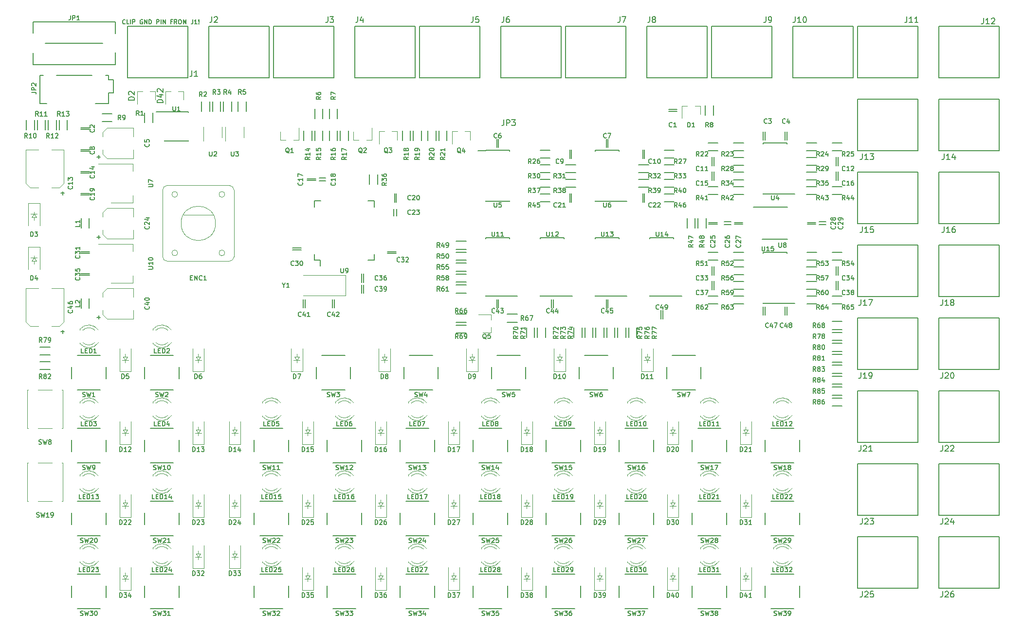
<source format=gto>
G04 #@! TF.GenerationSoftware,KiCad,Pcbnew,(5.0.0-rc2-24-g81af2db)*
G04 #@! TF.CreationDate,2019-03-18T22:47:18-05:00*
G04 #@! TF.ProjectId,sequencer,73657175656E6365722E6B696361645F,1.0*
G04 #@! TF.SameCoordinates,Original*
G04 #@! TF.FileFunction,Legend,Top*
G04 #@! TF.FilePolarity,Positive*
%FSLAX46Y46*%
G04 Gerber Fmt 4.6, Leading zero omitted, Abs format (unit mm)*
G04 Created by KiCad (PCBNEW (5.0.0-rc2-24-g81af2db)) date Monday, March 18, 2019 at 10:47:18 PM*
%MOMM*%
%LPD*%
G01*
G04 APERTURE LIST*
%ADD10C,0.187500*%
%ADD11C,0.150000*%
%ADD12C,0.120000*%
%ADD13C,0.152400*%
%ADD14C,0.100000*%
G04 APERTURE END LIST*
D10*
X95225771Y-40755457D02*
X95190057Y-40791171D01*
X95082914Y-40826885D01*
X95011485Y-40826885D01*
X94904342Y-40791171D01*
X94832914Y-40719742D01*
X94797200Y-40648314D01*
X94761485Y-40505457D01*
X94761485Y-40398314D01*
X94797200Y-40255457D01*
X94832914Y-40184028D01*
X94904342Y-40112600D01*
X95011485Y-40076885D01*
X95082914Y-40076885D01*
X95190057Y-40112600D01*
X95225771Y-40148314D01*
X95904342Y-40826885D02*
X95547200Y-40826885D01*
X95547200Y-40076885D01*
X96154342Y-40826885D02*
X96154342Y-40076885D01*
X96511485Y-40826885D02*
X96511485Y-40076885D01*
X96797200Y-40076885D01*
X96868628Y-40112600D01*
X96904342Y-40148314D01*
X96940057Y-40219742D01*
X96940057Y-40326885D01*
X96904342Y-40398314D01*
X96868628Y-40434028D01*
X96797200Y-40469742D01*
X96511485Y-40469742D01*
X98225771Y-40112600D02*
X98154342Y-40076885D01*
X98047200Y-40076885D01*
X97940057Y-40112600D01*
X97868628Y-40184028D01*
X97832914Y-40255457D01*
X97797200Y-40398314D01*
X97797200Y-40505457D01*
X97832914Y-40648314D01*
X97868628Y-40719742D01*
X97940057Y-40791171D01*
X98047200Y-40826885D01*
X98118628Y-40826885D01*
X98225771Y-40791171D01*
X98261485Y-40755457D01*
X98261485Y-40505457D01*
X98118628Y-40505457D01*
X98582914Y-40826885D02*
X98582914Y-40076885D01*
X99011485Y-40826885D01*
X99011485Y-40076885D01*
X99368628Y-40826885D02*
X99368628Y-40076885D01*
X99547200Y-40076885D01*
X99654342Y-40112600D01*
X99725771Y-40184028D01*
X99761485Y-40255457D01*
X99797200Y-40398314D01*
X99797200Y-40505457D01*
X99761485Y-40648314D01*
X99725771Y-40719742D01*
X99654342Y-40791171D01*
X99547200Y-40826885D01*
X99368628Y-40826885D01*
X100690057Y-40826885D02*
X100690057Y-40076885D01*
X100975771Y-40076885D01*
X101047200Y-40112600D01*
X101082914Y-40148314D01*
X101118628Y-40219742D01*
X101118628Y-40326885D01*
X101082914Y-40398314D01*
X101047200Y-40434028D01*
X100975771Y-40469742D01*
X100690057Y-40469742D01*
X101440057Y-40826885D02*
X101440057Y-40076885D01*
X101797200Y-40826885D02*
X101797200Y-40076885D01*
X102225771Y-40826885D01*
X102225771Y-40076885D01*
X103404342Y-40434028D02*
X103154342Y-40434028D01*
X103154342Y-40826885D02*
X103154342Y-40076885D01*
X103511485Y-40076885D01*
X104225771Y-40826885D02*
X103975771Y-40469742D01*
X103797200Y-40826885D02*
X103797200Y-40076885D01*
X104082914Y-40076885D01*
X104154342Y-40112600D01*
X104190057Y-40148314D01*
X104225771Y-40219742D01*
X104225771Y-40326885D01*
X104190057Y-40398314D01*
X104154342Y-40434028D01*
X104082914Y-40469742D01*
X103797200Y-40469742D01*
X104690057Y-40076885D02*
X104832914Y-40076885D01*
X104904342Y-40112600D01*
X104975771Y-40184028D01*
X105011485Y-40326885D01*
X105011485Y-40576885D01*
X104975771Y-40719742D01*
X104904342Y-40791171D01*
X104832914Y-40826885D01*
X104690057Y-40826885D01*
X104618628Y-40791171D01*
X104547200Y-40719742D01*
X104511485Y-40576885D01*
X104511485Y-40326885D01*
X104547200Y-40184028D01*
X104618628Y-40112600D01*
X104690057Y-40076885D01*
X105332914Y-40826885D02*
X105332914Y-40076885D01*
X105582914Y-40612600D01*
X105832914Y-40076885D01*
X105832914Y-40826885D01*
X106975771Y-40076885D02*
X106975771Y-40612600D01*
X106940057Y-40719742D01*
X106868628Y-40791171D01*
X106761485Y-40826885D01*
X106690057Y-40826885D01*
X107725771Y-40826885D02*
X107297200Y-40826885D01*
X107511485Y-40826885D02*
X107511485Y-40076885D01*
X107440057Y-40184028D01*
X107368628Y-40255457D01*
X107297200Y-40291171D01*
X108047200Y-40755457D02*
X108082914Y-40791171D01*
X108047200Y-40826885D01*
X108011485Y-40791171D01*
X108047200Y-40755457D01*
X108047200Y-40826885D01*
X108047200Y-40541171D02*
X108011485Y-40112600D01*
X108047200Y-40076885D01*
X108082914Y-40112600D01*
X108047200Y-40541171D01*
X108047200Y-40076885D01*
D11*
G04 #@! TO.C,J1*
X106100000Y-50220000D02*
X106100000Y-41220000D01*
X106100000Y-41220000D02*
X95600000Y-41220000D01*
X95600000Y-41220000D02*
X95600000Y-50220000D01*
X95600000Y-50220000D02*
X106100000Y-50220000D01*
G04 #@! TO.C,J2*
X109800000Y-41220000D02*
X109800000Y-50220000D01*
X109800000Y-50220000D02*
X120300000Y-50220000D01*
X120300000Y-50220000D02*
X120300000Y-41220000D01*
X120300000Y-41220000D02*
X109800000Y-41220000D01*
G04 #@! TO.C,J25*
X233100000Y-139120000D02*
X233100000Y-130120000D01*
X233100000Y-130120000D02*
X222600000Y-130120000D01*
X222600000Y-130120000D02*
X222600000Y-139120000D01*
X222600000Y-139120000D02*
X233100000Y-139120000D01*
G04 #@! TO.C,J24*
X236800000Y-117420000D02*
X236800000Y-126420000D01*
X236800000Y-126420000D02*
X247300000Y-126420000D01*
X247300000Y-126420000D02*
X247300000Y-117420000D01*
X247300000Y-117420000D02*
X236800000Y-117420000D01*
G04 #@! TO.C,J18*
X236800000Y-79320000D02*
X236800000Y-88320000D01*
X236800000Y-88320000D02*
X247300000Y-88320000D01*
X247300000Y-88320000D02*
X247300000Y-79320000D01*
X247300000Y-79320000D02*
X236800000Y-79320000D01*
G04 #@! TO.C,J3*
X131500000Y-50220000D02*
X131500000Y-41220000D01*
X131500000Y-41220000D02*
X121000000Y-41220000D01*
X121000000Y-41220000D02*
X121000000Y-50220000D01*
X121000000Y-50220000D02*
X131500000Y-50220000D01*
G04 #@! TO.C,J4*
X135200000Y-41220000D02*
X135200000Y-50220000D01*
X135200000Y-50220000D02*
X145700000Y-50220000D01*
X145700000Y-50220000D02*
X145700000Y-41220000D01*
X145700000Y-41220000D02*
X135200000Y-41220000D01*
G04 #@! TO.C,J5*
X156900000Y-50220000D02*
X156900000Y-41220000D01*
X156900000Y-41220000D02*
X146400000Y-41220000D01*
X146400000Y-41220000D02*
X146400000Y-50220000D01*
X146400000Y-50220000D02*
X156900000Y-50220000D01*
G04 #@! TO.C,J6*
X160600000Y-41220000D02*
X160600000Y-50220000D01*
X160600000Y-50220000D02*
X171100000Y-50220000D01*
X171100000Y-50220000D02*
X171100000Y-41220000D01*
X171100000Y-41220000D02*
X160600000Y-41220000D01*
G04 #@! TO.C,J7*
X182300000Y-50220000D02*
X182300000Y-41220000D01*
X182300000Y-41220000D02*
X171800000Y-41220000D01*
X171800000Y-41220000D02*
X171800000Y-50220000D01*
X171800000Y-50220000D02*
X182300000Y-50220000D01*
G04 #@! TO.C,J8*
X186000000Y-41220000D02*
X186000000Y-50220000D01*
X186000000Y-50220000D02*
X196500000Y-50220000D01*
X196500000Y-50220000D02*
X196500000Y-41220000D01*
X196500000Y-41220000D02*
X186000000Y-41220000D01*
G04 #@! TO.C,J9*
X207700000Y-50220000D02*
X207700000Y-41220000D01*
X207700000Y-41220000D02*
X197200000Y-41220000D01*
X197200000Y-41220000D02*
X197200000Y-50220000D01*
X197200000Y-50220000D02*
X207700000Y-50220000D01*
G04 #@! TO.C,J10*
X211400000Y-41220000D02*
X211400000Y-50220000D01*
X211400000Y-50220000D02*
X221900000Y-50220000D01*
X221900000Y-50220000D02*
X221900000Y-41220000D01*
X221900000Y-41220000D02*
X211400000Y-41220000D01*
G04 #@! TO.C,J11*
X233100000Y-50220000D02*
X233100000Y-41220000D01*
X233100000Y-41220000D02*
X222600000Y-41220000D01*
X222600000Y-41220000D02*
X222600000Y-50220000D01*
X222600000Y-50220000D02*
X233100000Y-50220000D01*
G04 #@! TO.C,J12*
X236800000Y-41220000D02*
X236800000Y-50220000D01*
X236800000Y-50220000D02*
X247300000Y-50220000D01*
X247300000Y-50220000D02*
X247300000Y-41220000D01*
X247300000Y-41220000D02*
X236800000Y-41220000D01*
G04 #@! TO.C,J13*
X233100000Y-62920000D02*
X233100000Y-53920000D01*
X233100000Y-53920000D02*
X222600000Y-53920000D01*
X222600000Y-53920000D02*
X222600000Y-62920000D01*
X222600000Y-62920000D02*
X233100000Y-62920000D01*
G04 #@! TO.C,J14*
X236800000Y-53920000D02*
X236800000Y-62920000D01*
X236800000Y-62920000D02*
X247300000Y-62920000D01*
X247300000Y-62920000D02*
X247300000Y-53920000D01*
X247300000Y-53920000D02*
X236800000Y-53920000D01*
G04 #@! TO.C,J15*
X233100000Y-75620000D02*
X233100000Y-66620000D01*
X233100000Y-66620000D02*
X222600000Y-66620000D01*
X222600000Y-66620000D02*
X222600000Y-75620000D01*
X222600000Y-75620000D02*
X233100000Y-75620000D01*
G04 #@! TO.C,J16*
X236800000Y-66620000D02*
X236800000Y-75620000D01*
X236800000Y-75620000D02*
X247300000Y-75620000D01*
X247300000Y-75620000D02*
X247300000Y-66620000D01*
X247300000Y-66620000D02*
X236800000Y-66620000D01*
G04 #@! TO.C,J17*
X233100000Y-88320000D02*
X233100000Y-79320000D01*
X233100000Y-79320000D02*
X222600000Y-79320000D01*
X222600000Y-79320000D02*
X222600000Y-88320000D01*
X222600000Y-88320000D02*
X233100000Y-88320000D01*
G04 #@! TO.C,J19*
X233100000Y-101020000D02*
X233100000Y-92020000D01*
X233100000Y-92020000D02*
X222600000Y-92020000D01*
X222600000Y-92020000D02*
X222600000Y-101020000D01*
X222600000Y-101020000D02*
X233100000Y-101020000D01*
G04 #@! TO.C,J20*
X236800000Y-92020000D02*
X236800000Y-101020000D01*
X236800000Y-101020000D02*
X247300000Y-101020000D01*
X247300000Y-101020000D02*
X247300000Y-92020000D01*
X247300000Y-92020000D02*
X236800000Y-92020000D01*
G04 #@! TO.C,J21*
X233100000Y-113720000D02*
X233100000Y-104720000D01*
X233100000Y-104720000D02*
X222600000Y-104720000D01*
X222600000Y-104720000D02*
X222600000Y-113720000D01*
X222600000Y-113720000D02*
X233100000Y-113720000D01*
G04 #@! TO.C,J22*
X236800000Y-104720000D02*
X236800000Y-113720000D01*
X236800000Y-113720000D02*
X247300000Y-113720000D01*
X247300000Y-113720000D02*
X247300000Y-104720000D01*
X247300000Y-104720000D02*
X236800000Y-104720000D01*
G04 #@! TO.C,J23*
X233100000Y-126420000D02*
X233100000Y-117420000D01*
X233100000Y-117420000D02*
X222600000Y-117420000D01*
X222600000Y-117420000D02*
X222600000Y-126420000D01*
X222600000Y-126420000D02*
X233100000Y-126420000D01*
G04 #@! TO.C,J26*
X236800000Y-130120000D02*
X236800000Y-139120000D01*
X236800000Y-139120000D02*
X247300000Y-139120000D01*
X247300000Y-139120000D02*
X247300000Y-130120000D01*
X247300000Y-130120000D02*
X236800000Y-130120000D01*
D12*
G04 #@! TO.C,D2*
X100452000Y-52596000D02*
X99522000Y-52596000D01*
X97292000Y-52596000D02*
X98222000Y-52596000D01*
X97292000Y-52596000D02*
X97292000Y-54756000D01*
X100452000Y-52596000D02*
X100452000Y-54056000D01*
D11*
G04 #@! TO.C,JP1*
X79184600Y-47897400D02*
X79184600Y-45871783D01*
X93484600Y-47873017D02*
X93484600Y-45847400D01*
X93484600Y-40497400D02*
X79184600Y-40497400D01*
X93484600Y-47897400D02*
X79184600Y-47897400D01*
X93484600Y-42547400D02*
X93484600Y-40521751D01*
X79184600Y-42447400D02*
X79184600Y-40521751D01*
X91334600Y-44197400D02*
X81334600Y-44197400D01*
G04 #@! TO.C,R70*
X165035000Y-95465000D02*
X165035000Y-93765000D01*
X166435000Y-93765000D02*
X166435000Y-95465000D01*
G04 #@! TO.C,SW39*
X206550000Y-138700000D02*
X206550000Y-140700000D01*
X211550000Y-136700000D02*
X207550000Y-136700000D01*
X212550000Y-140700000D02*
X212550000Y-138700000D01*
X207550000Y-142700000D02*
X211550000Y-142700000D01*
G04 #@! TO.C,SW38*
X193850000Y-138700000D02*
X193850000Y-140700000D01*
X198850000Y-136700000D02*
X194850000Y-136700000D01*
X199850000Y-140700000D02*
X199850000Y-138700000D01*
X194850000Y-142700000D02*
X198850000Y-142700000D01*
G04 #@! TO.C,SW37*
X181150000Y-138700000D02*
X181150000Y-140700000D01*
X186150000Y-136700000D02*
X182150000Y-136700000D01*
X187150000Y-140700000D02*
X187150000Y-138700000D01*
X182150000Y-142700000D02*
X186150000Y-142700000D01*
G04 #@! TO.C,SW36*
X168450000Y-138700000D02*
X168450000Y-140700000D01*
X173450000Y-136700000D02*
X169450000Y-136700000D01*
X174450000Y-140700000D02*
X174450000Y-138700000D01*
X169450000Y-142700000D02*
X173450000Y-142700000D01*
G04 #@! TO.C,SW35*
X155750000Y-138700000D02*
X155750000Y-140700000D01*
X160750000Y-136700000D02*
X156750000Y-136700000D01*
X161750000Y-140700000D02*
X161750000Y-138700000D01*
X156750000Y-142700000D02*
X160750000Y-142700000D01*
G04 #@! TO.C,SW34*
X143050000Y-138700000D02*
X143050000Y-140700000D01*
X148050000Y-136700000D02*
X144050000Y-136700000D01*
X149050000Y-140700000D02*
X149050000Y-138700000D01*
X144050000Y-142700000D02*
X148050000Y-142700000D01*
G04 #@! TO.C,SW33*
X130350000Y-138700000D02*
X130350000Y-140700000D01*
X135350000Y-136700000D02*
X131350000Y-136700000D01*
X136350000Y-140700000D02*
X136350000Y-138700000D01*
X131350000Y-142700000D02*
X135350000Y-142700000D01*
G04 #@! TO.C,SW32*
X117650000Y-138700000D02*
X117650000Y-140700000D01*
X122650000Y-136700000D02*
X118650000Y-136700000D01*
X123650000Y-140700000D02*
X123650000Y-138700000D01*
X118650000Y-142700000D02*
X122650000Y-142700000D01*
G04 #@! TO.C,SW29*
X206550000Y-126000000D02*
X206550000Y-128000000D01*
X211550000Y-124000000D02*
X207550000Y-124000000D01*
X212550000Y-128000000D02*
X212550000Y-126000000D01*
X207550000Y-130000000D02*
X211550000Y-130000000D01*
G04 #@! TO.C,SW28*
X193850000Y-126000000D02*
X193850000Y-128000000D01*
X198850000Y-124000000D02*
X194850000Y-124000000D01*
X199850000Y-128000000D02*
X199850000Y-126000000D01*
X194850000Y-130000000D02*
X198850000Y-130000000D01*
G04 #@! TO.C,SW27*
X181150000Y-126000000D02*
X181150000Y-128000000D01*
X186150000Y-124000000D02*
X182150000Y-124000000D01*
X187150000Y-128000000D02*
X187150000Y-126000000D01*
X182150000Y-130000000D02*
X186150000Y-130000000D01*
G04 #@! TO.C,SW26*
X168450000Y-126000000D02*
X168450000Y-128000000D01*
X173450000Y-124000000D02*
X169450000Y-124000000D01*
X174450000Y-128000000D02*
X174450000Y-126000000D01*
X169450000Y-130000000D02*
X173450000Y-130000000D01*
G04 #@! TO.C,SW25*
X155750000Y-126000000D02*
X155750000Y-128000000D01*
X160750000Y-124000000D02*
X156750000Y-124000000D01*
X161750000Y-128000000D02*
X161750000Y-126000000D01*
X156750000Y-130000000D02*
X160750000Y-130000000D01*
G04 #@! TO.C,SW24*
X143050000Y-126000000D02*
X143050000Y-128000000D01*
X148050000Y-124000000D02*
X144050000Y-124000000D01*
X149050000Y-128000000D02*
X149050000Y-126000000D01*
X144050000Y-130000000D02*
X148050000Y-130000000D01*
G04 #@! TO.C,SW23*
X130350000Y-126000000D02*
X130350000Y-128000000D01*
X135350000Y-124000000D02*
X131350000Y-124000000D01*
X136350000Y-128000000D02*
X136350000Y-126000000D01*
X131350000Y-130000000D02*
X135350000Y-130000000D01*
G04 #@! TO.C,SW22*
X117650000Y-126000000D02*
X117650000Y-128000000D01*
X122650000Y-124000000D02*
X118650000Y-124000000D01*
X123650000Y-128000000D02*
X123650000Y-126000000D01*
X118650000Y-130000000D02*
X122650000Y-130000000D01*
G04 #@! TO.C,SW18*
X206550000Y-113300000D02*
X206550000Y-115300000D01*
X211550000Y-111300000D02*
X207550000Y-111300000D01*
X212550000Y-115300000D02*
X212550000Y-113300000D01*
X207550000Y-117300000D02*
X211550000Y-117300000D01*
G04 #@! TO.C,SW17*
X193850000Y-113300000D02*
X193850000Y-115300000D01*
X198850000Y-111300000D02*
X194850000Y-111300000D01*
X199850000Y-115300000D02*
X199850000Y-113300000D01*
X194850000Y-117300000D02*
X198850000Y-117300000D01*
G04 #@! TO.C,SW16*
X181150000Y-113300000D02*
X181150000Y-115300000D01*
X186150000Y-111300000D02*
X182150000Y-111300000D01*
X187150000Y-115300000D02*
X187150000Y-113300000D01*
X182150000Y-117300000D02*
X186150000Y-117300000D01*
G04 #@! TO.C,SW15*
X168450000Y-113300000D02*
X168450000Y-115300000D01*
X173450000Y-111300000D02*
X169450000Y-111300000D01*
X174450000Y-115300000D02*
X174450000Y-113300000D01*
X169450000Y-117300000D02*
X173450000Y-117300000D01*
G04 #@! TO.C,SW14*
X155750000Y-113300000D02*
X155750000Y-115300000D01*
X160750000Y-111300000D02*
X156750000Y-111300000D01*
X161750000Y-115300000D02*
X161750000Y-113300000D01*
X156750000Y-117300000D02*
X160750000Y-117300000D01*
G04 #@! TO.C,SW13*
X143050000Y-113300000D02*
X143050000Y-115300000D01*
X148050000Y-111300000D02*
X144050000Y-111300000D01*
X149050000Y-115300000D02*
X149050000Y-113300000D01*
X144050000Y-117300000D02*
X148050000Y-117300000D01*
G04 #@! TO.C,SW12*
X130350000Y-113300000D02*
X130350000Y-115300000D01*
X135350000Y-111300000D02*
X131350000Y-111300000D01*
X136350000Y-115300000D02*
X136350000Y-113300000D01*
X131350000Y-117300000D02*
X135350000Y-117300000D01*
G04 #@! TO.C,SW11*
X117650000Y-113300000D02*
X117650000Y-115300000D01*
X122650000Y-111300000D02*
X118650000Y-111300000D01*
X123650000Y-115300000D02*
X123650000Y-113300000D01*
X118650000Y-117300000D02*
X122650000Y-117300000D01*
G04 #@! TO.C,SW31*
X98600000Y-138700000D02*
X98600000Y-140700000D01*
X103600000Y-136700000D02*
X99600000Y-136700000D01*
X104600000Y-140700000D02*
X104600000Y-138700000D01*
X99600000Y-142700000D02*
X103600000Y-142700000D01*
G04 #@! TO.C,SW30*
X85900000Y-138700000D02*
X85900000Y-140700000D01*
X90900000Y-136700000D02*
X86900000Y-136700000D01*
X91900000Y-140700000D02*
X91900000Y-138700000D01*
X86900000Y-142700000D02*
X90900000Y-142700000D01*
G04 #@! TO.C,SW21*
X98600000Y-126000000D02*
X98600000Y-128000000D01*
X103600000Y-124000000D02*
X99600000Y-124000000D01*
X104600000Y-128000000D02*
X104600000Y-126000000D01*
X99600000Y-130000000D02*
X103600000Y-130000000D01*
G04 #@! TO.C,SW20*
X85900000Y-126000000D02*
X85900000Y-128000000D01*
X90900000Y-124000000D02*
X86900000Y-124000000D01*
X91900000Y-128000000D02*
X91900000Y-126000000D01*
X86900000Y-130000000D02*
X90900000Y-130000000D01*
G04 #@! TO.C,SW10*
X98600000Y-113300000D02*
X98600000Y-115300000D01*
X103600000Y-111300000D02*
X99600000Y-111300000D01*
X104600000Y-115300000D02*
X104600000Y-113300000D01*
X99600000Y-117300000D02*
X103600000Y-117300000D01*
G04 #@! TO.C,SW9*
X85900000Y-113300000D02*
X85900000Y-115300000D01*
X90900000Y-111300000D02*
X86900000Y-111300000D01*
X91900000Y-115300000D02*
X91900000Y-113300000D01*
X86900000Y-117300000D02*
X90900000Y-117300000D01*
G04 #@! TO.C,SW2*
X98600000Y-100600000D02*
X98600000Y-102600000D01*
X103600000Y-98600000D02*
X99600000Y-98600000D01*
X104600000Y-102600000D02*
X104600000Y-100600000D01*
X99600000Y-104600000D02*
X103600000Y-104600000D01*
G04 #@! TO.C,SW1*
X85900000Y-100600000D02*
X85900000Y-102600000D01*
X90900000Y-98600000D02*
X86900000Y-98600000D01*
X91900000Y-102600000D02*
X91900000Y-100600000D01*
X86900000Y-104600000D02*
X90900000Y-104600000D01*
G04 #@! TO.C,SW7*
X189405000Y-100600000D02*
X189405000Y-102600000D01*
X194405000Y-98600000D02*
X190405000Y-98600000D01*
X195405000Y-102600000D02*
X195405000Y-100600000D01*
X190405000Y-104600000D02*
X194405000Y-104600000D01*
G04 #@! TO.C,SW6*
X174165000Y-100600000D02*
X174165000Y-102600000D01*
X179165000Y-98600000D02*
X175165000Y-98600000D01*
X180165000Y-102600000D02*
X180165000Y-100600000D01*
X175165000Y-104600000D02*
X179165000Y-104600000D01*
G04 #@! TO.C,SW5*
X158925000Y-100600000D02*
X158925000Y-102600000D01*
X163925000Y-98600000D02*
X159925000Y-98600000D01*
X164925000Y-102600000D02*
X164925000Y-100600000D01*
X159925000Y-104600000D02*
X163925000Y-104600000D01*
G04 #@! TO.C,SW4*
X143685000Y-100600000D02*
X143685000Y-102600000D01*
X148685000Y-98600000D02*
X144685000Y-98600000D01*
X149685000Y-102600000D02*
X149685000Y-100600000D01*
X144685000Y-104600000D02*
X148685000Y-104600000D01*
G04 #@! TO.C,SW3*
X128445000Y-100600000D02*
X128445000Y-102600000D01*
X133445000Y-98600000D02*
X129445000Y-98600000D01*
X134445000Y-102600000D02*
X134445000Y-100600000D01*
X129445000Y-104600000D02*
X133445000Y-104600000D01*
D12*
G04 #@! TO.C,Q4*
X155250000Y-59565000D02*
X154320000Y-59565000D01*
X152090000Y-59565000D02*
X153020000Y-59565000D01*
X152090000Y-59565000D02*
X152090000Y-61725000D01*
X155250000Y-59565000D02*
X155250000Y-61025000D01*
G04 #@! TO.C,Q2*
X134945000Y-61085000D02*
X135875000Y-61085000D01*
X138105000Y-61085000D02*
X137175000Y-61085000D01*
X138105000Y-61085000D02*
X138105000Y-58925000D01*
X134945000Y-61085000D02*
X134945000Y-59625000D01*
G04 #@! TO.C,Q3*
X142550000Y-59565000D02*
X141620000Y-59565000D01*
X139390000Y-59565000D02*
X140320000Y-59565000D01*
X139390000Y-59565000D02*
X139390000Y-61725000D01*
X142550000Y-59565000D02*
X142550000Y-61025000D01*
G04 #@! TO.C,Q1*
X122245000Y-61085000D02*
X123175000Y-61085000D01*
X125405000Y-61085000D02*
X124475000Y-61085000D01*
X125405000Y-61085000D02*
X125405000Y-58925000D01*
X122245000Y-61085000D02*
X122245000Y-59625000D01*
D11*
G04 #@! TO.C,U9*
X128175000Y-81995000D02*
X129175000Y-81995000D01*
X128175000Y-71645000D02*
X129250000Y-71645000D01*
X138525000Y-71645000D02*
X137450000Y-71645000D01*
X138525000Y-81995000D02*
X137450000Y-81995000D01*
X128175000Y-81995000D02*
X128175000Y-80920000D01*
X138525000Y-81995000D02*
X138525000Y-80920000D01*
X138525000Y-71645000D02*
X138525000Y-72720000D01*
X128175000Y-71645000D02*
X128175000Y-72720000D01*
X129175000Y-81995000D02*
X129175000Y-83020000D01*
D12*
G04 #@! TO.C,SW19*
X84380000Y-124000000D02*
X84180000Y-124000000D01*
X78180000Y-124000000D02*
X78380000Y-124000000D01*
X78180000Y-117300000D02*
X78380000Y-117300000D01*
X84380000Y-117300000D02*
X84180000Y-117300000D01*
X82480000Y-117300000D02*
X80080000Y-117300000D01*
X82480000Y-124000000D02*
X80080000Y-124000000D01*
X84380000Y-124000000D02*
X84380000Y-117300000D01*
X78180000Y-117300000D02*
X78180000Y-124000000D01*
G04 #@! TO.C,SW8*
X78180000Y-104600000D02*
X78380000Y-104600000D01*
X84380000Y-104600000D02*
X84180000Y-104600000D01*
X84380000Y-111300000D02*
X84180000Y-111300000D01*
X78180000Y-111300000D02*
X78380000Y-111300000D01*
X80080000Y-111300000D02*
X82480000Y-111300000D01*
X80080000Y-104600000D02*
X82480000Y-104600000D01*
X78180000Y-104600000D02*
X78180000Y-111300000D01*
X84380000Y-111300000D02*
X84380000Y-104600000D01*
D11*
G04 #@! TO.C,U6*
X181145000Y-71760000D02*
X181145000Y-71735000D01*
X176995000Y-71760000D02*
X176995000Y-71645000D01*
X176995000Y-62860000D02*
X176995000Y-62975000D01*
X181145000Y-62860000D02*
X181145000Y-62975000D01*
X181145000Y-71760000D02*
X176995000Y-71760000D01*
X181145000Y-62860000D02*
X176995000Y-62860000D01*
X181145000Y-71735000D02*
X182520000Y-71735000D01*
G04 #@! TO.C,U8*
X206080000Y-78290000D02*
X210480000Y-78290000D01*
X204505000Y-72765000D02*
X210480000Y-72765000D01*
D12*
G04 #@! TO.C,C24*
X96650000Y-78235000D02*
X96650000Y-76685000D01*
X96650000Y-72895000D02*
X96650000Y-74445000D01*
X91310000Y-77475000D02*
X91310000Y-76685000D01*
X91310000Y-73655000D02*
X91310000Y-74445000D01*
X96650000Y-72895000D02*
X92070000Y-72895000D01*
X92070000Y-72895000D02*
X91310000Y-73655000D01*
X91310000Y-77475000D02*
X92070000Y-78235000D01*
X92070000Y-78235000D02*
X96650000Y-78235000D01*
G04 #@! TO.C,C13*
X77980000Y-62740000D02*
X80160000Y-62740000D01*
X84580000Y-62740000D02*
X82400000Y-62740000D01*
X83820000Y-69340000D02*
X82400000Y-69340000D01*
X78740000Y-69340000D02*
X80160000Y-69340000D01*
X84580000Y-62740000D02*
X84580000Y-68580000D01*
X84580000Y-68580000D02*
X83820000Y-69340000D01*
X78740000Y-69340000D02*
X77980000Y-68580000D01*
X77980000Y-68580000D02*
X77980000Y-62740000D01*
G04 #@! TO.C,C46*
X77980000Y-86870000D02*
X80160000Y-86870000D01*
X84580000Y-86870000D02*
X82400000Y-86870000D01*
X83820000Y-93470000D02*
X82400000Y-93470000D01*
X78740000Y-93470000D02*
X80160000Y-93470000D01*
X84580000Y-86870000D02*
X84580000Y-92710000D01*
X84580000Y-92710000D02*
X83820000Y-93470000D01*
X78740000Y-93470000D02*
X77980000Y-92710000D01*
X77980000Y-92710000D02*
X77980000Y-86870000D01*
G04 #@! TO.C,C40*
X96650000Y-92205000D02*
X96650000Y-90655000D01*
X96650000Y-86865000D02*
X96650000Y-88415000D01*
X91310000Y-91445000D02*
X91310000Y-90655000D01*
X91310000Y-87625000D02*
X91310000Y-88415000D01*
X96650000Y-86865000D02*
X92070000Y-86865000D01*
X92070000Y-86865000D02*
X91310000Y-87625000D01*
X91310000Y-91445000D02*
X92070000Y-92205000D01*
X92070000Y-92205000D02*
X96650000Y-92205000D01*
G04 #@! TO.C,C5*
X96650000Y-64265000D02*
X96650000Y-62715000D01*
X96650000Y-58925000D02*
X96650000Y-60475000D01*
X91310000Y-63505000D02*
X91310000Y-62715000D01*
X91310000Y-59685000D02*
X91310000Y-60475000D01*
X96650000Y-58925000D02*
X92070000Y-58925000D01*
X92070000Y-58925000D02*
X91310000Y-59685000D01*
X91310000Y-63505000D02*
X92070000Y-64265000D01*
X92070000Y-64265000D02*
X96650000Y-64265000D01*
G04 #@! TO.C,D1*
X195255000Y-55120000D02*
X194325000Y-55120000D01*
X192095000Y-55120000D02*
X193025000Y-55120000D01*
X192095000Y-55120000D02*
X192095000Y-57280000D01*
X195255000Y-55120000D02*
X195255000Y-56580000D01*
G04 #@! TO.C,U7*
X96525000Y-71990000D02*
X96525000Y-70730000D01*
X96525000Y-65170000D02*
X96525000Y-66430000D01*
X92765000Y-71990000D02*
X96525000Y-71990000D01*
X90515000Y-65170000D02*
X96525000Y-65170000D01*
G04 #@! TO.C,U10*
X96525000Y-85960000D02*
X96525000Y-84700000D01*
X96525000Y-79140000D02*
X96525000Y-80400000D01*
X92765000Y-85960000D02*
X96525000Y-85960000D01*
X90515000Y-79140000D02*
X96525000Y-79140000D01*
G04 #@! TO.C,U3*
X115910000Y-60590000D02*
X115910000Y-58790000D01*
X112690000Y-58790000D02*
X112690000Y-61240000D01*
D11*
G04 #@! TO.C,JP2*
X80360000Y-54670000D02*
X80360000Y-52870000D01*
X81560000Y-54670000D02*
X80360000Y-54670000D01*
X80360000Y-52870000D02*
X80360000Y-50570000D01*
X93160000Y-52870000D02*
X92360000Y-52870000D01*
X93160000Y-50570000D02*
X92360000Y-50570000D01*
X80360000Y-50570000D02*
X80360000Y-49770000D01*
X92360000Y-49770000D02*
X91860000Y-49770000D01*
X92360000Y-50570000D02*
X92360000Y-49770000D01*
X93160000Y-52870000D02*
X93160000Y-50570000D01*
X92360000Y-54670000D02*
X92360000Y-52870000D01*
X92360000Y-54670000D02*
X90060000Y-54670000D01*
X89460000Y-49770000D02*
X83260000Y-49770000D01*
X80960000Y-49770000D02*
X80360000Y-49770000D01*
G04 #@! TO.C,U12*
X171620000Y-88260000D02*
X171620000Y-88235000D01*
X167470000Y-88260000D02*
X167470000Y-88155000D01*
X167470000Y-78110000D02*
X167470000Y-78215000D01*
X171620000Y-78110000D02*
X171620000Y-78215000D01*
X171620000Y-88260000D02*
X167470000Y-88260000D01*
X171620000Y-78110000D02*
X167470000Y-78110000D01*
X171620000Y-88235000D02*
X172995000Y-88235000D01*
G04 #@! TO.C,U13*
X181145000Y-88260000D02*
X181145000Y-88235000D01*
X176995000Y-88260000D02*
X176995000Y-88155000D01*
X176995000Y-78110000D02*
X176995000Y-78215000D01*
X181145000Y-78110000D02*
X181145000Y-78215000D01*
X181145000Y-88260000D02*
X176995000Y-88260000D01*
X181145000Y-78110000D02*
X176995000Y-78110000D01*
X181145000Y-88235000D02*
X182520000Y-88235000D01*
G04 #@! TO.C,U14*
X190670000Y-88260000D02*
X190670000Y-88235000D01*
X186520000Y-88260000D02*
X186520000Y-88155000D01*
X186520000Y-78110000D02*
X186520000Y-78215000D01*
X190670000Y-78110000D02*
X190670000Y-78215000D01*
X190670000Y-88260000D02*
X186520000Y-88260000D01*
X190670000Y-78110000D02*
X186520000Y-78110000D01*
X190670000Y-88235000D02*
X192045000Y-88235000D01*
G04 #@! TO.C,U11*
X162095000Y-88260000D02*
X162095000Y-88235000D01*
X157945000Y-88260000D02*
X157945000Y-88155000D01*
X157945000Y-78110000D02*
X157945000Y-78215000D01*
X162095000Y-78110000D02*
X162095000Y-78215000D01*
X162095000Y-88260000D02*
X157945000Y-88260000D01*
X162095000Y-78110000D02*
X157945000Y-78110000D01*
X162095000Y-88235000D02*
X163470000Y-88235000D01*
G04 #@! TO.C,U4*
X210355000Y-70490000D02*
X210355000Y-70465000D01*
X206205000Y-70490000D02*
X206205000Y-70375000D01*
X206205000Y-61590000D02*
X206205000Y-61705000D01*
X210355000Y-61590000D02*
X210355000Y-61705000D01*
X210355000Y-70490000D02*
X206205000Y-70490000D01*
X210355000Y-61590000D02*
X206205000Y-61590000D01*
X210355000Y-70465000D02*
X211730000Y-70465000D01*
G04 #@! TO.C,U15*
X210374434Y-89540000D02*
X210374434Y-89515000D01*
X206224434Y-89540000D02*
X206224434Y-89425000D01*
X206224434Y-80640000D02*
X206224434Y-80755000D01*
X210374434Y-80640000D02*
X210374434Y-80755000D01*
X210374434Y-89540000D02*
X206224434Y-89540000D01*
X210374434Y-80640000D02*
X206224434Y-80640000D01*
X210374434Y-89515000D02*
X211749434Y-89515000D01*
G04 #@! TO.C,U5*
X157945000Y-62860000D02*
X157945000Y-62885000D01*
X162095000Y-62860000D02*
X162095000Y-62975000D01*
X162095000Y-71760000D02*
X162095000Y-71645000D01*
X157945000Y-71760000D02*
X157945000Y-71645000D01*
X157945000Y-62860000D02*
X162095000Y-62860000D01*
X157945000Y-71760000D02*
X162095000Y-71760000D01*
X157945000Y-62885000D02*
X156570000Y-62885000D01*
D12*
G04 #@! TO.C,ENC1*
X104350000Y-80715000D02*
G75*
G03X104350000Y-80715000I-500000J0D01*
G01*
X112550000Y-80715000D02*
G75*
G03X112550000Y-80715000I-500000J0D01*
G01*
X112550000Y-70515000D02*
G75*
G03X112550000Y-70515000I-500000J0D01*
G01*
X104350000Y-70515000D02*
G75*
G03X104350000Y-70515000I-500000J0D01*
G01*
X101750000Y-81365000D02*
X101750000Y-69765000D01*
X114150000Y-69765000D02*
X114150000Y-81365000D01*
X102550000Y-68965000D02*
X113350000Y-68965000D01*
X102550000Y-82165000D02*
X113350000Y-82165000D01*
X102550000Y-68965000D02*
G75*
G03X101750000Y-69765000I0J-800000D01*
G01*
X101750000Y-81365000D02*
G75*
G03X102550000Y-82165000I800000J0D01*
G01*
X113350000Y-82165000D02*
G75*
G03X114150000Y-81365000I0J800000D01*
G01*
X114150000Y-69765000D02*
G75*
G03X113350000Y-68965000I-800000J0D01*
G01*
X105350000Y-74065000D02*
X110550000Y-74065000D01*
X110950000Y-75565000D02*
G75*
G03X110950000Y-75565000I-3000000J0D01*
G01*
G04 #@! TO.C,Q5*
X158875000Y-94605000D02*
X158875000Y-93675000D01*
X158875000Y-91445000D02*
X158875000Y-92375000D01*
X158875000Y-91445000D02*
X156715000Y-91445000D01*
X158875000Y-94605000D02*
X157415000Y-94605000D01*
G04 #@! TO.C,LED1*
X90572335Y-94171392D02*
G75*
G03X87340000Y-94014484I-1672335J-1078608D01*
G01*
X90572335Y-96328608D02*
G75*
G02X87340000Y-96485516I-1672335J1078608D01*
G01*
X89941130Y-94170163D02*
G75*
G03X87859039Y-94170000I-1041130J-1079837D01*
G01*
X89941130Y-96329837D02*
G75*
G02X87859039Y-96330000I-1041130J1079837D01*
G01*
X87340000Y-94014000D02*
X87340000Y-94170000D01*
X87340000Y-96330000D02*
X87340000Y-96486000D01*
G04 #@! TO.C,LED2*
X103272335Y-94171392D02*
G75*
G03X100040000Y-94014484I-1672335J-1078608D01*
G01*
X103272335Y-96328608D02*
G75*
G02X100040000Y-96485516I-1672335J1078608D01*
G01*
X102641130Y-94170163D02*
G75*
G03X100559039Y-94170000I-1041130J-1079837D01*
G01*
X102641130Y-96329837D02*
G75*
G02X100559039Y-96330000I-1041130J1079837D01*
G01*
X100040000Y-94014000D02*
X100040000Y-94170000D01*
X100040000Y-96330000D02*
X100040000Y-96486000D01*
G04 #@! TO.C,LED3*
X90572335Y-106871392D02*
G75*
G03X87340000Y-106714484I-1672335J-1078608D01*
G01*
X90572335Y-109028608D02*
G75*
G02X87340000Y-109185516I-1672335J1078608D01*
G01*
X89941130Y-106870163D02*
G75*
G03X87859039Y-106870000I-1041130J-1079837D01*
G01*
X89941130Y-109029837D02*
G75*
G02X87859039Y-109030000I-1041130J1079837D01*
G01*
X87340000Y-106714000D02*
X87340000Y-106870000D01*
X87340000Y-109030000D02*
X87340000Y-109186000D01*
G04 #@! TO.C,LED4*
X103272335Y-106871392D02*
G75*
G03X100040000Y-106714484I-1672335J-1078608D01*
G01*
X103272335Y-109028608D02*
G75*
G02X100040000Y-109185516I-1672335J1078608D01*
G01*
X102641130Y-106870163D02*
G75*
G03X100559039Y-106870000I-1041130J-1079837D01*
G01*
X102641130Y-109029837D02*
G75*
G02X100559039Y-109030000I-1041130J1079837D01*
G01*
X100040000Y-106714000D02*
X100040000Y-106870000D01*
X100040000Y-109030000D02*
X100040000Y-109186000D01*
G04 #@! TO.C,LED13*
X90572335Y-119571392D02*
G75*
G03X87340000Y-119414484I-1672335J-1078608D01*
G01*
X90572335Y-121728608D02*
G75*
G02X87340000Y-121885516I-1672335J1078608D01*
G01*
X89941130Y-119570163D02*
G75*
G03X87859039Y-119570000I-1041130J-1079837D01*
G01*
X89941130Y-121729837D02*
G75*
G02X87859039Y-121730000I-1041130J1079837D01*
G01*
X87340000Y-119414000D02*
X87340000Y-119570000D01*
X87340000Y-121730000D02*
X87340000Y-121886000D01*
G04 #@! TO.C,LED14*
X103272335Y-119571392D02*
G75*
G03X100040000Y-119414484I-1672335J-1078608D01*
G01*
X103272335Y-121728608D02*
G75*
G02X100040000Y-121885516I-1672335J1078608D01*
G01*
X102641130Y-119570163D02*
G75*
G03X100559039Y-119570000I-1041130J-1079837D01*
G01*
X102641130Y-121729837D02*
G75*
G02X100559039Y-121730000I-1041130J1079837D01*
G01*
X100040000Y-119414000D02*
X100040000Y-119570000D01*
X100040000Y-121730000D02*
X100040000Y-121886000D01*
G04 #@! TO.C,LED23*
X90572335Y-132271392D02*
G75*
G03X87340000Y-132114484I-1672335J-1078608D01*
G01*
X90572335Y-134428608D02*
G75*
G02X87340000Y-134585516I-1672335J1078608D01*
G01*
X89941130Y-132270163D02*
G75*
G03X87859039Y-132270000I-1041130J-1079837D01*
G01*
X89941130Y-134429837D02*
G75*
G02X87859039Y-134430000I-1041130J1079837D01*
G01*
X87340000Y-132114000D02*
X87340000Y-132270000D01*
X87340000Y-134430000D02*
X87340000Y-134586000D01*
G04 #@! TO.C,LED24*
X103272335Y-132271392D02*
G75*
G03X100040000Y-132114484I-1672335J-1078608D01*
G01*
X103272335Y-134428608D02*
G75*
G02X100040000Y-134585516I-1672335J1078608D01*
G01*
X102641130Y-132270163D02*
G75*
G03X100559039Y-132270000I-1041130J-1079837D01*
G01*
X102641130Y-134429837D02*
G75*
G02X100559039Y-134430000I-1041130J1079837D01*
G01*
X100040000Y-132114000D02*
X100040000Y-132270000D01*
X100040000Y-134430000D02*
X100040000Y-134586000D01*
G04 #@! TO.C,LED5*
X122322335Y-106871392D02*
G75*
G03X119090000Y-106714484I-1672335J-1078608D01*
G01*
X122322335Y-109028608D02*
G75*
G02X119090000Y-109185516I-1672335J1078608D01*
G01*
X121691130Y-106870163D02*
G75*
G03X119609039Y-106870000I-1041130J-1079837D01*
G01*
X121691130Y-109029837D02*
G75*
G02X119609039Y-109030000I-1041130J1079837D01*
G01*
X119090000Y-106714000D02*
X119090000Y-106870000D01*
X119090000Y-109030000D02*
X119090000Y-109186000D01*
G04 #@! TO.C,LED6*
X135022335Y-106871392D02*
G75*
G03X131790000Y-106714484I-1672335J-1078608D01*
G01*
X135022335Y-109028608D02*
G75*
G02X131790000Y-109185516I-1672335J1078608D01*
G01*
X134391130Y-106870163D02*
G75*
G03X132309039Y-106870000I-1041130J-1079837D01*
G01*
X134391130Y-109029837D02*
G75*
G02X132309039Y-109030000I-1041130J1079837D01*
G01*
X131790000Y-106714000D02*
X131790000Y-106870000D01*
X131790000Y-109030000D02*
X131790000Y-109186000D01*
G04 #@! TO.C,LED7*
X147722335Y-106871392D02*
G75*
G03X144490000Y-106714484I-1672335J-1078608D01*
G01*
X147722335Y-109028608D02*
G75*
G02X144490000Y-109185516I-1672335J1078608D01*
G01*
X147091130Y-106870163D02*
G75*
G03X145009039Y-106870000I-1041130J-1079837D01*
G01*
X147091130Y-109029837D02*
G75*
G02X145009039Y-109030000I-1041130J1079837D01*
G01*
X144490000Y-106714000D02*
X144490000Y-106870000D01*
X144490000Y-109030000D02*
X144490000Y-109186000D01*
G04 #@! TO.C,LED8*
X160422335Y-106871392D02*
G75*
G03X157190000Y-106714484I-1672335J-1078608D01*
G01*
X160422335Y-109028608D02*
G75*
G02X157190000Y-109185516I-1672335J1078608D01*
G01*
X159791130Y-106870163D02*
G75*
G03X157709039Y-106870000I-1041130J-1079837D01*
G01*
X159791130Y-109029837D02*
G75*
G02X157709039Y-109030000I-1041130J1079837D01*
G01*
X157190000Y-106714000D02*
X157190000Y-106870000D01*
X157190000Y-109030000D02*
X157190000Y-109186000D01*
G04 #@! TO.C,LED9*
X173122335Y-106871392D02*
G75*
G03X169890000Y-106714484I-1672335J-1078608D01*
G01*
X173122335Y-109028608D02*
G75*
G02X169890000Y-109185516I-1672335J1078608D01*
G01*
X172491130Y-106870163D02*
G75*
G03X170409039Y-106870000I-1041130J-1079837D01*
G01*
X172491130Y-109029837D02*
G75*
G02X170409039Y-109030000I-1041130J1079837D01*
G01*
X169890000Y-106714000D02*
X169890000Y-106870000D01*
X169890000Y-109030000D02*
X169890000Y-109186000D01*
G04 #@! TO.C,LED10*
X185822335Y-106871392D02*
G75*
G03X182590000Y-106714484I-1672335J-1078608D01*
G01*
X185822335Y-109028608D02*
G75*
G02X182590000Y-109185516I-1672335J1078608D01*
G01*
X185191130Y-106870163D02*
G75*
G03X183109039Y-106870000I-1041130J-1079837D01*
G01*
X185191130Y-109029837D02*
G75*
G02X183109039Y-109030000I-1041130J1079837D01*
G01*
X182590000Y-106714000D02*
X182590000Y-106870000D01*
X182590000Y-109030000D02*
X182590000Y-109186000D01*
G04 #@! TO.C,LED11*
X198522335Y-106871392D02*
G75*
G03X195290000Y-106714484I-1672335J-1078608D01*
G01*
X198522335Y-109028608D02*
G75*
G02X195290000Y-109185516I-1672335J1078608D01*
G01*
X197891130Y-106870163D02*
G75*
G03X195809039Y-106870000I-1041130J-1079837D01*
G01*
X197891130Y-109029837D02*
G75*
G02X195809039Y-109030000I-1041130J1079837D01*
G01*
X195290000Y-106714000D02*
X195290000Y-106870000D01*
X195290000Y-109030000D02*
X195290000Y-109186000D01*
G04 #@! TO.C,LED12*
X211222335Y-106871392D02*
G75*
G03X207990000Y-106714484I-1672335J-1078608D01*
G01*
X211222335Y-109028608D02*
G75*
G02X207990000Y-109185516I-1672335J1078608D01*
G01*
X210591130Y-106870163D02*
G75*
G03X208509039Y-106870000I-1041130J-1079837D01*
G01*
X210591130Y-109029837D02*
G75*
G02X208509039Y-109030000I-1041130J1079837D01*
G01*
X207990000Y-106714000D02*
X207990000Y-106870000D01*
X207990000Y-109030000D02*
X207990000Y-109186000D01*
G04 #@! TO.C,LED15*
X122322335Y-119571392D02*
G75*
G03X119090000Y-119414484I-1672335J-1078608D01*
G01*
X122322335Y-121728608D02*
G75*
G02X119090000Y-121885516I-1672335J1078608D01*
G01*
X121691130Y-119570163D02*
G75*
G03X119609039Y-119570000I-1041130J-1079837D01*
G01*
X121691130Y-121729837D02*
G75*
G02X119609039Y-121730000I-1041130J1079837D01*
G01*
X119090000Y-119414000D02*
X119090000Y-119570000D01*
X119090000Y-121730000D02*
X119090000Y-121886000D01*
G04 #@! TO.C,LED16*
X135022335Y-119571392D02*
G75*
G03X131790000Y-119414484I-1672335J-1078608D01*
G01*
X135022335Y-121728608D02*
G75*
G02X131790000Y-121885516I-1672335J1078608D01*
G01*
X134391130Y-119570163D02*
G75*
G03X132309039Y-119570000I-1041130J-1079837D01*
G01*
X134391130Y-121729837D02*
G75*
G02X132309039Y-121730000I-1041130J1079837D01*
G01*
X131790000Y-119414000D02*
X131790000Y-119570000D01*
X131790000Y-121730000D02*
X131790000Y-121886000D01*
G04 #@! TO.C,LED17*
X147722335Y-119571392D02*
G75*
G03X144490000Y-119414484I-1672335J-1078608D01*
G01*
X147722335Y-121728608D02*
G75*
G02X144490000Y-121885516I-1672335J1078608D01*
G01*
X147091130Y-119570163D02*
G75*
G03X145009039Y-119570000I-1041130J-1079837D01*
G01*
X147091130Y-121729837D02*
G75*
G02X145009039Y-121730000I-1041130J1079837D01*
G01*
X144490000Y-119414000D02*
X144490000Y-119570000D01*
X144490000Y-121730000D02*
X144490000Y-121886000D01*
G04 #@! TO.C,LED18*
X160422335Y-119571392D02*
G75*
G03X157190000Y-119414484I-1672335J-1078608D01*
G01*
X160422335Y-121728608D02*
G75*
G02X157190000Y-121885516I-1672335J1078608D01*
G01*
X159791130Y-119570163D02*
G75*
G03X157709039Y-119570000I-1041130J-1079837D01*
G01*
X159791130Y-121729837D02*
G75*
G02X157709039Y-121730000I-1041130J1079837D01*
G01*
X157190000Y-119414000D02*
X157190000Y-119570000D01*
X157190000Y-121730000D02*
X157190000Y-121886000D01*
G04 #@! TO.C,LED19*
X173122335Y-119571392D02*
G75*
G03X169890000Y-119414484I-1672335J-1078608D01*
G01*
X173122335Y-121728608D02*
G75*
G02X169890000Y-121885516I-1672335J1078608D01*
G01*
X172491130Y-119570163D02*
G75*
G03X170409039Y-119570000I-1041130J-1079837D01*
G01*
X172491130Y-121729837D02*
G75*
G02X170409039Y-121730000I-1041130J1079837D01*
G01*
X169890000Y-119414000D02*
X169890000Y-119570000D01*
X169890000Y-121730000D02*
X169890000Y-121886000D01*
G04 #@! TO.C,LED20*
X185822335Y-119571392D02*
G75*
G03X182590000Y-119414484I-1672335J-1078608D01*
G01*
X185822335Y-121728608D02*
G75*
G02X182590000Y-121885516I-1672335J1078608D01*
G01*
X185191130Y-119570163D02*
G75*
G03X183109039Y-119570000I-1041130J-1079837D01*
G01*
X185191130Y-121729837D02*
G75*
G02X183109039Y-121730000I-1041130J1079837D01*
G01*
X182590000Y-119414000D02*
X182590000Y-119570000D01*
X182590000Y-121730000D02*
X182590000Y-121886000D01*
G04 #@! TO.C,LED21*
X198522335Y-119571392D02*
G75*
G03X195290000Y-119414484I-1672335J-1078608D01*
G01*
X198522335Y-121728608D02*
G75*
G02X195290000Y-121885516I-1672335J1078608D01*
G01*
X197891130Y-119570163D02*
G75*
G03X195809039Y-119570000I-1041130J-1079837D01*
G01*
X197891130Y-121729837D02*
G75*
G02X195809039Y-121730000I-1041130J1079837D01*
G01*
X195290000Y-119414000D02*
X195290000Y-119570000D01*
X195290000Y-121730000D02*
X195290000Y-121886000D01*
G04 #@! TO.C,LED22*
X211222335Y-119571392D02*
G75*
G03X207990000Y-119414484I-1672335J-1078608D01*
G01*
X211222335Y-121728608D02*
G75*
G02X207990000Y-121885516I-1672335J1078608D01*
G01*
X210591130Y-119570163D02*
G75*
G03X208509039Y-119570000I-1041130J-1079837D01*
G01*
X210591130Y-121729837D02*
G75*
G02X208509039Y-121730000I-1041130J1079837D01*
G01*
X207990000Y-119414000D02*
X207990000Y-119570000D01*
X207990000Y-121730000D02*
X207990000Y-121886000D01*
G04 #@! TO.C,LED25*
X122322335Y-132271392D02*
G75*
G03X119090000Y-132114484I-1672335J-1078608D01*
G01*
X122322335Y-134428608D02*
G75*
G02X119090000Y-134585516I-1672335J1078608D01*
G01*
X121691130Y-132270163D02*
G75*
G03X119609039Y-132270000I-1041130J-1079837D01*
G01*
X121691130Y-134429837D02*
G75*
G02X119609039Y-134430000I-1041130J1079837D01*
G01*
X119090000Y-132114000D02*
X119090000Y-132270000D01*
X119090000Y-134430000D02*
X119090000Y-134586000D01*
G04 #@! TO.C,LED26*
X135022335Y-132271392D02*
G75*
G03X131790000Y-132114484I-1672335J-1078608D01*
G01*
X135022335Y-134428608D02*
G75*
G02X131790000Y-134585516I-1672335J1078608D01*
G01*
X134391130Y-132270163D02*
G75*
G03X132309039Y-132270000I-1041130J-1079837D01*
G01*
X134391130Y-134429837D02*
G75*
G02X132309039Y-134430000I-1041130J1079837D01*
G01*
X131790000Y-132114000D02*
X131790000Y-132270000D01*
X131790000Y-134430000D02*
X131790000Y-134586000D01*
G04 #@! TO.C,LED27*
X147722335Y-132271392D02*
G75*
G03X144490000Y-132114484I-1672335J-1078608D01*
G01*
X147722335Y-134428608D02*
G75*
G02X144490000Y-134585516I-1672335J1078608D01*
G01*
X147091130Y-132270163D02*
G75*
G03X145009039Y-132270000I-1041130J-1079837D01*
G01*
X147091130Y-134429837D02*
G75*
G02X145009039Y-134430000I-1041130J1079837D01*
G01*
X144490000Y-132114000D02*
X144490000Y-132270000D01*
X144490000Y-134430000D02*
X144490000Y-134586000D01*
G04 #@! TO.C,LED28*
X160422335Y-132271392D02*
G75*
G03X157190000Y-132114484I-1672335J-1078608D01*
G01*
X160422335Y-134428608D02*
G75*
G02X157190000Y-134585516I-1672335J1078608D01*
G01*
X159791130Y-132270163D02*
G75*
G03X157709039Y-132270000I-1041130J-1079837D01*
G01*
X159791130Y-134429837D02*
G75*
G02X157709039Y-134430000I-1041130J1079837D01*
G01*
X157190000Y-132114000D02*
X157190000Y-132270000D01*
X157190000Y-134430000D02*
X157190000Y-134586000D01*
G04 #@! TO.C,LED29*
X173122335Y-132271392D02*
G75*
G03X169890000Y-132114484I-1672335J-1078608D01*
G01*
X173122335Y-134428608D02*
G75*
G02X169890000Y-134585516I-1672335J1078608D01*
G01*
X172491130Y-132270163D02*
G75*
G03X170409039Y-132270000I-1041130J-1079837D01*
G01*
X172491130Y-134429837D02*
G75*
G02X170409039Y-134430000I-1041130J1079837D01*
G01*
X169890000Y-132114000D02*
X169890000Y-132270000D01*
X169890000Y-134430000D02*
X169890000Y-134586000D01*
G04 #@! TO.C,LED30*
X185822335Y-132271392D02*
G75*
G03X182590000Y-132114484I-1672335J-1078608D01*
G01*
X185822335Y-134428608D02*
G75*
G02X182590000Y-134585516I-1672335J1078608D01*
G01*
X185191130Y-132270163D02*
G75*
G03X183109039Y-132270000I-1041130J-1079837D01*
G01*
X185191130Y-134429837D02*
G75*
G02X183109039Y-134430000I-1041130J1079837D01*
G01*
X182590000Y-132114000D02*
X182590000Y-132270000D01*
X182590000Y-134430000D02*
X182590000Y-134586000D01*
G04 #@! TO.C,LED31*
X198522335Y-132271392D02*
G75*
G03X195290000Y-132114484I-1672335J-1078608D01*
G01*
X198522335Y-134428608D02*
G75*
G02X195290000Y-134585516I-1672335J1078608D01*
G01*
X197891130Y-132270163D02*
G75*
G03X195809039Y-132270000I-1041130J-1079837D01*
G01*
X197891130Y-134429837D02*
G75*
G02X195809039Y-134430000I-1041130J1079837D01*
G01*
X195290000Y-132114000D02*
X195290000Y-132270000D01*
X195290000Y-134430000D02*
X195290000Y-134586000D01*
G04 #@! TO.C,LED32*
X211222335Y-132271392D02*
G75*
G03X207990000Y-132114484I-1672335J-1078608D01*
G01*
X211222335Y-134428608D02*
G75*
G02X207990000Y-134585516I-1672335J1078608D01*
G01*
X210591130Y-132270163D02*
G75*
G03X208509039Y-132270000I-1041130J-1079837D01*
G01*
X210591130Y-134429837D02*
G75*
G02X208509039Y-134430000I-1041130J1079837D01*
G01*
X207990000Y-132114000D02*
X207990000Y-132270000D01*
X207990000Y-134430000D02*
X207990000Y-134586000D01*
G04 #@! TO.C,U2*
X112100000Y-60590000D02*
X112100000Y-58790000D01*
X108880000Y-58790000D02*
X108880000Y-61240000D01*
D11*
G04 #@! TO.C,U1*
X102065000Y-56099000D02*
X102065000Y-56149000D01*
X106215000Y-56099000D02*
X106215000Y-56244000D01*
X106215000Y-61249000D02*
X106215000Y-61104000D01*
X102065000Y-61249000D02*
X102065000Y-61104000D01*
X102065000Y-56099000D02*
X106215000Y-56099000D01*
X102065000Y-61249000D02*
X106215000Y-61249000D01*
X102065000Y-56149000D02*
X100665000Y-56149000D01*
D12*
G04 #@! TO.C,Y1*
X126205000Y-88160000D02*
X133530000Y-88160000D01*
X133530000Y-88160000D02*
X133530000Y-84560000D01*
X133530000Y-84560000D02*
X126205000Y-84560000D01*
D11*
G04 #@! TO.C,R20*
X149290000Y-59475000D02*
X149290000Y-61175000D01*
X147890000Y-61175000D02*
X147890000Y-59475000D01*
G04 #@! TO.C,R17*
X132650000Y-61175000D02*
X132650000Y-59475000D01*
X134050000Y-59475000D02*
X134050000Y-61175000D01*
G04 #@! TO.C,R21*
X149795000Y-61175000D02*
X149795000Y-59475000D01*
X151195000Y-59475000D02*
X151195000Y-61175000D01*
G04 #@! TO.C,R7*
X132145000Y-55665000D02*
X132145000Y-57365000D01*
X130745000Y-57365000D02*
X130745000Y-55665000D01*
G04 #@! TO.C,R19*
X146750000Y-59475000D02*
X146750000Y-61175000D01*
X145350000Y-61175000D02*
X145350000Y-59475000D01*
G04 #@! TO.C,R14*
X126300000Y-61175000D02*
X126300000Y-59475000D01*
X127700000Y-59475000D02*
X127700000Y-61175000D01*
G04 #@! TO.C,R18*
X143445000Y-61175000D02*
X143445000Y-59475000D01*
X144845000Y-59475000D02*
X144845000Y-61175000D01*
G04 #@! TO.C,R6*
X129605000Y-55665000D02*
X129605000Y-57365000D01*
X128205000Y-57365000D02*
X128205000Y-55665000D01*
G04 #@! TO.C,R86*
X219925000Y-107380000D02*
X218225000Y-107380000D01*
X218225000Y-105980000D02*
X219925000Y-105980000D01*
G04 #@! TO.C,R85*
X219925000Y-105475000D02*
X218225000Y-105475000D01*
X218225000Y-104075000D02*
X219925000Y-104075000D01*
G04 #@! TO.C,R84*
X219925000Y-103570000D02*
X218225000Y-103570000D01*
X218225000Y-102170000D02*
X219925000Y-102170000D01*
G04 #@! TO.C,R83*
X219925000Y-101665000D02*
X218225000Y-101665000D01*
X218225000Y-100265000D02*
X219925000Y-100265000D01*
G04 #@! TO.C,R81*
X219925000Y-99760000D02*
X218225000Y-99760000D01*
X218225000Y-98360000D02*
X219925000Y-98360000D01*
G04 #@! TO.C,R80*
X219925000Y-97855000D02*
X218225000Y-97855000D01*
X218225000Y-96455000D02*
X219925000Y-96455000D01*
G04 #@! TO.C,R78*
X219925000Y-95950000D02*
X218225000Y-95950000D01*
X218225000Y-94550000D02*
X219925000Y-94550000D01*
G04 #@! TO.C,R68*
X219925000Y-94045000D02*
X218225000Y-94045000D01*
X218225000Y-92645000D02*
X219925000Y-92645000D01*
G04 #@! TO.C,R82*
X80430000Y-99630000D02*
X82130000Y-99630000D01*
X82130000Y-101030000D02*
X80430000Y-101030000D01*
G04 #@! TO.C,R79*
X82130000Y-98490000D02*
X80430000Y-98490000D01*
X80430000Y-97090000D02*
X82130000Y-97090000D01*
G04 #@! TO.C,R39*
X184570000Y-67880000D02*
X186270000Y-67880000D01*
X186270000Y-69280000D02*
X184570000Y-69280000D01*
G04 #@! TO.C,R32*
X184570000Y-65340000D02*
X186270000Y-65340000D01*
X186270000Y-66740000D02*
X184570000Y-66740000D01*
G04 #@! TO.C,R40*
X189015000Y-67880000D02*
X190715000Y-67880000D01*
X190715000Y-69280000D02*
X189015000Y-69280000D01*
G04 #@! TO.C,R33*
X189015000Y-65340000D02*
X190715000Y-65340000D01*
X190715000Y-66740000D02*
X189015000Y-66740000D01*
G04 #@! TO.C,R46*
X189015000Y-70420000D02*
X190715000Y-70420000D01*
X190715000Y-71820000D02*
X189015000Y-71820000D01*
G04 #@! TO.C,R27*
X189015000Y-62800000D02*
X190715000Y-62800000D01*
X190715000Y-64200000D02*
X189015000Y-64200000D01*
G04 #@! TO.C,R31*
X173570000Y-66740000D02*
X171870000Y-66740000D01*
X171870000Y-65340000D02*
X173570000Y-65340000D01*
G04 #@! TO.C,R38*
X173570000Y-69280000D02*
X171870000Y-69280000D01*
X171870000Y-67880000D02*
X173570000Y-67880000D01*
G04 #@! TO.C,R30*
X169125000Y-66740000D02*
X167425000Y-66740000D01*
X167425000Y-65340000D02*
X169125000Y-65340000D01*
G04 #@! TO.C,R37*
X169125000Y-69280000D02*
X167425000Y-69280000D01*
X167425000Y-67880000D02*
X169125000Y-67880000D01*
G04 #@! TO.C,R26*
X169125000Y-64200000D02*
X167425000Y-64200000D01*
X167425000Y-62800000D02*
X169125000Y-62800000D01*
G04 #@! TO.C,R45*
X169125000Y-71820000D02*
X167425000Y-71820000D01*
X167425000Y-70420000D02*
X169125000Y-70420000D01*
G04 #@! TO.C,R2*
X109920000Y-54395000D02*
X109920000Y-56095000D01*
X108520000Y-56095000D02*
X108520000Y-54395000D01*
G04 #@! TO.C,R1*
X98614000Y-58000000D02*
X98614000Y-56300000D01*
X100014000Y-56300000D02*
X100014000Y-58000000D01*
G04 #@! TO.C,R4*
X112330000Y-56095000D02*
X112330000Y-54395000D01*
X113730000Y-54395000D02*
X113730000Y-56095000D01*
G04 #@! TO.C,R3*
X110425000Y-56095000D02*
X110425000Y-54395000D01*
X111825000Y-54395000D02*
X111825000Y-56095000D01*
G04 #@! TO.C,L1*
X88965000Y-74715000D02*
X88965000Y-76415000D01*
X87565000Y-76415000D02*
X87565000Y-74715000D01*
G04 #@! TO.C,L2*
X88965000Y-88685000D02*
X88965000Y-90385000D01*
X87565000Y-90385000D02*
X87565000Y-88685000D01*
G04 #@! TO.C,R8*
X197550000Y-55030000D02*
X197550000Y-56730000D01*
X196150000Y-56730000D02*
X196150000Y-55030000D01*
G04 #@! TO.C,R5*
X114870000Y-56095000D02*
X114870000Y-54395000D01*
X116270000Y-54395000D02*
X116270000Y-56095000D01*
G04 #@! TO.C,R24*
X215480000Y-62930000D02*
X213780000Y-62930000D01*
X213780000Y-61530000D02*
X215480000Y-61530000D01*
G04 #@! TO.C,R43*
X215480000Y-70550000D02*
X213780000Y-70550000D01*
X213780000Y-69150000D02*
X215480000Y-69150000D01*
G04 #@! TO.C,R23*
X201080000Y-61530000D02*
X202780000Y-61530000D01*
X202780000Y-62930000D02*
X201080000Y-62930000D01*
G04 #@! TO.C,R42*
X201080000Y-69150000D02*
X202780000Y-69150000D01*
X202780000Y-70550000D02*
X201080000Y-70550000D01*
G04 #@! TO.C,R44*
X219925000Y-70550000D02*
X218225000Y-70550000D01*
X218225000Y-69150000D02*
X219925000Y-69150000D01*
G04 #@! TO.C,R35*
X215480000Y-68010000D02*
X213780000Y-68010000D01*
X213780000Y-66610000D02*
X215480000Y-66610000D01*
G04 #@! TO.C,R25*
X219925000Y-62930000D02*
X218225000Y-62930000D01*
X218225000Y-61530000D02*
X219925000Y-61530000D01*
G04 #@! TO.C,R29*
X215480000Y-65470000D02*
X213780000Y-65470000D01*
X213780000Y-64070000D02*
X215480000Y-64070000D01*
G04 #@! TO.C,R22*
X196635000Y-61530000D02*
X198335000Y-61530000D01*
X198335000Y-62930000D02*
X196635000Y-62930000D01*
G04 #@! TO.C,R28*
X201080000Y-64070000D02*
X202780000Y-64070000D01*
X202780000Y-65470000D02*
X201080000Y-65470000D01*
G04 #@! TO.C,R41*
X196635000Y-69150000D02*
X198335000Y-69150000D01*
X198335000Y-70550000D02*
X196635000Y-70550000D01*
G04 #@! TO.C,R34*
X201080000Y-66610000D02*
X202780000Y-66610000D01*
X202780000Y-68010000D02*
X201080000Y-68010000D01*
G04 #@! TO.C,R64*
X215499434Y-89600000D02*
X213799434Y-89600000D01*
X213799434Y-88200000D02*
X215499434Y-88200000D01*
G04 #@! TO.C,R53*
X215499434Y-81980000D02*
X213799434Y-81980000D01*
X213799434Y-80580000D02*
X215499434Y-80580000D01*
G04 #@! TO.C,R52*
X201080000Y-80580000D02*
X202780000Y-80580000D01*
X202780000Y-81980000D02*
X201080000Y-81980000D01*
G04 #@! TO.C,R63*
X201080000Y-88200000D02*
X202780000Y-88200000D01*
X202780000Y-89600000D02*
X201080000Y-89600000D01*
G04 #@! TO.C,R65*
X219925000Y-89600000D02*
X218225000Y-89600000D01*
X218225000Y-88200000D02*
X219925000Y-88200000D01*
G04 #@! TO.C,R60*
X215480000Y-87060000D02*
X213780000Y-87060000D01*
X213780000Y-85660000D02*
X215480000Y-85660000D01*
G04 #@! TO.C,R54*
X219925000Y-81980000D02*
X218225000Y-81980000D01*
X218225000Y-80580000D02*
X219925000Y-80580000D01*
G04 #@! TO.C,R57*
X215480000Y-84520000D02*
X213780000Y-84520000D01*
X213780000Y-83120000D02*
X215480000Y-83120000D01*
G04 #@! TO.C,R51*
X196635000Y-80580000D02*
X198335000Y-80580000D01*
X198335000Y-81980000D02*
X196635000Y-81980000D01*
G04 #@! TO.C,R56*
X201099434Y-83120000D02*
X202799434Y-83120000D01*
X202799434Y-84520000D02*
X201099434Y-84520000D01*
G04 #@! TO.C,R62*
X196635000Y-88200000D02*
X198335000Y-88200000D01*
X198335000Y-89600000D02*
X196635000Y-89600000D01*
G04 #@! TO.C,R59*
X201080000Y-85660000D02*
X202780000Y-85660000D01*
X202780000Y-87060000D02*
X201080000Y-87060000D01*
G04 #@! TO.C,R50*
X152820000Y-80580000D02*
X154520000Y-80580000D01*
X154520000Y-81980000D02*
X152820000Y-81980000D01*
G04 #@! TO.C,R55*
X152820000Y-82485000D02*
X154520000Y-82485000D01*
X154520000Y-83885000D02*
X152820000Y-83885000D01*
G04 #@! TO.C,R58*
X152820000Y-84390000D02*
X154520000Y-84390000D01*
X154520000Y-85790000D02*
X152820000Y-85790000D01*
G04 #@! TO.C,R61*
X152820000Y-86295000D02*
X154520000Y-86295000D01*
X154520000Y-87695000D02*
X152820000Y-87695000D01*
G04 #@! TO.C,R49*
X152820000Y-78675000D02*
X154520000Y-78675000D01*
X154520000Y-80075000D02*
X152820000Y-80075000D01*
G04 #@! TO.C,R77*
X182815000Y-95465000D02*
X182815000Y-93765000D01*
X184215000Y-93765000D02*
X184215000Y-95465000D01*
G04 #@! TO.C,R76*
X180910000Y-95465000D02*
X180910000Y-93765000D01*
X182310000Y-93765000D02*
X182310000Y-95465000D01*
G04 #@! TO.C,R75*
X179005000Y-95465000D02*
X179005000Y-93765000D01*
X180405000Y-93765000D02*
X180405000Y-95465000D01*
G04 #@! TO.C,R74*
X177100000Y-95465000D02*
X177100000Y-93765000D01*
X178500000Y-93765000D02*
X178500000Y-95465000D01*
G04 #@! TO.C,R73*
X175195000Y-95465000D02*
X175195000Y-93765000D01*
X176595000Y-93765000D02*
X176595000Y-95465000D01*
G04 #@! TO.C,R72*
X173290000Y-95465000D02*
X173290000Y-93765000D01*
X174690000Y-93765000D02*
X174690000Y-95465000D01*
G04 #@! TO.C,R71*
X166940000Y-95465000D02*
X166940000Y-93765000D01*
X168340000Y-93765000D02*
X168340000Y-95465000D01*
G04 #@! TO.C,R48*
X194880000Y-76415000D02*
X194880000Y-74715000D01*
X196280000Y-74715000D02*
X196280000Y-76415000D01*
G04 #@! TO.C,R47*
X194375000Y-74715000D02*
X194375000Y-76415000D01*
X192975000Y-76415000D02*
X192975000Y-74715000D01*
G04 #@! TO.C,R10*
X79440000Y-57570000D02*
X79440000Y-59270000D01*
X78040000Y-59270000D02*
X78040000Y-57570000D01*
G04 #@! TO.C,R11*
X81345000Y-57570000D02*
X81345000Y-59270000D01*
X79945000Y-59270000D02*
X79945000Y-57570000D01*
G04 #@! TO.C,R12*
X83250000Y-57570000D02*
X83250000Y-59270000D01*
X81850000Y-59270000D02*
X81850000Y-57570000D01*
G04 #@! TO.C,R13*
X85155000Y-57570000D02*
X85155000Y-59270000D01*
X83755000Y-59270000D02*
X83755000Y-57570000D01*
G04 #@! TO.C,R67*
X163410000Y-92775000D02*
X161710000Y-92775000D01*
X161710000Y-91375000D02*
X163410000Y-91375000D01*
G04 #@! TO.C,R9*
X92925000Y-57850000D02*
X91225000Y-57850000D01*
X91225000Y-56450000D02*
X92925000Y-56450000D01*
G04 #@! TO.C,R66*
X154520000Y-92775000D02*
X152820000Y-92775000D01*
X152820000Y-91375000D02*
X154520000Y-91375000D01*
G04 #@! TO.C,R69*
X154520000Y-94680000D02*
X152820000Y-94680000D01*
X152820000Y-93280000D02*
X154520000Y-93280000D01*
G04 #@! TO.C,R36*
X137730000Y-68795000D02*
X137730000Y-67095000D01*
X139130000Y-67095000D02*
X139130000Y-68795000D01*
G04 #@! TO.C,C42*
X131595000Y-90285000D02*
X131595000Y-88785000D01*
X131295000Y-88785000D02*
X131295000Y-90285000D01*
G04 #@! TO.C,C41*
X126215000Y-88785000D02*
X126215000Y-90285000D01*
X126515000Y-90285000D02*
X126515000Y-88785000D01*
G04 #@! TO.C,C49*
X188745000Y-92190000D02*
X188745000Y-90690000D01*
X188445000Y-90690000D02*
X188445000Y-92190000D01*
G04 #@! TO.C,C45*
X179220000Y-90285000D02*
X179220000Y-88785000D01*
X178920000Y-88785000D02*
X178920000Y-90285000D01*
G04 #@! TO.C,C44*
X169695000Y-90285000D02*
X169695000Y-88785000D01*
X169395000Y-88785000D02*
X169395000Y-90285000D01*
G04 #@! TO.C,C43*
X160170000Y-90285000D02*
X160170000Y-88785000D01*
X159870000Y-88785000D02*
X159870000Y-90285000D01*
G04 #@! TO.C,C6*
X160170000Y-62345000D02*
X160170000Y-60845000D01*
X159870000Y-60845000D02*
X159870000Y-62345000D01*
G04 #@! TO.C,C22*
X185570000Y-71870000D02*
X185570000Y-70370000D01*
X185270000Y-70370000D02*
X185270000Y-71870000D01*
G04 #@! TO.C,C10*
X185570000Y-64250000D02*
X185570000Y-62750000D01*
X185270000Y-62750000D02*
X185270000Y-64250000D01*
G04 #@! TO.C,C9*
X172570000Y-62750000D02*
X172570000Y-64250000D01*
X172870000Y-64250000D02*
X172870000Y-62750000D01*
G04 #@! TO.C,C21*
X172570000Y-70370000D02*
X172570000Y-71870000D01*
X172870000Y-71870000D02*
X172870000Y-70370000D01*
G04 #@! TO.C,C7*
X179220000Y-62345000D02*
X179220000Y-60845000D01*
X178920000Y-60845000D02*
X178920000Y-62345000D01*
G04 #@! TO.C,C19*
X89015000Y-70335000D02*
X87515000Y-70335000D01*
X87515000Y-70635000D02*
X89015000Y-70635000D01*
G04 #@! TO.C,C14*
X89015000Y-66525000D02*
X87515000Y-66525000D01*
X87515000Y-66825000D02*
X89015000Y-66825000D01*
G04 #@! TO.C,C35*
X89015000Y-84305000D02*
X87515000Y-84305000D01*
X87515000Y-84605000D02*
X89015000Y-84605000D01*
G04 #@! TO.C,C31*
X89015000Y-80495000D02*
X87515000Y-80495000D01*
X87515000Y-80795000D02*
X89015000Y-80795000D01*
G04 #@! TO.C,C1*
X191250000Y-55730000D02*
X189750000Y-55730000D01*
X189750000Y-56030000D02*
X191250000Y-56030000D01*
G04 #@! TO.C,C8*
X89015000Y-62715000D02*
X87515000Y-62715000D01*
X87515000Y-63015000D02*
X89015000Y-63015000D01*
G04 #@! TO.C,C2*
X89015000Y-58905000D02*
X87515000Y-58905000D01*
X87515000Y-59205000D02*
X89015000Y-59205000D01*
G04 #@! TO.C,C30*
X125845000Y-79860000D02*
X124345000Y-79860000D01*
X124345000Y-80160000D02*
X125845000Y-80160000D01*
G04 #@! TO.C,C32*
X140855000Y-80795000D02*
X142355000Y-80795000D01*
X142355000Y-80495000D02*
X140855000Y-80495000D01*
G04 #@! TO.C,C20*
X142390000Y-71870000D02*
X142390000Y-70370000D01*
X142090000Y-70370000D02*
X142090000Y-71870000D01*
G04 #@! TO.C,C17*
X128385000Y-67795000D02*
X126885000Y-67795000D01*
X126885000Y-68095000D02*
X128385000Y-68095000D01*
G04 #@! TO.C,C39*
X136375000Y-86245000D02*
X136375000Y-87745000D01*
X136675000Y-87745000D02*
X136675000Y-86245000D01*
G04 #@! TO.C,C36*
X136375000Y-84340000D02*
X136375000Y-85840000D01*
X136675000Y-85840000D02*
X136675000Y-84340000D01*
G04 #@! TO.C,C16*
X219225000Y-68060000D02*
X219225000Y-66560000D01*
X218925000Y-66560000D02*
X218925000Y-68060000D01*
G04 #@! TO.C,C12*
X219225000Y-65520000D02*
X219225000Y-64020000D01*
X218925000Y-64020000D02*
X218925000Y-65520000D01*
G04 #@! TO.C,C11*
X197335000Y-64020000D02*
X197335000Y-65520000D01*
X197635000Y-65520000D02*
X197635000Y-64020000D01*
G04 #@! TO.C,C15*
X197335000Y-66560000D02*
X197335000Y-68060000D01*
X197635000Y-68060000D02*
X197635000Y-66560000D01*
G04 #@! TO.C,C38*
X219225000Y-87110000D02*
X219225000Y-85610000D01*
X218925000Y-85610000D02*
X218925000Y-87110000D01*
G04 #@! TO.C,C34*
X219225000Y-84570000D02*
X219225000Y-83070000D01*
X218925000Y-83070000D02*
X218925000Y-84570000D01*
G04 #@! TO.C,C33*
X197335000Y-83070000D02*
X197335000Y-84570000D01*
X197635000Y-84570000D02*
X197635000Y-83070000D01*
G04 #@! TO.C,C37*
X197335000Y-85610000D02*
X197335000Y-87110000D01*
X197635000Y-87110000D02*
X197635000Y-85610000D01*
G04 #@! TO.C,C4*
X210335000Y-61075000D02*
X210335000Y-59575000D01*
X210035000Y-59575000D02*
X210035000Y-61075000D01*
G04 #@! TO.C,C48*
X210335000Y-91555000D02*
X210335000Y-90055000D01*
X210035000Y-90055000D02*
X210035000Y-91555000D01*
G04 #@! TO.C,C3*
X206525000Y-61075000D02*
X206525000Y-59575000D01*
X206225000Y-59575000D02*
X206225000Y-61075000D01*
G04 #@! TO.C,C47*
X206525000Y-91555000D02*
X206525000Y-90055000D01*
X206225000Y-90055000D02*
X206225000Y-91555000D01*
G04 #@! TO.C,C27*
X202680000Y-75415000D02*
X201180000Y-75415000D01*
X201180000Y-75715000D02*
X202680000Y-75715000D01*
G04 #@! TO.C,C28*
X215380000Y-75415000D02*
X213880000Y-75415000D01*
X213880000Y-75715000D02*
X215380000Y-75715000D01*
G04 #@! TO.C,C25*
X196735000Y-75715000D02*
X198235000Y-75715000D01*
X198235000Y-75415000D02*
X196735000Y-75415000D01*
D13*
G04 #@! TO.C,C29*
X217093800Y-75311000D02*
X215976200Y-75311000D01*
X217093800Y-75819000D02*
X215976200Y-75819000D01*
G04 #@! TO.C,C26*
X200583800Y-75311000D02*
X199466200Y-75311000D01*
X200583800Y-75819000D02*
X199466200Y-75819000D01*
G04 #@! TO.C,C23*
X141986000Y-73101200D02*
X141986000Y-74218800D01*
X142494000Y-73101200D02*
X142494000Y-74218800D01*
G04 #@! TO.C,C18*
X128981200Y-68199000D02*
X130098800Y-68199000D01*
X128981200Y-67691000D02*
X130098800Y-67691000D01*
D12*
G04 #@! TO.C,D4*
X80375000Y-79665000D02*
X80375000Y-83565000D01*
X78375000Y-79665000D02*
X78375000Y-83565000D01*
D14*
X79375000Y-81165000D02*
X79375000Y-81565000D01*
X79375000Y-81565000D02*
X79925000Y-81565000D01*
X79375000Y-81565000D02*
X78825000Y-81565000D01*
X79375000Y-81565000D02*
X79775000Y-82165000D01*
X79775000Y-82165000D02*
X78975000Y-82165000D01*
X78975000Y-82165000D02*
X79375000Y-81565000D01*
X79375000Y-82165000D02*
X79375000Y-82665000D01*
D12*
X80375000Y-79665000D02*
X78375000Y-79665000D01*
G04 #@! TO.C,D3*
X80375000Y-72045000D02*
X80375000Y-75945000D01*
X78375000Y-72045000D02*
X78375000Y-75945000D01*
D14*
X79375000Y-73545000D02*
X79375000Y-73945000D01*
X79375000Y-73945000D02*
X79925000Y-73945000D01*
X79375000Y-73945000D02*
X78825000Y-73945000D01*
X79375000Y-73945000D02*
X79775000Y-74545000D01*
X79775000Y-74545000D02*
X78975000Y-74545000D01*
X78975000Y-74545000D02*
X79375000Y-73945000D01*
X79375000Y-74545000D02*
X79375000Y-75045000D01*
D12*
X80375000Y-72045000D02*
X78375000Y-72045000D01*
G04 #@! TO.C,D7*
X124095000Y-101310000D02*
X124095000Y-97410000D01*
X126095000Y-101310000D02*
X126095000Y-97410000D01*
D14*
X125095000Y-99810000D02*
X125095000Y-99410000D01*
X125095000Y-99410000D02*
X124545000Y-99410000D01*
X125095000Y-99410000D02*
X125645000Y-99410000D01*
X125095000Y-99410000D02*
X124695000Y-98810000D01*
X124695000Y-98810000D02*
X125495000Y-98810000D01*
X125495000Y-98810000D02*
X125095000Y-99410000D01*
X125095000Y-98810000D02*
X125095000Y-98310000D01*
D12*
X124095000Y-101310000D02*
X126095000Y-101310000D01*
G04 #@! TO.C,D8*
X139335000Y-101310000D02*
X139335000Y-97410000D01*
X141335000Y-101310000D02*
X141335000Y-97410000D01*
D14*
X140335000Y-99810000D02*
X140335000Y-99410000D01*
X140335000Y-99410000D02*
X139785000Y-99410000D01*
X140335000Y-99410000D02*
X140885000Y-99410000D01*
X140335000Y-99410000D02*
X139935000Y-98810000D01*
X139935000Y-98810000D02*
X140735000Y-98810000D01*
X140735000Y-98810000D02*
X140335000Y-99410000D01*
X140335000Y-98810000D02*
X140335000Y-98310000D01*
D12*
X139335000Y-101310000D02*
X141335000Y-101310000D01*
G04 #@! TO.C,D9*
X154575000Y-101310000D02*
X154575000Y-97410000D01*
X156575000Y-101310000D02*
X156575000Y-97410000D01*
D14*
X155575000Y-99810000D02*
X155575000Y-99410000D01*
X155575000Y-99410000D02*
X155025000Y-99410000D01*
X155575000Y-99410000D02*
X156125000Y-99410000D01*
X155575000Y-99410000D02*
X155175000Y-98810000D01*
X155175000Y-98810000D02*
X155975000Y-98810000D01*
X155975000Y-98810000D02*
X155575000Y-99410000D01*
X155575000Y-98810000D02*
X155575000Y-98310000D01*
D12*
X154575000Y-101310000D02*
X156575000Y-101310000D01*
G04 #@! TO.C,D10*
X169815000Y-101310000D02*
X169815000Y-97410000D01*
X171815000Y-101310000D02*
X171815000Y-97410000D01*
D14*
X170815000Y-99810000D02*
X170815000Y-99410000D01*
X170815000Y-99410000D02*
X170265000Y-99410000D01*
X170815000Y-99410000D02*
X171365000Y-99410000D01*
X170815000Y-99410000D02*
X170415000Y-98810000D01*
X170415000Y-98810000D02*
X171215000Y-98810000D01*
X171215000Y-98810000D02*
X170815000Y-99410000D01*
X170815000Y-98810000D02*
X170815000Y-98310000D01*
D12*
X169815000Y-101310000D02*
X171815000Y-101310000D01*
G04 #@! TO.C,D11*
X185055000Y-101310000D02*
X185055000Y-97410000D01*
X187055000Y-101310000D02*
X187055000Y-97410000D01*
D14*
X186055000Y-99810000D02*
X186055000Y-99410000D01*
X186055000Y-99410000D02*
X185505000Y-99410000D01*
X186055000Y-99410000D02*
X186605000Y-99410000D01*
X186055000Y-99410000D02*
X185655000Y-98810000D01*
X185655000Y-98810000D02*
X186455000Y-98810000D01*
X186455000Y-98810000D02*
X186055000Y-99410000D01*
X186055000Y-98810000D02*
X186055000Y-98310000D01*
D12*
X185055000Y-101310000D02*
X187055000Y-101310000D01*
G04 #@! TO.C,D5*
X94250000Y-101310000D02*
X94250000Y-97410000D01*
X96250000Y-101310000D02*
X96250000Y-97410000D01*
D14*
X95250000Y-99810000D02*
X95250000Y-99410000D01*
X95250000Y-99410000D02*
X94700000Y-99410000D01*
X95250000Y-99410000D02*
X95800000Y-99410000D01*
X95250000Y-99410000D02*
X94850000Y-98810000D01*
X94850000Y-98810000D02*
X95650000Y-98810000D01*
X95650000Y-98810000D02*
X95250000Y-99410000D01*
X95250000Y-98810000D02*
X95250000Y-98310000D01*
D12*
X94250000Y-101310000D02*
X96250000Y-101310000D01*
G04 #@! TO.C,D6*
X106950000Y-101310000D02*
X106950000Y-97410000D01*
X108950000Y-101310000D02*
X108950000Y-97410000D01*
D14*
X107950000Y-99810000D02*
X107950000Y-99410000D01*
X107950000Y-99410000D02*
X107400000Y-99410000D01*
X107950000Y-99410000D02*
X108500000Y-99410000D01*
X107950000Y-99410000D02*
X107550000Y-98810000D01*
X107550000Y-98810000D02*
X108350000Y-98810000D01*
X108350000Y-98810000D02*
X107950000Y-99410000D01*
X107950000Y-98810000D02*
X107950000Y-98310000D01*
D12*
X106950000Y-101310000D02*
X108950000Y-101310000D01*
G04 #@! TO.C,D12*
X94250000Y-114010000D02*
X94250000Y-110110000D01*
X96250000Y-114010000D02*
X96250000Y-110110000D01*
D14*
X95250000Y-112510000D02*
X95250000Y-112110000D01*
X95250000Y-112110000D02*
X94700000Y-112110000D01*
X95250000Y-112110000D02*
X95800000Y-112110000D01*
X95250000Y-112110000D02*
X94850000Y-111510000D01*
X94850000Y-111510000D02*
X95650000Y-111510000D01*
X95650000Y-111510000D02*
X95250000Y-112110000D01*
X95250000Y-111510000D02*
X95250000Y-111010000D01*
D12*
X94250000Y-114010000D02*
X96250000Y-114010000D01*
G04 #@! TO.C,D13*
X106950000Y-114010000D02*
X106950000Y-110110000D01*
X108950000Y-114010000D02*
X108950000Y-110110000D01*
D14*
X107950000Y-112510000D02*
X107950000Y-112110000D01*
X107950000Y-112110000D02*
X107400000Y-112110000D01*
X107950000Y-112110000D02*
X108500000Y-112110000D01*
X107950000Y-112110000D02*
X107550000Y-111510000D01*
X107550000Y-111510000D02*
X108350000Y-111510000D01*
X108350000Y-111510000D02*
X107950000Y-112110000D01*
X107950000Y-111510000D02*
X107950000Y-111010000D01*
D12*
X106950000Y-114010000D02*
X108950000Y-114010000D01*
G04 #@! TO.C,D22*
X94250000Y-126710000D02*
X94250000Y-122810000D01*
X96250000Y-126710000D02*
X96250000Y-122810000D01*
D14*
X95250000Y-125210000D02*
X95250000Y-124810000D01*
X95250000Y-124810000D02*
X94700000Y-124810000D01*
X95250000Y-124810000D02*
X95800000Y-124810000D01*
X95250000Y-124810000D02*
X94850000Y-124210000D01*
X94850000Y-124210000D02*
X95650000Y-124210000D01*
X95650000Y-124210000D02*
X95250000Y-124810000D01*
X95250000Y-124210000D02*
X95250000Y-123710000D01*
D12*
X94250000Y-126710000D02*
X96250000Y-126710000D01*
G04 #@! TO.C,D23*
X106950000Y-126710000D02*
X106950000Y-122810000D01*
X108950000Y-126710000D02*
X108950000Y-122810000D01*
D14*
X107950000Y-125210000D02*
X107950000Y-124810000D01*
X107950000Y-124810000D02*
X107400000Y-124810000D01*
X107950000Y-124810000D02*
X108500000Y-124810000D01*
X107950000Y-124810000D02*
X107550000Y-124210000D01*
X107550000Y-124210000D02*
X108350000Y-124210000D01*
X108350000Y-124210000D02*
X107950000Y-124810000D01*
X107950000Y-124210000D02*
X107950000Y-123710000D01*
D12*
X106950000Y-126710000D02*
X108950000Y-126710000D01*
G04 #@! TO.C,D34*
X94250000Y-139410000D02*
X94250000Y-135510000D01*
X96250000Y-139410000D02*
X96250000Y-135510000D01*
D14*
X95250000Y-137910000D02*
X95250000Y-137510000D01*
X95250000Y-137510000D02*
X94700000Y-137510000D01*
X95250000Y-137510000D02*
X95800000Y-137510000D01*
X95250000Y-137510000D02*
X94850000Y-136910000D01*
X94850000Y-136910000D02*
X95650000Y-136910000D01*
X95650000Y-136910000D02*
X95250000Y-137510000D01*
X95250000Y-136910000D02*
X95250000Y-136410000D01*
D12*
X94250000Y-139410000D02*
X96250000Y-139410000D01*
G04 #@! TO.C,D32*
X106950000Y-135600000D02*
X106950000Y-131700000D01*
X108950000Y-135600000D02*
X108950000Y-131700000D01*
D14*
X107950000Y-134100000D02*
X107950000Y-133700000D01*
X107950000Y-133700000D02*
X107400000Y-133700000D01*
X107950000Y-133700000D02*
X108500000Y-133700000D01*
X107950000Y-133700000D02*
X107550000Y-133100000D01*
X107550000Y-133100000D02*
X108350000Y-133100000D01*
X108350000Y-133100000D02*
X107950000Y-133700000D01*
X107950000Y-133100000D02*
X107950000Y-132600000D01*
D12*
X106950000Y-135600000D02*
X108950000Y-135600000D01*
G04 #@! TO.C,D14*
X113300000Y-114010000D02*
X113300000Y-110110000D01*
X115300000Y-114010000D02*
X115300000Y-110110000D01*
D14*
X114300000Y-112510000D02*
X114300000Y-112110000D01*
X114300000Y-112110000D02*
X113750000Y-112110000D01*
X114300000Y-112110000D02*
X114850000Y-112110000D01*
X114300000Y-112110000D02*
X113900000Y-111510000D01*
X113900000Y-111510000D02*
X114700000Y-111510000D01*
X114700000Y-111510000D02*
X114300000Y-112110000D01*
X114300000Y-111510000D02*
X114300000Y-111010000D01*
D12*
X113300000Y-114010000D02*
X115300000Y-114010000D01*
G04 #@! TO.C,D15*
X126000000Y-114010000D02*
X126000000Y-110110000D01*
X128000000Y-114010000D02*
X128000000Y-110110000D01*
D14*
X127000000Y-112510000D02*
X127000000Y-112110000D01*
X127000000Y-112110000D02*
X126450000Y-112110000D01*
X127000000Y-112110000D02*
X127550000Y-112110000D01*
X127000000Y-112110000D02*
X126600000Y-111510000D01*
X126600000Y-111510000D02*
X127400000Y-111510000D01*
X127400000Y-111510000D02*
X127000000Y-112110000D01*
X127000000Y-111510000D02*
X127000000Y-111010000D01*
D12*
X126000000Y-114010000D02*
X128000000Y-114010000D01*
G04 #@! TO.C,D16*
X138700000Y-114010000D02*
X138700000Y-110110000D01*
X140700000Y-114010000D02*
X140700000Y-110110000D01*
D14*
X139700000Y-112510000D02*
X139700000Y-112110000D01*
X139700000Y-112110000D02*
X139150000Y-112110000D01*
X139700000Y-112110000D02*
X140250000Y-112110000D01*
X139700000Y-112110000D02*
X139300000Y-111510000D01*
X139300000Y-111510000D02*
X140100000Y-111510000D01*
X140100000Y-111510000D02*
X139700000Y-112110000D01*
X139700000Y-111510000D02*
X139700000Y-111010000D01*
D12*
X138700000Y-114010000D02*
X140700000Y-114010000D01*
G04 #@! TO.C,D17*
X151400000Y-114010000D02*
X151400000Y-110110000D01*
X153400000Y-114010000D02*
X153400000Y-110110000D01*
D14*
X152400000Y-112510000D02*
X152400000Y-112110000D01*
X152400000Y-112110000D02*
X151850000Y-112110000D01*
X152400000Y-112110000D02*
X152950000Y-112110000D01*
X152400000Y-112110000D02*
X152000000Y-111510000D01*
X152000000Y-111510000D02*
X152800000Y-111510000D01*
X152800000Y-111510000D02*
X152400000Y-112110000D01*
X152400000Y-111510000D02*
X152400000Y-111010000D01*
D12*
X151400000Y-114010000D02*
X153400000Y-114010000D01*
G04 #@! TO.C,D18*
X164100000Y-114010000D02*
X164100000Y-110110000D01*
X166100000Y-114010000D02*
X166100000Y-110110000D01*
D14*
X165100000Y-112510000D02*
X165100000Y-112110000D01*
X165100000Y-112110000D02*
X164550000Y-112110000D01*
X165100000Y-112110000D02*
X165650000Y-112110000D01*
X165100000Y-112110000D02*
X164700000Y-111510000D01*
X164700000Y-111510000D02*
X165500000Y-111510000D01*
X165500000Y-111510000D02*
X165100000Y-112110000D01*
X165100000Y-111510000D02*
X165100000Y-111010000D01*
D12*
X164100000Y-114010000D02*
X166100000Y-114010000D01*
G04 #@! TO.C,D19*
X176800000Y-114010000D02*
X176800000Y-110110000D01*
X178800000Y-114010000D02*
X178800000Y-110110000D01*
D14*
X177800000Y-112510000D02*
X177800000Y-112110000D01*
X177800000Y-112110000D02*
X177250000Y-112110000D01*
X177800000Y-112110000D02*
X178350000Y-112110000D01*
X177800000Y-112110000D02*
X177400000Y-111510000D01*
X177400000Y-111510000D02*
X178200000Y-111510000D01*
X178200000Y-111510000D02*
X177800000Y-112110000D01*
X177800000Y-111510000D02*
X177800000Y-111010000D01*
D12*
X176800000Y-114010000D02*
X178800000Y-114010000D01*
G04 #@! TO.C,D20*
X189500000Y-114010000D02*
X189500000Y-110110000D01*
X191500000Y-114010000D02*
X191500000Y-110110000D01*
D14*
X190500000Y-112510000D02*
X190500000Y-112110000D01*
X190500000Y-112110000D02*
X189950000Y-112110000D01*
X190500000Y-112110000D02*
X191050000Y-112110000D01*
X190500000Y-112110000D02*
X190100000Y-111510000D01*
X190100000Y-111510000D02*
X190900000Y-111510000D01*
X190900000Y-111510000D02*
X190500000Y-112110000D01*
X190500000Y-111510000D02*
X190500000Y-111010000D01*
D12*
X189500000Y-114010000D02*
X191500000Y-114010000D01*
G04 #@! TO.C,D21*
X202200000Y-114010000D02*
X202200000Y-110110000D01*
X204200000Y-114010000D02*
X204200000Y-110110000D01*
D14*
X203200000Y-112510000D02*
X203200000Y-112110000D01*
X203200000Y-112110000D02*
X202650000Y-112110000D01*
X203200000Y-112110000D02*
X203750000Y-112110000D01*
X203200000Y-112110000D02*
X202800000Y-111510000D01*
X202800000Y-111510000D02*
X203600000Y-111510000D01*
X203600000Y-111510000D02*
X203200000Y-112110000D01*
X203200000Y-111510000D02*
X203200000Y-111010000D01*
D12*
X202200000Y-114010000D02*
X204200000Y-114010000D01*
G04 #@! TO.C,D24*
X113300000Y-126710000D02*
X113300000Y-122810000D01*
X115300000Y-126710000D02*
X115300000Y-122810000D01*
D14*
X114300000Y-125210000D02*
X114300000Y-124810000D01*
X114300000Y-124810000D02*
X113750000Y-124810000D01*
X114300000Y-124810000D02*
X114850000Y-124810000D01*
X114300000Y-124810000D02*
X113900000Y-124210000D01*
X113900000Y-124210000D02*
X114700000Y-124210000D01*
X114700000Y-124210000D02*
X114300000Y-124810000D01*
X114300000Y-124210000D02*
X114300000Y-123710000D01*
D12*
X113300000Y-126710000D02*
X115300000Y-126710000D01*
G04 #@! TO.C,D25*
X126000000Y-126710000D02*
X126000000Y-122810000D01*
X128000000Y-126710000D02*
X128000000Y-122810000D01*
D14*
X127000000Y-125210000D02*
X127000000Y-124810000D01*
X127000000Y-124810000D02*
X126450000Y-124810000D01*
X127000000Y-124810000D02*
X127550000Y-124810000D01*
X127000000Y-124810000D02*
X126600000Y-124210000D01*
X126600000Y-124210000D02*
X127400000Y-124210000D01*
X127400000Y-124210000D02*
X127000000Y-124810000D01*
X127000000Y-124210000D02*
X127000000Y-123710000D01*
D12*
X126000000Y-126710000D02*
X128000000Y-126710000D01*
G04 #@! TO.C,D26*
X138700000Y-126710000D02*
X138700000Y-122810000D01*
X140700000Y-126710000D02*
X140700000Y-122810000D01*
D14*
X139700000Y-125210000D02*
X139700000Y-124810000D01*
X139700000Y-124810000D02*
X139150000Y-124810000D01*
X139700000Y-124810000D02*
X140250000Y-124810000D01*
X139700000Y-124810000D02*
X139300000Y-124210000D01*
X139300000Y-124210000D02*
X140100000Y-124210000D01*
X140100000Y-124210000D02*
X139700000Y-124810000D01*
X139700000Y-124210000D02*
X139700000Y-123710000D01*
D12*
X138700000Y-126710000D02*
X140700000Y-126710000D01*
G04 #@! TO.C,D27*
X151400000Y-126710000D02*
X151400000Y-122810000D01*
X153400000Y-126710000D02*
X153400000Y-122810000D01*
D14*
X152400000Y-125210000D02*
X152400000Y-124810000D01*
X152400000Y-124810000D02*
X151850000Y-124810000D01*
X152400000Y-124810000D02*
X152950000Y-124810000D01*
X152400000Y-124810000D02*
X152000000Y-124210000D01*
X152000000Y-124210000D02*
X152800000Y-124210000D01*
X152800000Y-124210000D02*
X152400000Y-124810000D01*
X152400000Y-124210000D02*
X152400000Y-123710000D01*
D12*
X151400000Y-126710000D02*
X153400000Y-126710000D01*
G04 #@! TO.C,D28*
X164100000Y-126710000D02*
X164100000Y-122810000D01*
X166100000Y-126710000D02*
X166100000Y-122810000D01*
D14*
X165100000Y-125210000D02*
X165100000Y-124810000D01*
X165100000Y-124810000D02*
X164550000Y-124810000D01*
X165100000Y-124810000D02*
X165650000Y-124810000D01*
X165100000Y-124810000D02*
X164700000Y-124210000D01*
X164700000Y-124210000D02*
X165500000Y-124210000D01*
X165500000Y-124210000D02*
X165100000Y-124810000D01*
X165100000Y-124210000D02*
X165100000Y-123710000D01*
D12*
X164100000Y-126710000D02*
X166100000Y-126710000D01*
G04 #@! TO.C,D29*
X176800000Y-126710000D02*
X176800000Y-122810000D01*
X178800000Y-126710000D02*
X178800000Y-122810000D01*
D14*
X177800000Y-125210000D02*
X177800000Y-124810000D01*
X177800000Y-124810000D02*
X177250000Y-124810000D01*
X177800000Y-124810000D02*
X178350000Y-124810000D01*
X177800000Y-124810000D02*
X177400000Y-124210000D01*
X177400000Y-124210000D02*
X178200000Y-124210000D01*
X178200000Y-124210000D02*
X177800000Y-124810000D01*
X177800000Y-124210000D02*
X177800000Y-123710000D01*
D12*
X176800000Y-126710000D02*
X178800000Y-126710000D01*
G04 #@! TO.C,D30*
X189500000Y-126710000D02*
X189500000Y-122810000D01*
X191500000Y-126710000D02*
X191500000Y-122810000D01*
D14*
X190500000Y-125210000D02*
X190500000Y-124810000D01*
X190500000Y-124810000D02*
X189950000Y-124810000D01*
X190500000Y-124810000D02*
X191050000Y-124810000D01*
X190500000Y-124810000D02*
X190100000Y-124210000D01*
X190100000Y-124210000D02*
X190900000Y-124210000D01*
X190900000Y-124210000D02*
X190500000Y-124810000D01*
X190500000Y-124210000D02*
X190500000Y-123710000D01*
D12*
X189500000Y-126710000D02*
X191500000Y-126710000D01*
G04 #@! TO.C,D31*
X202200000Y-126710000D02*
X202200000Y-122810000D01*
X204200000Y-126710000D02*
X204200000Y-122810000D01*
D14*
X203200000Y-125210000D02*
X203200000Y-124810000D01*
X203200000Y-124810000D02*
X202650000Y-124810000D01*
X203200000Y-124810000D02*
X203750000Y-124810000D01*
X203200000Y-124810000D02*
X202800000Y-124210000D01*
X202800000Y-124210000D02*
X203600000Y-124210000D01*
X203600000Y-124210000D02*
X203200000Y-124810000D01*
X203200000Y-124210000D02*
X203200000Y-123710000D01*
D12*
X202200000Y-126710000D02*
X204200000Y-126710000D01*
G04 #@! TO.C,D33*
X113300000Y-135600000D02*
X113300000Y-131700000D01*
X115300000Y-135600000D02*
X115300000Y-131700000D01*
D14*
X114300000Y-134100000D02*
X114300000Y-133700000D01*
X114300000Y-133700000D02*
X113750000Y-133700000D01*
X114300000Y-133700000D02*
X114850000Y-133700000D01*
X114300000Y-133700000D02*
X113900000Y-133100000D01*
X113900000Y-133100000D02*
X114700000Y-133100000D01*
X114700000Y-133100000D02*
X114300000Y-133700000D01*
X114300000Y-133100000D02*
X114300000Y-132600000D01*
D12*
X113300000Y-135600000D02*
X115300000Y-135600000D01*
G04 #@! TO.C,D35*
X126000000Y-139410000D02*
X126000000Y-135510000D01*
X128000000Y-139410000D02*
X128000000Y-135510000D01*
D14*
X127000000Y-137910000D02*
X127000000Y-137510000D01*
X127000000Y-137510000D02*
X126450000Y-137510000D01*
X127000000Y-137510000D02*
X127550000Y-137510000D01*
X127000000Y-137510000D02*
X126600000Y-136910000D01*
X126600000Y-136910000D02*
X127400000Y-136910000D01*
X127400000Y-136910000D02*
X127000000Y-137510000D01*
X127000000Y-136910000D02*
X127000000Y-136410000D01*
D12*
X126000000Y-139410000D02*
X128000000Y-139410000D01*
G04 #@! TO.C,D36*
X138700000Y-139410000D02*
X138700000Y-135510000D01*
X140700000Y-139410000D02*
X140700000Y-135510000D01*
D14*
X139700000Y-137910000D02*
X139700000Y-137510000D01*
X139700000Y-137510000D02*
X139150000Y-137510000D01*
X139700000Y-137510000D02*
X140250000Y-137510000D01*
X139700000Y-137510000D02*
X139300000Y-136910000D01*
X139300000Y-136910000D02*
X140100000Y-136910000D01*
X140100000Y-136910000D02*
X139700000Y-137510000D01*
X139700000Y-136910000D02*
X139700000Y-136410000D01*
D12*
X138700000Y-139410000D02*
X140700000Y-139410000D01*
G04 #@! TO.C,D37*
X151400000Y-139410000D02*
X151400000Y-135510000D01*
X153400000Y-139410000D02*
X153400000Y-135510000D01*
D14*
X152400000Y-137910000D02*
X152400000Y-137510000D01*
X152400000Y-137510000D02*
X151850000Y-137510000D01*
X152400000Y-137510000D02*
X152950000Y-137510000D01*
X152400000Y-137510000D02*
X152000000Y-136910000D01*
X152000000Y-136910000D02*
X152800000Y-136910000D01*
X152800000Y-136910000D02*
X152400000Y-137510000D01*
X152400000Y-136910000D02*
X152400000Y-136410000D01*
D12*
X151400000Y-139410000D02*
X153400000Y-139410000D01*
G04 #@! TO.C,D38*
X164100000Y-139410000D02*
X164100000Y-135510000D01*
X166100000Y-139410000D02*
X166100000Y-135510000D01*
D14*
X165100000Y-137910000D02*
X165100000Y-137510000D01*
X165100000Y-137510000D02*
X164550000Y-137510000D01*
X165100000Y-137510000D02*
X165650000Y-137510000D01*
X165100000Y-137510000D02*
X164700000Y-136910000D01*
X164700000Y-136910000D02*
X165500000Y-136910000D01*
X165500000Y-136910000D02*
X165100000Y-137510000D01*
X165100000Y-136910000D02*
X165100000Y-136410000D01*
D12*
X164100000Y-139410000D02*
X166100000Y-139410000D01*
G04 #@! TO.C,D39*
X176800000Y-139410000D02*
X176800000Y-135510000D01*
X178800000Y-139410000D02*
X178800000Y-135510000D01*
D14*
X177800000Y-137910000D02*
X177800000Y-137510000D01*
X177800000Y-137510000D02*
X177250000Y-137510000D01*
X177800000Y-137510000D02*
X178350000Y-137510000D01*
X177800000Y-137510000D02*
X177400000Y-136910000D01*
X177400000Y-136910000D02*
X178200000Y-136910000D01*
X178200000Y-136910000D02*
X177800000Y-137510000D01*
X177800000Y-136910000D02*
X177800000Y-136410000D01*
D12*
X176800000Y-139410000D02*
X178800000Y-139410000D01*
G04 #@! TO.C,D40*
X189500000Y-139410000D02*
X189500000Y-135510000D01*
X191500000Y-139410000D02*
X191500000Y-135510000D01*
D14*
X190500000Y-137910000D02*
X190500000Y-137510000D01*
X190500000Y-137510000D02*
X189950000Y-137510000D01*
X190500000Y-137510000D02*
X191050000Y-137510000D01*
X190500000Y-137510000D02*
X190100000Y-136910000D01*
X190100000Y-136910000D02*
X190900000Y-136910000D01*
X190900000Y-136910000D02*
X190500000Y-137510000D01*
X190500000Y-136910000D02*
X190500000Y-136410000D01*
D12*
X189500000Y-139410000D02*
X191500000Y-139410000D01*
G04 #@! TO.C,D41*
X202200000Y-139410000D02*
X202200000Y-135510000D01*
X204200000Y-139410000D02*
X204200000Y-135510000D01*
D14*
X203200000Y-137910000D02*
X203200000Y-137510000D01*
X203200000Y-137510000D02*
X202650000Y-137510000D01*
X203200000Y-137510000D02*
X203750000Y-137510000D01*
X203200000Y-137510000D02*
X202800000Y-136910000D01*
X202800000Y-136910000D02*
X203600000Y-136910000D01*
X203600000Y-136910000D02*
X203200000Y-137510000D01*
X203200000Y-136910000D02*
X203200000Y-136410000D01*
D12*
X202200000Y-139410000D02*
X204200000Y-139410000D01*
D11*
G04 #@! TO.C,R15*
X128205000Y-61175000D02*
X128205000Y-59475000D01*
X129605000Y-59475000D02*
X129605000Y-61175000D01*
G04 #@! TO.C,R16*
X130745000Y-61175000D02*
X130745000Y-59475000D01*
X132145000Y-59475000D02*
X132145000Y-61175000D01*
D12*
G04 #@! TO.C,D42*
X105400000Y-52596000D02*
X104470000Y-52596000D01*
X102240000Y-52596000D02*
X103170000Y-52596000D01*
X102240000Y-52596000D02*
X102240000Y-54756000D01*
X105400000Y-52596000D02*
X105400000Y-54056000D01*
G04 #@! TO.C,J1*
D11*
X106829266Y-48982380D02*
X106829266Y-49696666D01*
X106781647Y-49839523D01*
X106686409Y-49934761D01*
X106543552Y-49982380D01*
X106448314Y-49982380D01*
X107829266Y-49982380D02*
X107257838Y-49982380D01*
X107543552Y-49982380D02*
X107543552Y-48982380D01*
X107448314Y-49125238D01*
X107353076Y-49220476D01*
X107257838Y-49268095D01*
G04 #@! TO.C,J2*
X110283666Y-39584380D02*
X110283666Y-40298666D01*
X110236047Y-40441523D01*
X110140809Y-40536761D01*
X109997952Y-40584380D01*
X109902714Y-40584380D01*
X110712238Y-39679619D02*
X110759857Y-39632000D01*
X110855095Y-39584380D01*
X111093190Y-39584380D01*
X111188428Y-39632000D01*
X111236047Y-39679619D01*
X111283666Y-39774857D01*
X111283666Y-39870095D01*
X111236047Y-40012952D01*
X110664619Y-40584380D01*
X111283666Y-40584380D01*
G04 #@! TO.C,J25*
X223472476Y-139660380D02*
X223472476Y-140374666D01*
X223424857Y-140517523D01*
X223329619Y-140612761D01*
X223186761Y-140660380D01*
X223091523Y-140660380D01*
X223901047Y-139755619D02*
X223948666Y-139708000D01*
X224043904Y-139660380D01*
X224282000Y-139660380D01*
X224377238Y-139708000D01*
X224424857Y-139755619D01*
X224472476Y-139850857D01*
X224472476Y-139946095D01*
X224424857Y-140088952D01*
X223853428Y-140660380D01*
X224472476Y-140660380D01*
X225377238Y-139660380D02*
X224901047Y-139660380D01*
X224853428Y-140136571D01*
X224901047Y-140088952D01*
X224996285Y-140041333D01*
X225234380Y-140041333D01*
X225329619Y-140088952D01*
X225377238Y-140136571D01*
X225424857Y-140231809D01*
X225424857Y-140469904D01*
X225377238Y-140565142D01*
X225329619Y-140612761D01*
X225234380Y-140660380D01*
X224996285Y-140660380D01*
X224901047Y-140612761D01*
X224853428Y-140565142D01*
G04 #@! TO.C,J24*
X237442476Y-126960380D02*
X237442476Y-127674666D01*
X237394857Y-127817523D01*
X237299619Y-127912761D01*
X237156761Y-127960380D01*
X237061523Y-127960380D01*
X237871047Y-127055619D02*
X237918666Y-127008000D01*
X238013904Y-126960380D01*
X238252000Y-126960380D01*
X238347238Y-127008000D01*
X238394857Y-127055619D01*
X238442476Y-127150857D01*
X238442476Y-127246095D01*
X238394857Y-127388952D01*
X237823428Y-127960380D01*
X238442476Y-127960380D01*
X239299619Y-127293714D02*
X239299619Y-127960380D01*
X239061523Y-126912761D02*
X238823428Y-127627047D01*
X239442476Y-127627047D01*
G04 #@! TO.C,J18*
X237442476Y-88860380D02*
X237442476Y-89574666D01*
X237394857Y-89717523D01*
X237299619Y-89812761D01*
X237156761Y-89860380D01*
X237061523Y-89860380D01*
X238442476Y-89860380D02*
X237871047Y-89860380D01*
X238156761Y-89860380D02*
X238156761Y-88860380D01*
X238061523Y-89003238D01*
X237966285Y-89098476D01*
X237871047Y-89146095D01*
X239013904Y-89288952D02*
X238918666Y-89241333D01*
X238871047Y-89193714D01*
X238823428Y-89098476D01*
X238823428Y-89050857D01*
X238871047Y-88955619D01*
X238918666Y-88908000D01*
X239013904Y-88860380D01*
X239204380Y-88860380D01*
X239299619Y-88908000D01*
X239347238Y-88955619D01*
X239394857Y-89050857D01*
X239394857Y-89098476D01*
X239347238Y-89193714D01*
X239299619Y-89241333D01*
X239204380Y-89288952D01*
X239013904Y-89288952D01*
X238918666Y-89336571D01*
X238871047Y-89384190D01*
X238823428Y-89479428D01*
X238823428Y-89669904D01*
X238871047Y-89765142D01*
X238918666Y-89812761D01*
X239013904Y-89860380D01*
X239204380Y-89860380D01*
X239299619Y-89812761D01*
X239347238Y-89765142D01*
X239394857Y-89669904D01*
X239394857Y-89479428D01*
X239347238Y-89384190D01*
X239299619Y-89336571D01*
X239204380Y-89288952D01*
G04 #@! TO.C,J3*
X130476666Y-39584380D02*
X130476666Y-40298666D01*
X130429047Y-40441523D01*
X130333809Y-40536761D01*
X130190952Y-40584380D01*
X130095714Y-40584380D01*
X130857619Y-39584380D02*
X131476666Y-39584380D01*
X131143333Y-39965333D01*
X131286190Y-39965333D01*
X131381428Y-40012952D01*
X131429047Y-40060571D01*
X131476666Y-40155809D01*
X131476666Y-40393904D01*
X131429047Y-40489142D01*
X131381428Y-40536761D01*
X131286190Y-40584380D01*
X131000476Y-40584380D01*
X130905238Y-40536761D01*
X130857619Y-40489142D01*
G04 #@! TO.C,J4*
X135683666Y-39584380D02*
X135683666Y-40298666D01*
X135636047Y-40441523D01*
X135540809Y-40536761D01*
X135397952Y-40584380D01*
X135302714Y-40584380D01*
X136588428Y-39917714D02*
X136588428Y-40584380D01*
X136350333Y-39536761D02*
X136112238Y-40251047D01*
X136731285Y-40251047D01*
G04 #@! TO.C,J5*
X155749666Y-39584380D02*
X155749666Y-40298666D01*
X155702047Y-40441523D01*
X155606809Y-40536761D01*
X155463952Y-40584380D01*
X155368714Y-40584380D01*
X156702047Y-39584380D02*
X156225857Y-39584380D01*
X156178238Y-40060571D01*
X156225857Y-40012952D01*
X156321095Y-39965333D01*
X156559190Y-39965333D01*
X156654428Y-40012952D01*
X156702047Y-40060571D01*
X156749666Y-40155809D01*
X156749666Y-40393904D01*
X156702047Y-40489142D01*
X156654428Y-40536761D01*
X156559190Y-40584380D01*
X156321095Y-40584380D01*
X156225857Y-40536761D01*
X156178238Y-40489142D01*
G04 #@! TO.C,J6*
X161083666Y-39584380D02*
X161083666Y-40298666D01*
X161036047Y-40441523D01*
X160940809Y-40536761D01*
X160797952Y-40584380D01*
X160702714Y-40584380D01*
X161988428Y-39584380D02*
X161797952Y-39584380D01*
X161702714Y-39632000D01*
X161655095Y-39679619D01*
X161559857Y-39822476D01*
X161512238Y-40012952D01*
X161512238Y-40393904D01*
X161559857Y-40489142D01*
X161607476Y-40536761D01*
X161702714Y-40584380D01*
X161893190Y-40584380D01*
X161988428Y-40536761D01*
X162036047Y-40489142D01*
X162083666Y-40393904D01*
X162083666Y-40155809D01*
X162036047Y-40060571D01*
X161988428Y-40012952D01*
X161893190Y-39965333D01*
X161702714Y-39965333D01*
X161607476Y-40012952D01*
X161559857Y-40060571D01*
X161512238Y-40155809D01*
G04 #@! TO.C,J7*
X181276666Y-39584380D02*
X181276666Y-40298666D01*
X181229047Y-40441523D01*
X181133809Y-40536761D01*
X180990952Y-40584380D01*
X180895714Y-40584380D01*
X181657619Y-39584380D02*
X182324285Y-39584380D01*
X181895714Y-40584380D01*
G04 #@! TO.C,J8*
X186483666Y-39584380D02*
X186483666Y-40298666D01*
X186436047Y-40441523D01*
X186340809Y-40536761D01*
X186197952Y-40584380D01*
X186102714Y-40584380D01*
X187102714Y-40012952D02*
X187007476Y-39965333D01*
X186959857Y-39917714D01*
X186912238Y-39822476D01*
X186912238Y-39774857D01*
X186959857Y-39679619D01*
X187007476Y-39632000D01*
X187102714Y-39584380D01*
X187293190Y-39584380D01*
X187388428Y-39632000D01*
X187436047Y-39679619D01*
X187483666Y-39774857D01*
X187483666Y-39822476D01*
X187436047Y-39917714D01*
X187388428Y-39965333D01*
X187293190Y-40012952D01*
X187102714Y-40012952D01*
X187007476Y-40060571D01*
X186959857Y-40108190D01*
X186912238Y-40203428D01*
X186912238Y-40393904D01*
X186959857Y-40489142D01*
X187007476Y-40536761D01*
X187102714Y-40584380D01*
X187293190Y-40584380D01*
X187388428Y-40536761D01*
X187436047Y-40489142D01*
X187483666Y-40393904D01*
X187483666Y-40203428D01*
X187436047Y-40108190D01*
X187388428Y-40060571D01*
X187293190Y-40012952D01*
G04 #@! TO.C,J9*
X206676666Y-39584380D02*
X206676666Y-40298666D01*
X206629047Y-40441523D01*
X206533809Y-40536761D01*
X206390952Y-40584380D01*
X206295714Y-40584380D01*
X207200476Y-40584380D02*
X207390952Y-40584380D01*
X207486190Y-40536761D01*
X207533809Y-40489142D01*
X207629047Y-40346285D01*
X207676666Y-40155809D01*
X207676666Y-39774857D01*
X207629047Y-39679619D01*
X207581428Y-39632000D01*
X207486190Y-39584380D01*
X207295714Y-39584380D01*
X207200476Y-39632000D01*
X207152857Y-39679619D01*
X207105238Y-39774857D01*
X207105238Y-40012952D01*
X207152857Y-40108190D01*
X207200476Y-40155809D01*
X207295714Y-40203428D01*
X207486190Y-40203428D01*
X207581428Y-40155809D01*
X207629047Y-40108190D01*
X207676666Y-40012952D01*
G04 #@! TO.C,J10*
X211788476Y-39584380D02*
X211788476Y-40298666D01*
X211740857Y-40441523D01*
X211645619Y-40536761D01*
X211502761Y-40584380D01*
X211407523Y-40584380D01*
X212788476Y-40584380D02*
X212217047Y-40584380D01*
X212502761Y-40584380D02*
X212502761Y-39584380D01*
X212407523Y-39727238D01*
X212312285Y-39822476D01*
X212217047Y-39870095D01*
X213407523Y-39584380D02*
X213502761Y-39584380D01*
X213598000Y-39632000D01*
X213645619Y-39679619D01*
X213693238Y-39774857D01*
X213740857Y-39965333D01*
X213740857Y-40203428D01*
X213693238Y-40393904D01*
X213645619Y-40489142D01*
X213598000Y-40536761D01*
X213502761Y-40584380D01*
X213407523Y-40584380D01*
X213312285Y-40536761D01*
X213264666Y-40489142D01*
X213217047Y-40393904D01*
X213169428Y-40203428D01*
X213169428Y-39965333D01*
X213217047Y-39774857D01*
X213264666Y-39679619D01*
X213312285Y-39632000D01*
X213407523Y-39584380D01*
G04 #@! TO.C,J11*
X231219476Y-39584380D02*
X231219476Y-40298666D01*
X231171857Y-40441523D01*
X231076619Y-40536761D01*
X230933761Y-40584380D01*
X230838523Y-40584380D01*
X232219476Y-40584380D02*
X231648047Y-40584380D01*
X231933761Y-40584380D02*
X231933761Y-39584380D01*
X231838523Y-39727238D01*
X231743285Y-39822476D01*
X231648047Y-39870095D01*
X233171857Y-40584380D02*
X232600428Y-40584380D01*
X232886142Y-40584380D02*
X232886142Y-39584380D01*
X232790904Y-39727238D01*
X232695666Y-39822476D01*
X232600428Y-39870095D01*
G04 #@! TO.C,J12*
X244554476Y-39838380D02*
X244554476Y-40552666D01*
X244506857Y-40695523D01*
X244411619Y-40790761D01*
X244268761Y-40838380D01*
X244173523Y-40838380D01*
X245554476Y-40838380D02*
X244983047Y-40838380D01*
X245268761Y-40838380D02*
X245268761Y-39838380D01*
X245173523Y-39981238D01*
X245078285Y-40076476D01*
X244983047Y-40124095D01*
X245935428Y-39933619D02*
X245983047Y-39886000D01*
X246078285Y-39838380D01*
X246316380Y-39838380D01*
X246411619Y-39886000D01*
X246459238Y-39933619D01*
X246506857Y-40028857D01*
X246506857Y-40124095D01*
X246459238Y-40266952D01*
X245887809Y-40838380D01*
X246506857Y-40838380D01*
G04 #@! TO.C,J13*
X223472476Y-63460380D02*
X223472476Y-64174666D01*
X223424857Y-64317523D01*
X223329619Y-64412761D01*
X223186761Y-64460380D01*
X223091523Y-64460380D01*
X224472476Y-64460380D02*
X223901047Y-64460380D01*
X224186761Y-64460380D02*
X224186761Y-63460380D01*
X224091523Y-63603238D01*
X223996285Y-63698476D01*
X223901047Y-63746095D01*
X224805809Y-63460380D02*
X225424857Y-63460380D01*
X225091523Y-63841333D01*
X225234380Y-63841333D01*
X225329619Y-63888952D01*
X225377238Y-63936571D01*
X225424857Y-64031809D01*
X225424857Y-64269904D01*
X225377238Y-64365142D01*
X225329619Y-64412761D01*
X225234380Y-64460380D01*
X224948666Y-64460380D01*
X224853428Y-64412761D01*
X224805809Y-64365142D01*
G04 #@! TO.C,J14*
X237696476Y-63460380D02*
X237696476Y-64174666D01*
X237648857Y-64317523D01*
X237553619Y-64412761D01*
X237410761Y-64460380D01*
X237315523Y-64460380D01*
X238696476Y-64460380D02*
X238125047Y-64460380D01*
X238410761Y-64460380D02*
X238410761Y-63460380D01*
X238315523Y-63603238D01*
X238220285Y-63698476D01*
X238125047Y-63746095D01*
X239553619Y-63793714D02*
X239553619Y-64460380D01*
X239315523Y-63412761D02*
X239077428Y-64127047D01*
X239696476Y-64127047D01*
G04 #@! TO.C,J15*
X223472476Y-76160380D02*
X223472476Y-76874666D01*
X223424857Y-77017523D01*
X223329619Y-77112761D01*
X223186761Y-77160380D01*
X223091523Y-77160380D01*
X224472476Y-77160380D02*
X223901047Y-77160380D01*
X224186761Y-77160380D02*
X224186761Y-76160380D01*
X224091523Y-76303238D01*
X223996285Y-76398476D01*
X223901047Y-76446095D01*
X225377238Y-76160380D02*
X224901047Y-76160380D01*
X224853428Y-76636571D01*
X224901047Y-76588952D01*
X224996285Y-76541333D01*
X225234380Y-76541333D01*
X225329619Y-76588952D01*
X225377238Y-76636571D01*
X225424857Y-76731809D01*
X225424857Y-76969904D01*
X225377238Y-77065142D01*
X225329619Y-77112761D01*
X225234380Y-77160380D01*
X224996285Y-77160380D01*
X224901047Y-77112761D01*
X224853428Y-77065142D01*
G04 #@! TO.C,J16*
X237696476Y-76160380D02*
X237696476Y-76874666D01*
X237648857Y-77017523D01*
X237553619Y-77112761D01*
X237410761Y-77160380D01*
X237315523Y-77160380D01*
X238696476Y-77160380D02*
X238125047Y-77160380D01*
X238410761Y-77160380D02*
X238410761Y-76160380D01*
X238315523Y-76303238D01*
X238220285Y-76398476D01*
X238125047Y-76446095D01*
X239553619Y-76160380D02*
X239363142Y-76160380D01*
X239267904Y-76208000D01*
X239220285Y-76255619D01*
X239125047Y-76398476D01*
X239077428Y-76588952D01*
X239077428Y-76969904D01*
X239125047Y-77065142D01*
X239172666Y-77112761D01*
X239267904Y-77160380D01*
X239458380Y-77160380D01*
X239553619Y-77112761D01*
X239601238Y-77065142D01*
X239648857Y-76969904D01*
X239648857Y-76731809D01*
X239601238Y-76636571D01*
X239553619Y-76588952D01*
X239458380Y-76541333D01*
X239267904Y-76541333D01*
X239172666Y-76588952D01*
X239125047Y-76636571D01*
X239077428Y-76731809D01*
G04 #@! TO.C,J17*
X223218476Y-88860380D02*
X223218476Y-89574666D01*
X223170857Y-89717523D01*
X223075619Y-89812761D01*
X222932761Y-89860380D01*
X222837523Y-89860380D01*
X224218476Y-89860380D02*
X223647047Y-89860380D01*
X223932761Y-89860380D02*
X223932761Y-88860380D01*
X223837523Y-89003238D01*
X223742285Y-89098476D01*
X223647047Y-89146095D01*
X224551809Y-88860380D02*
X225218476Y-88860380D01*
X224789904Y-89860380D01*
G04 #@! TO.C,J19*
X223218476Y-101560380D02*
X223218476Y-102274666D01*
X223170857Y-102417523D01*
X223075619Y-102512761D01*
X222932761Y-102560380D01*
X222837523Y-102560380D01*
X224218476Y-102560380D02*
X223647047Y-102560380D01*
X223932761Y-102560380D02*
X223932761Y-101560380D01*
X223837523Y-101703238D01*
X223742285Y-101798476D01*
X223647047Y-101846095D01*
X224694666Y-102560380D02*
X224885142Y-102560380D01*
X224980380Y-102512761D01*
X225028000Y-102465142D01*
X225123238Y-102322285D01*
X225170857Y-102131809D01*
X225170857Y-101750857D01*
X225123238Y-101655619D01*
X225075619Y-101608000D01*
X224980380Y-101560380D01*
X224789904Y-101560380D01*
X224694666Y-101608000D01*
X224647047Y-101655619D01*
X224599428Y-101750857D01*
X224599428Y-101988952D01*
X224647047Y-102084190D01*
X224694666Y-102131809D01*
X224789904Y-102179428D01*
X224980380Y-102179428D01*
X225075619Y-102131809D01*
X225123238Y-102084190D01*
X225170857Y-101988952D01*
G04 #@! TO.C,J20*
X237442476Y-101560380D02*
X237442476Y-102274666D01*
X237394857Y-102417523D01*
X237299619Y-102512761D01*
X237156761Y-102560380D01*
X237061523Y-102560380D01*
X237871047Y-101655619D02*
X237918666Y-101608000D01*
X238013904Y-101560380D01*
X238252000Y-101560380D01*
X238347238Y-101608000D01*
X238394857Y-101655619D01*
X238442476Y-101750857D01*
X238442476Y-101846095D01*
X238394857Y-101988952D01*
X237823428Y-102560380D01*
X238442476Y-102560380D01*
X239061523Y-101560380D02*
X239156761Y-101560380D01*
X239252000Y-101608000D01*
X239299619Y-101655619D01*
X239347238Y-101750857D01*
X239394857Y-101941333D01*
X239394857Y-102179428D01*
X239347238Y-102369904D01*
X239299619Y-102465142D01*
X239252000Y-102512761D01*
X239156761Y-102560380D01*
X239061523Y-102560380D01*
X238966285Y-102512761D01*
X238918666Y-102465142D01*
X238871047Y-102369904D01*
X238823428Y-102179428D01*
X238823428Y-101941333D01*
X238871047Y-101750857D01*
X238918666Y-101655619D01*
X238966285Y-101608000D01*
X239061523Y-101560380D01*
G04 #@! TO.C,J21*
X223218476Y-114260380D02*
X223218476Y-114974666D01*
X223170857Y-115117523D01*
X223075619Y-115212761D01*
X222932761Y-115260380D01*
X222837523Y-115260380D01*
X223647047Y-114355619D02*
X223694666Y-114308000D01*
X223789904Y-114260380D01*
X224028000Y-114260380D01*
X224123238Y-114308000D01*
X224170857Y-114355619D01*
X224218476Y-114450857D01*
X224218476Y-114546095D01*
X224170857Y-114688952D01*
X223599428Y-115260380D01*
X224218476Y-115260380D01*
X225170857Y-115260380D02*
X224599428Y-115260380D01*
X224885142Y-115260380D02*
X224885142Y-114260380D01*
X224789904Y-114403238D01*
X224694666Y-114498476D01*
X224599428Y-114546095D01*
G04 #@! TO.C,J22*
X237442476Y-114260380D02*
X237442476Y-114974666D01*
X237394857Y-115117523D01*
X237299619Y-115212761D01*
X237156761Y-115260380D01*
X237061523Y-115260380D01*
X237871047Y-114355619D02*
X237918666Y-114308000D01*
X238013904Y-114260380D01*
X238252000Y-114260380D01*
X238347238Y-114308000D01*
X238394857Y-114355619D01*
X238442476Y-114450857D01*
X238442476Y-114546095D01*
X238394857Y-114688952D01*
X237823428Y-115260380D01*
X238442476Y-115260380D01*
X238823428Y-114355619D02*
X238871047Y-114308000D01*
X238966285Y-114260380D01*
X239204380Y-114260380D01*
X239299619Y-114308000D01*
X239347238Y-114355619D01*
X239394857Y-114450857D01*
X239394857Y-114546095D01*
X239347238Y-114688952D01*
X238775809Y-115260380D01*
X239394857Y-115260380D01*
G04 #@! TO.C,J23*
X223472476Y-126960380D02*
X223472476Y-127674666D01*
X223424857Y-127817523D01*
X223329619Y-127912761D01*
X223186761Y-127960380D01*
X223091523Y-127960380D01*
X223901047Y-127055619D02*
X223948666Y-127008000D01*
X224043904Y-126960380D01*
X224282000Y-126960380D01*
X224377238Y-127008000D01*
X224424857Y-127055619D01*
X224472476Y-127150857D01*
X224472476Y-127246095D01*
X224424857Y-127388952D01*
X223853428Y-127960380D01*
X224472476Y-127960380D01*
X224805809Y-126960380D02*
X225424857Y-126960380D01*
X225091523Y-127341333D01*
X225234380Y-127341333D01*
X225329619Y-127388952D01*
X225377238Y-127436571D01*
X225424857Y-127531809D01*
X225424857Y-127769904D01*
X225377238Y-127865142D01*
X225329619Y-127912761D01*
X225234380Y-127960380D01*
X224948666Y-127960380D01*
X224853428Y-127912761D01*
X224805809Y-127865142D01*
G04 #@! TO.C,J26*
X237442476Y-139660380D02*
X237442476Y-140374666D01*
X237394857Y-140517523D01*
X237299619Y-140612761D01*
X237156761Y-140660380D01*
X237061523Y-140660380D01*
X237871047Y-139755619D02*
X237918666Y-139708000D01*
X238013904Y-139660380D01*
X238252000Y-139660380D01*
X238347238Y-139708000D01*
X238394857Y-139755619D01*
X238442476Y-139850857D01*
X238442476Y-139946095D01*
X238394857Y-140088952D01*
X237823428Y-140660380D01*
X238442476Y-140660380D01*
X239299619Y-139660380D02*
X239109142Y-139660380D01*
X239013904Y-139708000D01*
X238966285Y-139755619D01*
X238871047Y-139898476D01*
X238823428Y-140088952D01*
X238823428Y-140469904D01*
X238871047Y-140565142D01*
X238918666Y-140612761D01*
X239013904Y-140660380D01*
X239204380Y-140660380D01*
X239299619Y-140612761D01*
X239347238Y-140565142D01*
X239394857Y-140469904D01*
X239394857Y-140231809D01*
X239347238Y-140136571D01*
X239299619Y-140088952D01*
X239204380Y-140041333D01*
X239013904Y-140041333D01*
X238918666Y-140088952D01*
X238871047Y-140136571D01*
X238823428Y-140231809D01*
G04 #@! TO.C,D2*
X96824380Y-54094095D02*
X95824380Y-54094095D01*
X95824380Y-53856000D01*
X95872000Y-53713142D01*
X95967238Y-53617904D01*
X96062476Y-53570285D01*
X96252952Y-53522666D01*
X96395809Y-53522666D01*
X96586285Y-53570285D01*
X96681523Y-53617904D01*
X96776761Y-53713142D01*
X96824380Y-53856000D01*
X96824380Y-54094095D01*
X95919619Y-53141714D02*
X95872000Y-53094095D01*
X95824380Y-52998857D01*
X95824380Y-52760761D01*
X95872000Y-52665523D01*
X95919619Y-52617904D01*
X96014857Y-52570285D01*
X96110095Y-52570285D01*
X96252952Y-52617904D01*
X96824380Y-53189333D01*
X96824380Y-52570285D01*
G04 #@! TO.C,JP1*
X85693333Y-39363704D02*
X85693333Y-39935133D01*
X85655238Y-40049419D01*
X85579047Y-40125609D01*
X85464761Y-40163704D01*
X85388571Y-40163704D01*
X86074285Y-40163704D02*
X86074285Y-39363704D01*
X86379047Y-39363704D01*
X86455238Y-39401800D01*
X86493333Y-39439895D01*
X86531428Y-39516085D01*
X86531428Y-39630371D01*
X86493333Y-39706561D01*
X86455238Y-39744657D01*
X86379047Y-39782752D01*
X86074285Y-39782752D01*
X87293333Y-40163704D02*
X86836190Y-40163704D01*
X87064761Y-40163704D02*
X87064761Y-39363704D01*
X86988571Y-39477990D01*
X86912380Y-39554180D01*
X86836190Y-39592276D01*
G04 #@! TO.C,R70*
X163556904Y-95129285D02*
X163175952Y-95395952D01*
X163556904Y-95586428D02*
X162756904Y-95586428D01*
X162756904Y-95281666D01*
X162795000Y-95205476D01*
X162833095Y-95167380D01*
X162909285Y-95129285D01*
X163023571Y-95129285D01*
X163099761Y-95167380D01*
X163137857Y-95205476D01*
X163175952Y-95281666D01*
X163175952Y-95586428D01*
X162756904Y-94862619D02*
X162756904Y-94329285D01*
X163556904Y-94672142D01*
X162756904Y-93872142D02*
X162756904Y-93795952D01*
X162795000Y-93719761D01*
X162833095Y-93681666D01*
X162909285Y-93643571D01*
X163061666Y-93605476D01*
X163252142Y-93605476D01*
X163404523Y-93643571D01*
X163480714Y-93681666D01*
X163518809Y-93719761D01*
X163556904Y-93795952D01*
X163556904Y-93872142D01*
X163518809Y-93948333D01*
X163480714Y-93986428D01*
X163404523Y-94024523D01*
X163252142Y-94062619D01*
X163061666Y-94062619D01*
X162909285Y-94024523D01*
X162833095Y-93986428D01*
X162795000Y-93948333D01*
X162756904Y-93872142D01*
G04 #@! TO.C,SW39*
X208102380Y-143833809D02*
X208216666Y-143871904D01*
X208407142Y-143871904D01*
X208483333Y-143833809D01*
X208521428Y-143795714D01*
X208559523Y-143719523D01*
X208559523Y-143643333D01*
X208521428Y-143567142D01*
X208483333Y-143529047D01*
X208407142Y-143490952D01*
X208254761Y-143452857D01*
X208178571Y-143414761D01*
X208140476Y-143376666D01*
X208102380Y-143300476D01*
X208102380Y-143224285D01*
X208140476Y-143148095D01*
X208178571Y-143110000D01*
X208254761Y-143071904D01*
X208445238Y-143071904D01*
X208559523Y-143110000D01*
X208826190Y-143071904D02*
X209016666Y-143871904D01*
X209169047Y-143300476D01*
X209321428Y-143871904D01*
X209511904Y-143071904D01*
X209740476Y-143071904D02*
X210235714Y-143071904D01*
X209969047Y-143376666D01*
X210083333Y-143376666D01*
X210159523Y-143414761D01*
X210197619Y-143452857D01*
X210235714Y-143529047D01*
X210235714Y-143719523D01*
X210197619Y-143795714D01*
X210159523Y-143833809D01*
X210083333Y-143871904D01*
X209854761Y-143871904D01*
X209778571Y-143833809D01*
X209740476Y-143795714D01*
X210616666Y-143871904D02*
X210769047Y-143871904D01*
X210845238Y-143833809D01*
X210883333Y-143795714D01*
X210959523Y-143681428D01*
X210997619Y-143529047D01*
X210997619Y-143224285D01*
X210959523Y-143148095D01*
X210921428Y-143110000D01*
X210845238Y-143071904D01*
X210692857Y-143071904D01*
X210616666Y-143110000D01*
X210578571Y-143148095D01*
X210540476Y-143224285D01*
X210540476Y-143414761D01*
X210578571Y-143490952D01*
X210616666Y-143529047D01*
X210692857Y-143567142D01*
X210845238Y-143567142D01*
X210921428Y-143529047D01*
X210959523Y-143490952D01*
X210997619Y-143414761D01*
G04 #@! TO.C,SW38*
X195402380Y-143833809D02*
X195516666Y-143871904D01*
X195707142Y-143871904D01*
X195783333Y-143833809D01*
X195821428Y-143795714D01*
X195859523Y-143719523D01*
X195859523Y-143643333D01*
X195821428Y-143567142D01*
X195783333Y-143529047D01*
X195707142Y-143490952D01*
X195554761Y-143452857D01*
X195478571Y-143414761D01*
X195440476Y-143376666D01*
X195402380Y-143300476D01*
X195402380Y-143224285D01*
X195440476Y-143148095D01*
X195478571Y-143110000D01*
X195554761Y-143071904D01*
X195745238Y-143071904D01*
X195859523Y-143110000D01*
X196126190Y-143071904D02*
X196316666Y-143871904D01*
X196469047Y-143300476D01*
X196621428Y-143871904D01*
X196811904Y-143071904D01*
X197040476Y-143071904D02*
X197535714Y-143071904D01*
X197269047Y-143376666D01*
X197383333Y-143376666D01*
X197459523Y-143414761D01*
X197497619Y-143452857D01*
X197535714Y-143529047D01*
X197535714Y-143719523D01*
X197497619Y-143795714D01*
X197459523Y-143833809D01*
X197383333Y-143871904D01*
X197154761Y-143871904D01*
X197078571Y-143833809D01*
X197040476Y-143795714D01*
X197992857Y-143414761D02*
X197916666Y-143376666D01*
X197878571Y-143338571D01*
X197840476Y-143262380D01*
X197840476Y-143224285D01*
X197878571Y-143148095D01*
X197916666Y-143110000D01*
X197992857Y-143071904D01*
X198145238Y-143071904D01*
X198221428Y-143110000D01*
X198259523Y-143148095D01*
X198297619Y-143224285D01*
X198297619Y-143262380D01*
X198259523Y-143338571D01*
X198221428Y-143376666D01*
X198145238Y-143414761D01*
X197992857Y-143414761D01*
X197916666Y-143452857D01*
X197878571Y-143490952D01*
X197840476Y-143567142D01*
X197840476Y-143719523D01*
X197878571Y-143795714D01*
X197916666Y-143833809D01*
X197992857Y-143871904D01*
X198145238Y-143871904D01*
X198221428Y-143833809D01*
X198259523Y-143795714D01*
X198297619Y-143719523D01*
X198297619Y-143567142D01*
X198259523Y-143490952D01*
X198221428Y-143452857D01*
X198145238Y-143414761D01*
G04 #@! TO.C,SW37*
X182702380Y-143833809D02*
X182816666Y-143871904D01*
X183007142Y-143871904D01*
X183083333Y-143833809D01*
X183121428Y-143795714D01*
X183159523Y-143719523D01*
X183159523Y-143643333D01*
X183121428Y-143567142D01*
X183083333Y-143529047D01*
X183007142Y-143490952D01*
X182854761Y-143452857D01*
X182778571Y-143414761D01*
X182740476Y-143376666D01*
X182702380Y-143300476D01*
X182702380Y-143224285D01*
X182740476Y-143148095D01*
X182778571Y-143110000D01*
X182854761Y-143071904D01*
X183045238Y-143071904D01*
X183159523Y-143110000D01*
X183426190Y-143071904D02*
X183616666Y-143871904D01*
X183769047Y-143300476D01*
X183921428Y-143871904D01*
X184111904Y-143071904D01*
X184340476Y-143071904D02*
X184835714Y-143071904D01*
X184569047Y-143376666D01*
X184683333Y-143376666D01*
X184759523Y-143414761D01*
X184797619Y-143452857D01*
X184835714Y-143529047D01*
X184835714Y-143719523D01*
X184797619Y-143795714D01*
X184759523Y-143833809D01*
X184683333Y-143871904D01*
X184454761Y-143871904D01*
X184378571Y-143833809D01*
X184340476Y-143795714D01*
X185102380Y-143071904D02*
X185635714Y-143071904D01*
X185292857Y-143871904D01*
G04 #@! TO.C,SW36*
X170002380Y-143833809D02*
X170116666Y-143871904D01*
X170307142Y-143871904D01*
X170383333Y-143833809D01*
X170421428Y-143795714D01*
X170459523Y-143719523D01*
X170459523Y-143643333D01*
X170421428Y-143567142D01*
X170383333Y-143529047D01*
X170307142Y-143490952D01*
X170154761Y-143452857D01*
X170078571Y-143414761D01*
X170040476Y-143376666D01*
X170002380Y-143300476D01*
X170002380Y-143224285D01*
X170040476Y-143148095D01*
X170078571Y-143110000D01*
X170154761Y-143071904D01*
X170345238Y-143071904D01*
X170459523Y-143110000D01*
X170726190Y-143071904D02*
X170916666Y-143871904D01*
X171069047Y-143300476D01*
X171221428Y-143871904D01*
X171411904Y-143071904D01*
X171640476Y-143071904D02*
X172135714Y-143071904D01*
X171869047Y-143376666D01*
X171983333Y-143376666D01*
X172059523Y-143414761D01*
X172097619Y-143452857D01*
X172135714Y-143529047D01*
X172135714Y-143719523D01*
X172097619Y-143795714D01*
X172059523Y-143833809D01*
X171983333Y-143871904D01*
X171754761Y-143871904D01*
X171678571Y-143833809D01*
X171640476Y-143795714D01*
X172821428Y-143071904D02*
X172669047Y-143071904D01*
X172592857Y-143110000D01*
X172554761Y-143148095D01*
X172478571Y-143262380D01*
X172440476Y-143414761D01*
X172440476Y-143719523D01*
X172478571Y-143795714D01*
X172516666Y-143833809D01*
X172592857Y-143871904D01*
X172745238Y-143871904D01*
X172821428Y-143833809D01*
X172859523Y-143795714D01*
X172897619Y-143719523D01*
X172897619Y-143529047D01*
X172859523Y-143452857D01*
X172821428Y-143414761D01*
X172745238Y-143376666D01*
X172592857Y-143376666D01*
X172516666Y-143414761D01*
X172478571Y-143452857D01*
X172440476Y-143529047D01*
G04 #@! TO.C,SW35*
X157302380Y-143833809D02*
X157416666Y-143871904D01*
X157607142Y-143871904D01*
X157683333Y-143833809D01*
X157721428Y-143795714D01*
X157759523Y-143719523D01*
X157759523Y-143643333D01*
X157721428Y-143567142D01*
X157683333Y-143529047D01*
X157607142Y-143490952D01*
X157454761Y-143452857D01*
X157378571Y-143414761D01*
X157340476Y-143376666D01*
X157302380Y-143300476D01*
X157302380Y-143224285D01*
X157340476Y-143148095D01*
X157378571Y-143110000D01*
X157454761Y-143071904D01*
X157645238Y-143071904D01*
X157759523Y-143110000D01*
X158026190Y-143071904D02*
X158216666Y-143871904D01*
X158369047Y-143300476D01*
X158521428Y-143871904D01*
X158711904Y-143071904D01*
X158940476Y-143071904D02*
X159435714Y-143071904D01*
X159169047Y-143376666D01*
X159283333Y-143376666D01*
X159359523Y-143414761D01*
X159397619Y-143452857D01*
X159435714Y-143529047D01*
X159435714Y-143719523D01*
X159397619Y-143795714D01*
X159359523Y-143833809D01*
X159283333Y-143871904D01*
X159054761Y-143871904D01*
X158978571Y-143833809D01*
X158940476Y-143795714D01*
X160159523Y-143071904D02*
X159778571Y-143071904D01*
X159740476Y-143452857D01*
X159778571Y-143414761D01*
X159854761Y-143376666D01*
X160045238Y-143376666D01*
X160121428Y-143414761D01*
X160159523Y-143452857D01*
X160197619Y-143529047D01*
X160197619Y-143719523D01*
X160159523Y-143795714D01*
X160121428Y-143833809D01*
X160045238Y-143871904D01*
X159854761Y-143871904D01*
X159778571Y-143833809D01*
X159740476Y-143795714D01*
G04 #@! TO.C,SW34*
X144602380Y-143833809D02*
X144716666Y-143871904D01*
X144907142Y-143871904D01*
X144983333Y-143833809D01*
X145021428Y-143795714D01*
X145059523Y-143719523D01*
X145059523Y-143643333D01*
X145021428Y-143567142D01*
X144983333Y-143529047D01*
X144907142Y-143490952D01*
X144754761Y-143452857D01*
X144678571Y-143414761D01*
X144640476Y-143376666D01*
X144602380Y-143300476D01*
X144602380Y-143224285D01*
X144640476Y-143148095D01*
X144678571Y-143110000D01*
X144754761Y-143071904D01*
X144945238Y-143071904D01*
X145059523Y-143110000D01*
X145326190Y-143071904D02*
X145516666Y-143871904D01*
X145669047Y-143300476D01*
X145821428Y-143871904D01*
X146011904Y-143071904D01*
X146240476Y-143071904D02*
X146735714Y-143071904D01*
X146469047Y-143376666D01*
X146583333Y-143376666D01*
X146659523Y-143414761D01*
X146697619Y-143452857D01*
X146735714Y-143529047D01*
X146735714Y-143719523D01*
X146697619Y-143795714D01*
X146659523Y-143833809D01*
X146583333Y-143871904D01*
X146354761Y-143871904D01*
X146278571Y-143833809D01*
X146240476Y-143795714D01*
X147421428Y-143338571D02*
X147421428Y-143871904D01*
X147230952Y-143033809D02*
X147040476Y-143605238D01*
X147535714Y-143605238D01*
G04 #@! TO.C,SW33*
X131902380Y-143833809D02*
X132016666Y-143871904D01*
X132207142Y-143871904D01*
X132283333Y-143833809D01*
X132321428Y-143795714D01*
X132359523Y-143719523D01*
X132359523Y-143643333D01*
X132321428Y-143567142D01*
X132283333Y-143529047D01*
X132207142Y-143490952D01*
X132054761Y-143452857D01*
X131978571Y-143414761D01*
X131940476Y-143376666D01*
X131902380Y-143300476D01*
X131902380Y-143224285D01*
X131940476Y-143148095D01*
X131978571Y-143110000D01*
X132054761Y-143071904D01*
X132245238Y-143071904D01*
X132359523Y-143110000D01*
X132626190Y-143071904D02*
X132816666Y-143871904D01*
X132969047Y-143300476D01*
X133121428Y-143871904D01*
X133311904Y-143071904D01*
X133540476Y-143071904D02*
X134035714Y-143071904D01*
X133769047Y-143376666D01*
X133883333Y-143376666D01*
X133959523Y-143414761D01*
X133997619Y-143452857D01*
X134035714Y-143529047D01*
X134035714Y-143719523D01*
X133997619Y-143795714D01*
X133959523Y-143833809D01*
X133883333Y-143871904D01*
X133654761Y-143871904D01*
X133578571Y-143833809D01*
X133540476Y-143795714D01*
X134302380Y-143071904D02*
X134797619Y-143071904D01*
X134530952Y-143376666D01*
X134645238Y-143376666D01*
X134721428Y-143414761D01*
X134759523Y-143452857D01*
X134797619Y-143529047D01*
X134797619Y-143719523D01*
X134759523Y-143795714D01*
X134721428Y-143833809D01*
X134645238Y-143871904D01*
X134416666Y-143871904D01*
X134340476Y-143833809D01*
X134302380Y-143795714D01*
G04 #@! TO.C,SW32*
X119202380Y-143833809D02*
X119316666Y-143871904D01*
X119507142Y-143871904D01*
X119583333Y-143833809D01*
X119621428Y-143795714D01*
X119659523Y-143719523D01*
X119659523Y-143643333D01*
X119621428Y-143567142D01*
X119583333Y-143529047D01*
X119507142Y-143490952D01*
X119354761Y-143452857D01*
X119278571Y-143414761D01*
X119240476Y-143376666D01*
X119202380Y-143300476D01*
X119202380Y-143224285D01*
X119240476Y-143148095D01*
X119278571Y-143110000D01*
X119354761Y-143071904D01*
X119545238Y-143071904D01*
X119659523Y-143110000D01*
X119926190Y-143071904D02*
X120116666Y-143871904D01*
X120269047Y-143300476D01*
X120421428Y-143871904D01*
X120611904Y-143071904D01*
X120840476Y-143071904D02*
X121335714Y-143071904D01*
X121069047Y-143376666D01*
X121183333Y-143376666D01*
X121259523Y-143414761D01*
X121297619Y-143452857D01*
X121335714Y-143529047D01*
X121335714Y-143719523D01*
X121297619Y-143795714D01*
X121259523Y-143833809D01*
X121183333Y-143871904D01*
X120954761Y-143871904D01*
X120878571Y-143833809D01*
X120840476Y-143795714D01*
X121640476Y-143148095D02*
X121678571Y-143110000D01*
X121754761Y-143071904D01*
X121945238Y-143071904D01*
X122021428Y-143110000D01*
X122059523Y-143148095D01*
X122097619Y-143224285D01*
X122097619Y-143300476D01*
X122059523Y-143414761D01*
X121602380Y-143871904D01*
X122097619Y-143871904D01*
G04 #@! TO.C,SW29*
X208102380Y-131133809D02*
X208216666Y-131171904D01*
X208407142Y-131171904D01*
X208483333Y-131133809D01*
X208521428Y-131095714D01*
X208559523Y-131019523D01*
X208559523Y-130943333D01*
X208521428Y-130867142D01*
X208483333Y-130829047D01*
X208407142Y-130790952D01*
X208254761Y-130752857D01*
X208178571Y-130714761D01*
X208140476Y-130676666D01*
X208102380Y-130600476D01*
X208102380Y-130524285D01*
X208140476Y-130448095D01*
X208178571Y-130410000D01*
X208254761Y-130371904D01*
X208445238Y-130371904D01*
X208559523Y-130410000D01*
X208826190Y-130371904D02*
X209016666Y-131171904D01*
X209169047Y-130600476D01*
X209321428Y-131171904D01*
X209511904Y-130371904D01*
X209778571Y-130448095D02*
X209816666Y-130410000D01*
X209892857Y-130371904D01*
X210083333Y-130371904D01*
X210159523Y-130410000D01*
X210197619Y-130448095D01*
X210235714Y-130524285D01*
X210235714Y-130600476D01*
X210197619Y-130714761D01*
X209740476Y-131171904D01*
X210235714Y-131171904D01*
X210616666Y-131171904D02*
X210769047Y-131171904D01*
X210845238Y-131133809D01*
X210883333Y-131095714D01*
X210959523Y-130981428D01*
X210997619Y-130829047D01*
X210997619Y-130524285D01*
X210959523Y-130448095D01*
X210921428Y-130410000D01*
X210845238Y-130371904D01*
X210692857Y-130371904D01*
X210616666Y-130410000D01*
X210578571Y-130448095D01*
X210540476Y-130524285D01*
X210540476Y-130714761D01*
X210578571Y-130790952D01*
X210616666Y-130829047D01*
X210692857Y-130867142D01*
X210845238Y-130867142D01*
X210921428Y-130829047D01*
X210959523Y-130790952D01*
X210997619Y-130714761D01*
G04 #@! TO.C,SW28*
X195402380Y-131133809D02*
X195516666Y-131171904D01*
X195707142Y-131171904D01*
X195783333Y-131133809D01*
X195821428Y-131095714D01*
X195859523Y-131019523D01*
X195859523Y-130943333D01*
X195821428Y-130867142D01*
X195783333Y-130829047D01*
X195707142Y-130790952D01*
X195554761Y-130752857D01*
X195478571Y-130714761D01*
X195440476Y-130676666D01*
X195402380Y-130600476D01*
X195402380Y-130524285D01*
X195440476Y-130448095D01*
X195478571Y-130410000D01*
X195554761Y-130371904D01*
X195745238Y-130371904D01*
X195859523Y-130410000D01*
X196126190Y-130371904D02*
X196316666Y-131171904D01*
X196469047Y-130600476D01*
X196621428Y-131171904D01*
X196811904Y-130371904D01*
X197078571Y-130448095D02*
X197116666Y-130410000D01*
X197192857Y-130371904D01*
X197383333Y-130371904D01*
X197459523Y-130410000D01*
X197497619Y-130448095D01*
X197535714Y-130524285D01*
X197535714Y-130600476D01*
X197497619Y-130714761D01*
X197040476Y-131171904D01*
X197535714Y-131171904D01*
X197992857Y-130714761D02*
X197916666Y-130676666D01*
X197878571Y-130638571D01*
X197840476Y-130562380D01*
X197840476Y-130524285D01*
X197878571Y-130448095D01*
X197916666Y-130410000D01*
X197992857Y-130371904D01*
X198145238Y-130371904D01*
X198221428Y-130410000D01*
X198259523Y-130448095D01*
X198297619Y-130524285D01*
X198297619Y-130562380D01*
X198259523Y-130638571D01*
X198221428Y-130676666D01*
X198145238Y-130714761D01*
X197992857Y-130714761D01*
X197916666Y-130752857D01*
X197878571Y-130790952D01*
X197840476Y-130867142D01*
X197840476Y-131019523D01*
X197878571Y-131095714D01*
X197916666Y-131133809D01*
X197992857Y-131171904D01*
X198145238Y-131171904D01*
X198221428Y-131133809D01*
X198259523Y-131095714D01*
X198297619Y-131019523D01*
X198297619Y-130867142D01*
X198259523Y-130790952D01*
X198221428Y-130752857D01*
X198145238Y-130714761D01*
G04 #@! TO.C,SW27*
X182702380Y-131133809D02*
X182816666Y-131171904D01*
X183007142Y-131171904D01*
X183083333Y-131133809D01*
X183121428Y-131095714D01*
X183159523Y-131019523D01*
X183159523Y-130943333D01*
X183121428Y-130867142D01*
X183083333Y-130829047D01*
X183007142Y-130790952D01*
X182854761Y-130752857D01*
X182778571Y-130714761D01*
X182740476Y-130676666D01*
X182702380Y-130600476D01*
X182702380Y-130524285D01*
X182740476Y-130448095D01*
X182778571Y-130410000D01*
X182854761Y-130371904D01*
X183045238Y-130371904D01*
X183159523Y-130410000D01*
X183426190Y-130371904D02*
X183616666Y-131171904D01*
X183769047Y-130600476D01*
X183921428Y-131171904D01*
X184111904Y-130371904D01*
X184378571Y-130448095D02*
X184416666Y-130410000D01*
X184492857Y-130371904D01*
X184683333Y-130371904D01*
X184759523Y-130410000D01*
X184797619Y-130448095D01*
X184835714Y-130524285D01*
X184835714Y-130600476D01*
X184797619Y-130714761D01*
X184340476Y-131171904D01*
X184835714Y-131171904D01*
X185102380Y-130371904D02*
X185635714Y-130371904D01*
X185292857Y-131171904D01*
G04 #@! TO.C,SW26*
X170002380Y-131133809D02*
X170116666Y-131171904D01*
X170307142Y-131171904D01*
X170383333Y-131133809D01*
X170421428Y-131095714D01*
X170459523Y-131019523D01*
X170459523Y-130943333D01*
X170421428Y-130867142D01*
X170383333Y-130829047D01*
X170307142Y-130790952D01*
X170154761Y-130752857D01*
X170078571Y-130714761D01*
X170040476Y-130676666D01*
X170002380Y-130600476D01*
X170002380Y-130524285D01*
X170040476Y-130448095D01*
X170078571Y-130410000D01*
X170154761Y-130371904D01*
X170345238Y-130371904D01*
X170459523Y-130410000D01*
X170726190Y-130371904D02*
X170916666Y-131171904D01*
X171069047Y-130600476D01*
X171221428Y-131171904D01*
X171411904Y-130371904D01*
X171678571Y-130448095D02*
X171716666Y-130410000D01*
X171792857Y-130371904D01*
X171983333Y-130371904D01*
X172059523Y-130410000D01*
X172097619Y-130448095D01*
X172135714Y-130524285D01*
X172135714Y-130600476D01*
X172097619Y-130714761D01*
X171640476Y-131171904D01*
X172135714Y-131171904D01*
X172821428Y-130371904D02*
X172669047Y-130371904D01*
X172592857Y-130410000D01*
X172554761Y-130448095D01*
X172478571Y-130562380D01*
X172440476Y-130714761D01*
X172440476Y-131019523D01*
X172478571Y-131095714D01*
X172516666Y-131133809D01*
X172592857Y-131171904D01*
X172745238Y-131171904D01*
X172821428Y-131133809D01*
X172859523Y-131095714D01*
X172897619Y-131019523D01*
X172897619Y-130829047D01*
X172859523Y-130752857D01*
X172821428Y-130714761D01*
X172745238Y-130676666D01*
X172592857Y-130676666D01*
X172516666Y-130714761D01*
X172478571Y-130752857D01*
X172440476Y-130829047D01*
G04 #@! TO.C,SW25*
X157302380Y-131133809D02*
X157416666Y-131171904D01*
X157607142Y-131171904D01*
X157683333Y-131133809D01*
X157721428Y-131095714D01*
X157759523Y-131019523D01*
X157759523Y-130943333D01*
X157721428Y-130867142D01*
X157683333Y-130829047D01*
X157607142Y-130790952D01*
X157454761Y-130752857D01*
X157378571Y-130714761D01*
X157340476Y-130676666D01*
X157302380Y-130600476D01*
X157302380Y-130524285D01*
X157340476Y-130448095D01*
X157378571Y-130410000D01*
X157454761Y-130371904D01*
X157645238Y-130371904D01*
X157759523Y-130410000D01*
X158026190Y-130371904D02*
X158216666Y-131171904D01*
X158369047Y-130600476D01*
X158521428Y-131171904D01*
X158711904Y-130371904D01*
X158978571Y-130448095D02*
X159016666Y-130410000D01*
X159092857Y-130371904D01*
X159283333Y-130371904D01*
X159359523Y-130410000D01*
X159397619Y-130448095D01*
X159435714Y-130524285D01*
X159435714Y-130600476D01*
X159397619Y-130714761D01*
X158940476Y-131171904D01*
X159435714Y-131171904D01*
X160159523Y-130371904D02*
X159778571Y-130371904D01*
X159740476Y-130752857D01*
X159778571Y-130714761D01*
X159854761Y-130676666D01*
X160045238Y-130676666D01*
X160121428Y-130714761D01*
X160159523Y-130752857D01*
X160197619Y-130829047D01*
X160197619Y-131019523D01*
X160159523Y-131095714D01*
X160121428Y-131133809D01*
X160045238Y-131171904D01*
X159854761Y-131171904D01*
X159778571Y-131133809D01*
X159740476Y-131095714D01*
G04 #@! TO.C,SW24*
X144602380Y-131133809D02*
X144716666Y-131171904D01*
X144907142Y-131171904D01*
X144983333Y-131133809D01*
X145021428Y-131095714D01*
X145059523Y-131019523D01*
X145059523Y-130943333D01*
X145021428Y-130867142D01*
X144983333Y-130829047D01*
X144907142Y-130790952D01*
X144754761Y-130752857D01*
X144678571Y-130714761D01*
X144640476Y-130676666D01*
X144602380Y-130600476D01*
X144602380Y-130524285D01*
X144640476Y-130448095D01*
X144678571Y-130410000D01*
X144754761Y-130371904D01*
X144945238Y-130371904D01*
X145059523Y-130410000D01*
X145326190Y-130371904D02*
X145516666Y-131171904D01*
X145669047Y-130600476D01*
X145821428Y-131171904D01*
X146011904Y-130371904D01*
X146278571Y-130448095D02*
X146316666Y-130410000D01*
X146392857Y-130371904D01*
X146583333Y-130371904D01*
X146659523Y-130410000D01*
X146697619Y-130448095D01*
X146735714Y-130524285D01*
X146735714Y-130600476D01*
X146697619Y-130714761D01*
X146240476Y-131171904D01*
X146735714Y-131171904D01*
X147421428Y-130638571D02*
X147421428Y-131171904D01*
X147230952Y-130333809D02*
X147040476Y-130905238D01*
X147535714Y-130905238D01*
G04 #@! TO.C,SW23*
X131902380Y-131133809D02*
X132016666Y-131171904D01*
X132207142Y-131171904D01*
X132283333Y-131133809D01*
X132321428Y-131095714D01*
X132359523Y-131019523D01*
X132359523Y-130943333D01*
X132321428Y-130867142D01*
X132283333Y-130829047D01*
X132207142Y-130790952D01*
X132054761Y-130752857D01*
X131978571Y-130714761D01*
X131940476Y-130676666D01*
X131902380Y-130600476D01*
X131902380Y-130524285D01*
X131940476Y-130448095D01*
X131978571Y-130410000D01*
X132054761Y-130371904D01*
X132245238Y-130371904D01*
X132359523Y-130410000D01*
X132626190Y-130371904D02*
X132816666Y-131171904D01*
X132969047Y-130600476D01*
X133121428Y-131171904D01*
X133311904Y-130371904D01*
X133578571Y-130448095D02*
X133616666Y-130410000D01*
X133692857Y-130371904D01*
X133883333Y-130371904D01*
X133959523Y-130410000D01*
X133997619Y-130448095D01*
X134035714Y-130524285D01*
X134035714Y-130600476D01*
X133997619Y-130714761D01*
X133540476Y-131171904D01*
X134035714Y-131171904D01*
X134302380Y-130371904D02*
X134797619Y-130371904D01*
X134530952Y-130676666D01*
X134645238Y-130676666D01*
X134721428Y-130714761D01*
X134759523Y-130752857D01*
X134797619Y-130829047D01*
X134797619Y-131019523D01*
X134759523Y-131095714D01*
X134721428Y-131133809D01*
X134645238Y-131171904D01*
X134416666Y-131171904D01*
X134340476Y-131133809D01*
X134302380Y-131095714D01*
G04 #@! TO.C,SW22*
X119202380Y-131133809D02*
X119316666Y-131171904D01*
X119507142Y-131171904D01*
X119583333Y-131133809D01*
X119621428Y-131095714D01*
X119659523Y-131019523D01*
X119659523Y-130943333D01*
X119621428Y-130867142D01*
X119583333Y-130829047D01*
X119507142Y-130790952D01*
X119354761Y-130752857D01*
X119278571Y-130714761D01*
X119240476Y-130676666D01*
X119202380Y-130600476D01*
X119202380Y-130524285D01*
X119240476Y-130448095D01*
X119278571Y-130410000D01*
X119354761Y-130371904D01*
X119545238Y-130371904D01*
X119659523Y-130410000D01*
X119926190Y-130371904D02*
X120116666Y-131171904D01*
X120269047Y-130600476D01*
X120421428Y-131171904D01*
X120611904Y-130371904D01*
X120878571Y-130448095D02*
X120916666Y-130410000D01*
X120992857Y-130371904D01*
X121183333Y-130371904D01*
X121259523Y-130410000D01*
X121297619Y-130448095D01*
X121335714Y-130524285D01*
X121335714Y-130600476D01*
X121297619Y-130714761D01*
X120840476Y-131171904D01*
X121335714Y-131171904D01*
X121640476Y-130448095D02*
X121678571Y-130410000D01*
X121754761Y-130371904D01*
X121945238Y-130371904D01*
X122021428Y-130410000D01*
X122059523Y-130448095D01*
X122097619Y-130524285D01*
X122097619Y-130600476D01*
X122059523Y-130714761D01*
X121602380Y-131171904D01*
X122097619Y-131171904D01*
G04 #@! TO.C,SW18*
X208102380Y-118433809D02*
X208216666Y-118471904D01*
X208407142Y-118471904D01*
X208483333Y-118433809D01*
X208521428Y-118395714D01*
X208559523Y-118319523D01*
X208559523Y-118243333D01*
X208521428Y-118167142D01*
X208483333Y-118129047D01*
X208407142Y-118090952D01*
X208254761Y-118052857D01*
X208178571Y-118014761D01*
X208140476Y-117976666D01*
X208102380Y-117900476D01*
X208102380Y-117824285D01*
X208140476Y-117748095D01*
X208178571Y-117710000D01*
X208254761Y-117671904D01*
X208445238Y-117671904D01*
X208559523Y-117710000D01*
X208826190Y-117671904D02*
X209016666Y-118471904D01*
X209169047Y-117900476D01*
X209321428Y-118471904D01*
X209511904Y-117671904D01*
X210235714Y-118471904D02*
X209778571Y-118471904D01*
X210007142Y-118471904D02*
X210007142Y-117671904D01*
X209930952Y-117786190D01*
X209854761Y-117862380D01*
X209778571Y-117900476D01*
X210692857Y-118014761D02*
X210616666Y-117976666D01*
X210578571Y-117938571D01*
X210540476Y-117862380D01*
X210540476Y-117824285D01*
X210578571Y-117748095D01*
X210616666Y-117710000D01*
X210692857Y-117671904D01*
X210845238Y-117671904D01*
X210921428Y-117710000D01*
X210959523Y-117748095D01*
X210997619Y-117824285D01*
X210997619Y-117862380D01*
X210959523Y-117938571D01*
X210921428Y-117976666D01*
X210845238Y-118014761D01*
X210692857Y-118014761D01*
X210616666Y-118052857D01*
X210578571Y-118090952D01*
X210540476Y-118167142D01*
X210540476Y-118319523D01*
X210578571Y-118395714D01*
X210616666Y-118433809D01*
X210692857Y-118471904D01*
X210845238Y-118471904D01*
X210921428Y-118433809D01*
X210959523Y-118395714D01*
X210997619Y-118319523D01*
X210997619Y-118167142D01*
X210959523Y-118090952D01*
X210921428Y-118052857D01*
X210845238Y-118014761D01*
G04 #@! TO.C,SW17*
X195402380Y-118433809D02*
X195516666Y-118471904D01*
X195707142Y-118471904D01*
X195783333Y-118433809D01*
X195821428Y-118395714D01*
X195859523Y-118319523D01*
X195859523Y-118243333D01*
X195821428Y-118167142D01*
X195783333Y-118129047D01*
X195707142Y-118090952D01*
X195554761Y-118052857D01*
X195478571Y-118014761D01*
X195440476Y-117976666D01*
X195402380Y-117900476D01*
X195402380Y-117824285D01*
X195440476Y-117748095D01*
X195478571Y-117710000D01*
X195554761Y-117671904D01*
X195745238Y-117671904D01*
X195859523Y-117710000D01*
X196126190Y-117671904D02*
X196316666Y-118471904D01*
X196469047Y-117900476D01*
X196621428Y-118471904D01*
X196811904Y-117671904D01*
X197535714Y-118471904D02*
X197078571Y-118471904D01*
X197307142Y-118471904D02*
X197307142Y-117671904D01*
X197230952Y-117786190D01*
X197154761Y-117862380D01*
X197078571Y-117900476D01*
X197802380Y-117671904D02*
X198335714Y-117671904D01*
X197992857Y-118471904D01*
G04 #@! TO.C,SW16*
X182702380Y-118433809D02*
X182816666Y-118471904D01*
X183007142Y-118471904D01*
X183083333Y-118433809D01*
X183121428Y-118395714D01*
X183159523Y-118319523D01*
X183159523Y-118243333D01*
X183121428Y-118167142D01*
X183083333Y-118129047D01*
X183007142Y-118090952D01*
X182854761Y-118052857D01*
X182778571Y-118014761D01*
X182740476Y-117976666D01*
X182702380Y-117900476D01*
X182702380Y-117824285D01*
X182740476Y-117748095D01*
X182778571Y-117710000D01*
X182854761Y-117671904D01*
X183045238Y-117671904D01*
X183159523Y-117710000D01*
X183426190Y-117671904D02*
X183616666Y-118471904D01*
X183769047Y-117900476D01*
X183921428Y-118471904D01*
X184111904Y-117671904D01*
X184835714Y-118471904D02*
X184378571Y-118471904D01*
X184607142Y-118471904D02*
X184607142Y-117671904D01*
X184530952Y-117786190D01*
X184454761Y-117862380D01*
X184378571Y-117900476D01*
X185521428Y-117671904D02*
X185369047Y-117671904D01*
X185292857Y-117710000D01*
X185254761Y-117748095D01*
X185178571Y-117862380D01*
X185140476Y-118014761D01*
X185140476Y-118319523D01*
X185178571Y-118395714D01*
X185216666Y-118433809D01*
X185292857Y-118471904D01*
X185445238Y-118471904D01*
X185521428Y-118433809D01*
X185559523Y-118395714D01*
X185597619Y-118319523D01*
X185597619Y-118129047D01*
X185559523Y-118052857D01*
X185521428Y-118014761D01*
X185445238Y-117976666D01*
X185292857Y-117976666D01*
X185216666Y-118014761D01*
X185178571Y-118052857D01*
X185140476Y-118129047D01*
G04 #@! TO.C,SW15*
X170002380Y-118433809D02*
X170116666Y-118471904D01*
X170307142Y-118471904D01*
X170383333Y-118433809D01*
X170421428Y-118395714D01*
X170459523Y-118319523D01*
X170459523Y-118243333D01*
X170421428Y-118167142D01*
X170383333Y-118129047D01*
X170307142Y-118090952D01*
X170154761Y-118052857D01*
X170078571Y-118014761D01*
X170040476Y-117976666D01*
X170002380Y-117900476D01*
X170002380Y-117824285D01*
X170040476Y-117748095D01*
X170078571Y-117710000D01*
X170154761Y-117671904D01*
X170345238Y-117671904D01*
X170459523Y-117710000D01*
X170726190Y-117671904D02*
X170916666Y-118471904D01*
X171069047Y-117900476D01*
X171221428Y-118471904D01*
X171411904Y-117671904D01*
X172135714Y-118471904D02*
X171678571Y-118471904D01*
X171907142Y-118471904D02*
X171907142Y-117671904D01*
X171830952Y-117786190D01*
X171754761Y-117862380D01*
X171678571Y-117900476D01*
X172859523Y-117671904D02*
X172478571Y-117671904D01*
X172440476Y-118052857D01*
X172478571Y-118014761D01*
X172554761Y-117976666D01*
X172745238Y-117976666D01*
X172821428Y-118014761D01*
X172859523Y-118052857D01*
X172897619Y-118129047D01*
X172897619Y-118319523D01*
X172859523Y-118395714D01*
X172821428Y-118433809D01*
X172745238Y-118471904D01*
X172554761Y-118471904D01*
X172478571Y-118433809D01*
X172440476Y-118395714D01*
G04 #@! TO.C,SW14*
X157302380Y-118433809D02*
X157416666Y-118471904D01*
X157607142Y-118471904D01*
X157683333Y-118433809D01*
X157721428Y-118395714D01*
X157759523Y-118319523D01*
X157759523Y-118243333D01*
X157721428Y-118167142D01*
X157683333Y-118129047D01*
X157607142Y-118090952D01*
X157454761Y-118052857D01*
X157378571Y-118014761D01*
X157340476Y-117976666D01*
X157302380Y-117900476D01*
X157302380Y-117824285D01*
X157340476Y-117748095D01*
X157378571Y-117710000D01*
X157454761Y-117671904D01*
X157645238Y-117671904D01*
X157759523Y-117710000D01*
X158026190Y-117671904D02*
X158216666Y-118471904D01*
X158369047Y-117900476D01*
X158521428Y-118471904D01*
X158711904Y-117671904D01*
X159435714Y-118471904D02*
X158978571Y-118471904D01*
X159207142Y-118471904D02*
X159207142Y-117671904D01*
X159130952Y-117786190D01*
X159054761Y-117862380D01*
X158978571Y-117900476D01*
X160121428Y-117938571D02*
X160121428Y-118471904D01*
X159930952Y-117633809D02*
X159740476Y-118205238D01*
X160235714Y-118205238D01*
G04 #@! TO.C,SW13*
X144602380Y-118433809D02*
X144716666Y-118471904D01*
X144907142Y-118471904D01*
X144983333Y-118433809D01*
X145021428Y-118395714D01*
X145059523Y-118319523D01*
X145059523Y-118243333D01*
X145021428Y-118167142D01*
X144983333Y-118129047D01*
X144907142Y-118090952D01*
X144754761Y-118052857D01*
X144678571Y-118014761D01*
X144640476Y-117976666D01*
X144602380Y-117900476D01*
X144602380Y-117824285D01*
X144640476Y-117748095D01*
X144678571Y-117710000D01*
X144754761Y-117671904D01*
X144945238Y-117671904D01*
X145059523Y-117710000D01*
X145326190Y-117671904D02*
X145516666Y-118471904D01*
X145669047Y-117900476D01*
X145821428Y-118471904D01*
X146011904Y-117671904D01*
X146735714Y-118471904D02*
X146278571Y-118471904D01*
X146507142Y-118471904D02*
X146507142Y-117671904D01*
X146430952Y-117786190D01*
X146354761Y-117862380D01*
X146278571Y-117900476D01*
X147002380Y-117671904D02*
X147497619Y-117671904D01*
X147230952Y-117976666D01*
X147345238Y-117976666D01*
X147421428Y-118014761D01*
X147459523Y-118052857D01*
X147497619Y-118129047D01*
X147497619Y-118319523D01*
X147459523Y-118395714D01*
X147421428Y-118433809D01*
X147345238Y-118471904D01*
X147116666Y-118471904D01*
X147040476Y-118433809D01*
X147002380Y-118395714D01*
G04 #@! TO.C,SW12*
X131902380Y-118433809D02*
X132016666Y-118471904D01*
X132207142Y-118471904D01*
X132283333Y-118433809D01*
X132321428Y-118395714D01*
X132359523Y-118319523D01*
X132359523Y-118243333D01*
X132321428Y-118167142D01*
X132283333Y-118129047D01*
X132207142Y-118090952D01*
X132054761Y-118052857D01*
X131978571Y-118014761D01*
X131940476Y-117976666D01*
X131902380Y-117900476D01*
X131902380Y-117824285D01*
X131940476Y-117748095D01*
X131978571Y-117710000D01*
X132054761Y-117671904D01*
X132245238Y-117671904D01*
X132359523Y-117710000D01*
X132626190Y-117671904D02*
X132816666Y-118471904D01*
X132969047Y-117900476D01*
X133121428Y-118471904D01*
X133311904Y-117671904D01*
X134035714Y-118471904D02*
X133578571Y-118471904D01*
X133807142Y-118471904D02*
X133807142Y-117671904D01*
X133730952Y-117786190D01*
X133654761Y-117862380D01*
X133578571Y-117900476D01*
X134340476Y-117748095D02*
X134378571Y-117710000D01*
X134454761Y-117671904D01*
X134645238Y-117671904D01*
X134721428Y-117710000D01*
X134759523Y-117748095D01*
X134797619Y-117824285D01*
X134797619Y-117900476D01*
X134759523Y-118014761D01*
X134302380Y-118471904D01*
X134797619Y-118471904D01*
G04 #@! TO.C,SW11*
X119202380Y-118433809D02*
X119316666Y-118471904D01*
X119507142Y-118471904D01*
X119583333Y-118433809D01*
X119621428Y-118395714D01*
X119659523Y-118319523D01*
X119659523Y-118243333D01*
X119621428Y-118167142D01*
X119583333Y-118129047D01*
X119507142Y-118090952D01*
X119354761Y-118052857D01*
X119278571Y-118014761D01*
X119240476Y-117976666D01*
X119202380Y-117900476D01*
X119202380Y-117824285D01*
X119240476Y-117748095D01*
X119278571Y-117710000D01*
X119354761Y-117671904D01*
X119545238Y-117671904D01*
X119659523Y-117710000D01*
X119926190Y-117671904D02*
X120116666Y-118471904D01*
X120269047Y-117900476D01*
X120421428Y-118471904D01*
X120611904Y-117671904D01*
X121335714Y-118471904D02*
X120878571Y-118471904D01*
X121107142Y-118471904D02*
X121107142Y-117671904D01*
X121030952Y-117786190D01*
X120954761Y-117862380D01*
X120878571Y-117900476D01*
X122097619Y-118471904D02*
X121640476Y-118471904D01*
X121869047Y-118471904D02*
X121869047Y-117671904D01*
X121792857Y-117786190D01*
X121716666Y-117862380D01*
X121640476Y-117900476D01*
G04 #@! TO.C,SW31*
X100152380Y-143833809D02*
X100266666Y-143871904D01*
X100457142Y-143871904D01*
X100533333Y-143833809D01*
X100571428Y-143795714D01*
X100609523Y-143719523D01*
X100609523Y-143643333D01*
X100571428Y-143567142D01*
X100533333Y-143529047D01*
X100457142Y-143490952D01*
X100304761Y-143452857D01*
X100228571Y-143414761D01*
X100190476Y-143376666D01*
X100152380Y-143300476D01*
X100152380Y-143224285D01*
X100190476Y-143148095D01*
X100228571Y-143110000D01*
X100304761Y-143071904D01*
X100495238Y-143071904D01*
X100609523Y-143110000D01*
X100876190Y-143071904D02*
X101066666Y-143871904D01*
X101219047Y-143300476D01*
X101371428Y-143871904D01*
X101561904Y-143071904D01*
X101790476Y-143071904D02*
X102285714Y-143071904D01*
X102019047Y-143376666D01*
X102133333Y-143376666D01*
X102209523Y-143414761D01*
X102247619Y-143452857D01*
X102285714Y-143529047D01*
X102285714Y-143719523D01*
X102247619Y-143795714D01*
X102209523Y-143833809D01*
X102133333Y-143871904D01*
X101904761Y-143871904D01*
X101828571Y-143833809D01*
X101790476Y-143795714D01*
X103047619Y-143871904D02*
X102590476Y-143871904D01*
X102819047Y-143871904D02*
X102819047Y-143071904D01*
X102742857Y-143186190D01*
X102666666Y-143262380D01*
X102590476Y-143300476D01*
G04 #@! TO.C,SW30*
X87452380Y-143833809D02*
X87566666Y-143871904D01*
X87757142Y-143871904D01*
X87833333Y-143833809D01*
X87871428Y-143795714D01*
X87909523Y-143719523D01*
X87909523Y-143643333D01*
X87871428Y-143567142D01*
X87833333Y-143529047D01*
X87757142Y-143490952D01*
X87604761Y-143452857D01*
X87528571Y-143414761D01*
X87490476Y-143376666D01*
X87452380Y-143300476D01*
X87452380Y-143224285D01*
X87490476Y-143148095D01*
X87528571Y-143110000D01*
X87604761Y-143071904D01*
X87795238Y-143071904D01*
X87909523Y-143110000D01*
X88176190Y-143071904D02*
X88366666Y-143871904D01*
X88519047Y-143300476D01*
X88671428Y-143871904D01*
X88861904Y-143071904D01*
X89090476Y-143071904D02*
X89585714Y-143071904D01*
X89319047Y-143376666D01*
X89433333Y-143376666D01*
X89509523Y-143414761D01*
X89547619Y-143452857D01*
X89585714Y-143529047D01*
X89585714Y-143719523D01*
X89547619Y-143795714D01*
X89509523Y-143833809D01*
X89433333Y-143871904D01*
X89204761Y-143871904D01*
X89128571Y-143833809D01*
X89090476Y-143795714D01*
X90080952Y-143071904D02*
X90157142Y-143071904D01*
X90233333Y-143110000D01*
X90271428Y-143148095D01*
X90309523Y-143224285D01*
X90347619Y-143376666D01*
X90347619Y-143567142D01*
X90309523Y-143719523D01*
X90271428Y-143795714D01*
X90233333Y-143833809D01*
X90157142Y-143871904D01*
X90080952Y-143871904D01*
X90004761Y-143833809D01*
X89966666Y-143795714D01*
X89928571Y-143719523D01*
X89890476Y-143567142D01*
X89890476Y-143376666D01*
X89928571Y-143224285D01*
X89966666Y-143148095D01*
X90004761Y-143110000D01*
X90080952Y-143071904D01*
G04 #@! TO.C,SW21*
X100152380Y-131133809D02*
X100266666Y-131171904D01*
X100457142Y-131171904D01*
X100533333Y-131133809D01*
X100571428Y-131095714D01*
X100609523Y-131019523D01*
X100609523Y-130943333D01*
X100571428Y-130867142D01*
X100533333Y-130829047D01*
X100457142Y-130790952D01*
X100304761Y-130752857D01*
X100228571Y-130714761D01*
X100190476Y-130676666D01*
X100152380Y-130600476D01*
X100152380Y-130524285D01*
X100190476Y-130448095D01*
X100228571Y-130410000D01*
X100304761Y-130371904D01*
X100495238Y-130371904D01*
X100609523Y-130410000D01*
X100876190Y-130371904D02*
X101066666Y-131171904D01*
X101219047Y-130600476D01*
X101371428Y-131171904D01*
X101561904Y-130371904D01*
X101828571Y-130448095D02*
X101866666Y-130410000D01*
X101942857Y-130371904D01*
X102133333Y-130371904D01*
X102209523Y-130410000D01*
X102247619Y-130448095D01*
X102285714Y-130524285D01*
X102285714Y-130600476D01*
X102247619Y-130714761D01*
X101790476Y-131171904D01*
X102285714Y-131171904D01*
X103047619Y-131171904D02*
X102590476Y-131171904D01*
X102819047Y-131171904D02*
X102819047Y-130371904D01*
X102742857Y-130486190D01*
X102666666Y-130562380D01*
X102590476Y-130600476D01*
G04 #@! TO.C,SW20*
X87452380Y-131133809D02*
X87566666Y-131171904D01*
X87757142Y-131171904D01*
X87833333Y-131133809D01*
X87871428Y-131095714D01*
X87909523Y-131019523D01*
X87909523Y-130943333D01*
X87871428Y-130867142D01*
X87833333Y-130829047D01*
X87757142Y-130790952D01*
X87604761Y-130752857D01*
X87528571Y-130714761D01*
X87490476Y-130676666D01*
X87452380Y-130600476D01*
X87452380Y-130524285D01*
X87490476Y-130448095D01*
X87528571Y-130410000D01*
X87604761Y-130371904D01*
X87795238Y-130371904D01*
X87909523Y-130410000D01*
X88176190Y-130371904D02*
X88366666Y-131171904D01*
X88519047Y-130600476D01*
X88671428Y-131171904D01*
X88861904Y-130371904D01*
X89128571Y-130448095D02*
X89166666Y-130410000D01*
X89242857Y-130371904D01*
X89433333Y-130371904D01*
X89509523Y-130410000D01*
X89547619Y-130448095D01*
X89585714Y-130524285D01*
X89585714Y-130600476D01*
X89547619Y-130714761D01*
X89090476Y-131171904D01*
X89585714Y-131171904D01*
X90080952Y-130371904D02*
X90157142Y-130371904D01*
X90233333Y-130410000D01*
X90271428Y-130448095D01*
X90309523Y-130524285D01*
X90347619Y-130676666D01*
X90347619Y-130867142D01*
X90309523Y-131019523D01*
X90271428Y-131095714D01*
X90233333Y-131133809D01*
X90157142Y-131171904D01*
X90080952Y-131171904D01*
X90004761Y-131133809D01*
X89966666Y-131095714D01*
X89928571Y-131019523D01*
X89890476Y-130867142D01*
X89890476Y-130676666D01*
X89928571Y-130524285D01*
X89966666Y-130448095D01*
X90004761Y-130410000D01*
X90080952Y-130371904D01*
G04 #@! TO.C,SW10*
X100152380Y-118433809D02*
X100266666Y-118471904D01*
X100457142Y-118471904D01*
X100533333Y-118433809D01*
X100571428Y-118395714D01*
X100609523Y-118319523D01*
X100609523Y-118243333D01*
X100571428Y-118167142D01*
X100533333Y-118129047D01*
X100457142Y-118090952D01*
X100304761Y-118052857D01*
X100228571Y-118014761D01*
X100190476Y-117976666D01*
X100152380Y-117900476D01*
X100152380Y-117824285D01*
X100190476Y-117748095D01*
X100228571Y-117710000D01*
X100304761Y-117671904D01*
X100495238Y-117671904D01*
X100609523Y-117710000D01*
X100876190Y-117671904D02*
X101066666Y-118471904D01*
X101219047Y-117900476D01*
X101371428Y-118471904D01*
X101561904Y-117671904D01*
X102285714Y-118471904D02*
X101828571Y-118471904D01*
X102057142Y-118471904D02*
X102057142Y-117671904D01*
X101980952Y-117786190D01*
X101904761Y-117862380D01*
X101828571Y-117900476D01*
X102780952Y-117671904D02*
X102857142Y-117671904D01*
X102933333Y-117710000D01*
X102971428Y-117748095D01*
X103009523Y-117824285D01*
X103047619Y-117976666D01*
X103047619Y-118167142D01*
X103009523Y-118319523D01*
X102971428Y-118395714D01*
X102933333Y-118433809D01*
X102857142Y-118471904D01*
X102780952Y-118471904D01*
X102704761Y-118433809D01*
X102666666Y-118395714D01*
X102628571Y-118319523D01*
X102590476Y-118167142D01*
X102590476Y-117976666D01*
X102628571Y-117824285D01*
X102666666Y-117748095D01*
X102704761Y-117710000D01*
X102780952Y-117671904D01*
G04 #@! TO.C,SW9*
X87833333Y-118433809D02*
X87947619Y-118471904D01*
X88138095Y-118471904D01*
X88214285Y-118433809D01*
X88252380Y-118395714D01*
X88290476Y-118319523D01*
X88290476Y-118243333D01*
X88252380Y-118167142D01*
X88214285Y-118129047D01*
X88138095Y-118090952D01*
X87985714Y-118052857D01*
X87909523Y-118014761D01*
X87871428Y-117976666D01*
X87833333Y-117900476D01*
X87833333Y-117824285D01*
X87871428Y-117748095D01*
X87909523Y-117710000D01*
X87985714Y-117671904D01*
X88176190Y-117671904D01*
X88290476Y-117710000D01*
X88557142Y-117671904D02*
X88747619Y-118471904D01*
X88900000Y-117900476D01*
X89052380Y-118471904D01*
X89242857Y-117671904D01*
X89585714Y-118471904D02*
X89738095Y-118471904D01*
X89814285Y-118433809D01*
X89852380Y-118395714D01*
X89928571Y-118281428D01*
X89966666Y-118129047D01*
X89966666Y-117824285D01*
X89928571Y-117748095D01*
X89890476Y-117710000D01*
X89814285Y-117671904D01*
X89661904Y-117671904D01*
X89585714Y-117710000D01*
X89547619Y-117748095D01*
X89509523Y-117824285D01*
X89509523Y-118014761D01*
X89547619Y-118090952D01*
X89585714Y-118129047D01*
X89661904Y-118167142D01*
X89814285Y-118167142D01*
X89890476Y-118129047D01*
X89928571Y-118090952D01*
X89966666Y-118014761D01*
G04 #@! TO.C,SW2*
X100533333Y-105733809D02*
X100647619Y-105771904D01*
X100838095Y-105771904D01*
X100914285Y-105733809D01*
X100952380Y-105695714D01*
X100990476Y-105619523D01*
X100990476Y-105543333D01*
X100952380Y-105467142D01*
X100914285Y-105429047D01*
X100838095Y-105390952D01*
X100685714Y-105352857D01*
X100609523Y-105314761D01*
X100571428Y-105276666D01*
X100533333Y-105200476D01*
X100533333Y-105124285D01*
X100571428Y-105048095D01*
X100609523Y-105010000D01*
X100685714Y-104971904D01*
X100876190Y-104971904D01*
X100990476Y-105010000D01*
X101257142Y-104971904D02*
X101447619Y-105771904D01*
X101600000Y-105200476D01*
X101752380Y-105771904D01*
X101942857Y-104971904D01*
X102209523Y-105048095D02*
X102247619Y-105010000D01*
X102323809Y-104971904D01*
X102514285Y-104971904D01*
X102590476Y-105010000D01*
X102628571Y-105048095D01*
X102666666Y-105124285D01*
X102666666Y-105200476D01*
X102628571Y-105314761D01*
X102171428Y-105771904D01*
X102666666Y-105771904D01*
G04 #@! TO.C,SW1*
X87833333Y-105733809D02*
X87947619Y-105771904D01*
X88138095Y-105771904D01*
X88214285Y-105733809D01*
X88252380Y-105695714D01*
X88290476Y-105619523D01*
X88290476Y-105543333D01*
X88252380Y-105467142D01*
X88214285Y-105429047D01*
X88138095Y-105390952D01*
X87985714Y-105352857D01*
X87909523Y-105314761D01*
X87871428Y-105276666D01*
X87833333Y-105200476D01*
X87833333Y-105124285D01*
X87871428Y-105048095D01*
X87909523Y-105010000D01*
X87985714Y-104971904D01*
X88176190Y-104971904D01*
X88290476Y-105010000D01*
X88557142Y-104971904D02*
X88747619Y-105771904D01*
X88900000Y-105200476D01*
X89052380Y-105771904D01*
X89242857Y-104971904D01*
X89966666Y-105771904D02*
X89509523Y-105771904D01*
X89738095Y-105771904D02*
X89738095Y-104971904D01*
X89661904Y-105086190D01*
X89585714Y-105162380D01*
X89509523Y-105200476D01*
G04 #@! TO.C,SW7*
X191338333Y-105733809D02*
X191452619Y-105771904D01*
X191643095Y-105771904D01*
X191719285Y-105733809D01*
X191757380Y-105695714D01*
X191795476Y-105619523D01*
X191795476Y-105543333D01*
X191757380Y-105467142D01*
X191719285Y-105429047D01*
X191643095Y-105390952D01*
X191490714Y-105352857D01*
X191414523Y-105314761D01*
X191376428Y-105276666D01*
X191338333Y-105200476D01*
X191338333Y-105124285D01*
X191376428Y-105048095D01*
X191414523Y-105010000D01*
X191490714Y-104971904D01*
X191681190Y-104971904D01*
X191795476Y-105010000D01*
X192062142Y-104971904D02*
X192252619Y-105771904D01*
X192405000Y-105200476D01*
X192557380Y-105771904D01*
X192747857Y-104971904D01*
X192976428Y-104971904D02*
X193509761Y-104971904D01*
X193166904Y-105771904D01*
G04 #@! TO.C,SW6*
X176098333Y-105733809D02*
X176212619Y-105771904D01*
X176403095Y-105771904D01*
X176479285Y-105733809D01*
X176517380Y-105695714D01*
X176555476Y-105619523D01*
X176555476Y-105543333D01*
X176517380Y-105467142D01*
X176479285Y-105429047D01*
X176403095Y-105390952D01*
X176250714Y-105352857D01*
X176174523Y-105314761D01*
X176136428Y-105276666D01*
X176098333Y-105200476D01*
X176098333Y-105124285D01*
X176136428Y-105048095D01*
X176174523Y-105010000D01*
X176250714Y-104971904D01*
X176441190Y-104971904D01*
X176555476Y-105010000D01*
X176822142Y-104971904D02*
X177012619Y-105771904D01*
X177165000Y-105200476D01*
X177317380Y-105771904D01*
X177507857Y-104971904D01*
X178155476Y-104971904D02*
X178003095Y-104971904D01*
X177926904Y-105010000D01*
X177888809Y-105048095D01*
X177812619Y-105162380D01*
X177774523Y-105314761D01*
X177774523Y-105619523D01*
X177812619Y-105695714D01*
X177850714Y-105733809D01*
X177926904Y-105771904D01*
X178079285Y-105771904D01*
X178155476Y-105733809D01*
X178193571Y-105695714D01*
X178231666Y-105619523D01*
X178231666Y-105429047D01*
X178193571Y-105352857D01*
X178155476Y-105314761D01*
X178079285Y-105276666D01*
X177926904Y-105276666D01*
X177850714Y-105314761D01*
X177812619Y-105352857D01*
X177774523Y-105429047D01*
G04 #@! TO.C,SW5*
X160858333Y-105733809D02*
X160972619Y-105771904D01*
X161163095Y-105771904D01*
X161239285Y-105733809D01*
X161277380Y-105695714D01*
X161315476Y-105619523D01*
X161315476Y-105543333D01*
X161277380Y-105467142D01*
X161239285Y-105429047D01*
X161163095Y-105390952D01*
X161010714Y-105352857D01*
X160934523Y-105314761D01*
X160896428Y-105276666D01*
X160858333Y-105200476D01*
X160858333Y-105124285D01*
X160896428Y-105048095D01*
X160934523Y-105010000D01*
X161010714Y-104971904D01*
X161201190Y-104971904D01*
X161315476Y-105010000D01*
X161582142Y-104971904D02*
X161772619Y-105771904D01*
X161925000Y-105200476D01*
X162077380Y-105771904D01*
X162267857Y-104971904D01*
X162953571Y-104971904D02*
X162572619Y-104971904D01*
X162534523Y-105352857D01*
X162572619Y-105314761D01*
X162648809Y-105276666D01*
X162839285Y-105276666D01*
X162915476Y-105314761D01*
X162953571Y-105352857D01*
X162991666Y-105429047D01*
X162991666Y-105619523D01*
X162953571Y-105695714D01*
X162915476Y-105733809D01*
X162839285Y-105771904D01*
X162648809Y-105771904D01*
X162572619Y-105733809D01*
X162534523Y-105695714D01*
G04 #@! TO.C,SW4*
X145618333Y-105733809D02*
X145732619Y-105771904D01*
X145923095Y-105771904D01*
X145999285Y-105733809D01*
X146037380Y-105695714D01*
X146075476Y-105619523D01*
X146075476Y-105543333D01*
X146037380Y-105467142D01*
X145999285Y-105429047D01*
X145923095Y-105390952D01*
X145770714Y-105352857D01*
X145694523Y-105314761D01*
X145656428Y-105276666D01*
X145618333Y-105200476D01*
X145618333Y-105124285D01*
X145656428Y-105048095D01*
X145694523Y-105010000D01*
X145770714Y-104971904D01*
X145961190Y-104971904D01*
X146075476Y-105010000D01*
X146342142Y-104971904D02*
X146532619Y-105771904D01*
X146685000Y-105200476D01*
X146837380Y-105771904D01*
X147027857Y-104971904D01*
X147675476Y-105238571D02*
X147675476Y-105771904D01*
X147485000Y-104933809D02*
X147294523Y-105505238D01*
X147789761Y-105505238D01*
G04 #@! TO.C,SW3*
X130378333Y-105733809D02*
X130492619Y-105771904D01*
X130683095Y-105771904D01*
X130759285Y-105733809D01*
X130797380Y-105695714D01*
X130835476Y-105619523D01*
X130835476Y-105543333D01*
X130797380Y-105467142D01*
X130759285Y-105429047D01*
X130683095Y-105390952D01*
X130530714Y-105352857D01*
X130454523Y-105314761D01*
X130416428Y-105276666D01*
X130378333Y-105200476D01*
X130378333Y-105124285D01*
X130416428Y-105048095D01*
X130454523Y-105010000D01*
X130530714Y-104971904D01*
X130721190Y-104971904D01*
X130835476Y-105010000D01*
X131102142Y-104971904D02*
X131292619Y-105771904D01*
X131445000Y-105200476D01*
X131597380Y-105771904D01*
X131787857Y-104971904D01*
X132016428Y-104971904D02*
X132511666Y-104971904D01*
X132245000Y-105276666D01*
X132359285Y-105276666D01*
X132435476Y-105314761D01*
X132473571Y-105352857D01*
X132511666Y-105429047D01*
X132511666Y-105619523D01*
X132473571Y-105695714D01*
X132435476Y-105733809D01*
X132359285Y-105771904D01*
X132130714Y-105771904D01*
X132054523Y-105733809D01*
X132016428Y-105695714D01*
G04 #@! TO.C,Q4*
X153593809Y-63303095D02*
X153517619Y-63265000D01*
X153441428Y-63188809D01*
X153327142Y-63074523D01*
X153250952Y-63036428D01*
X153174761Y-63036428D01*
X153212857Y-63226904D02*
X153136666Y-63188809D01*
X153060476Y-63112619D01*
X153022380Y-62960238D01*
X153022380Y-62693571D01*
X153060476Y-62541190D01*
X153136666Y-62465000D01*
X153212857Y-62426904D01*
X153365238Y-62426904D01*
X153441428Y-62465000D01*
X153517619Y-62541190D01*
X153555714Y-62693571D01*
X153555714Y-62960238D01*
X153517619Y-63112619D01*
X153441428Y-63188809D01*
X153365238Y-63226904D01*
X153212857Y-63226904D01*
X154241428Y-62693571D02*
X154241428Y-63226904D01*
X154050952Y-62388809D02*
X153860476Y-62960238D01*
X154355714Y-62960238D01*
G04 #@! TO.C,Q2*
X136448809Y-63303095D02*
X136372619Y-63265000D01*
X136296428Y-63188809D01*
X136182142Y-63074523D01*
X136105952Y-63036428D01*
X136029761Y-63036428D01*
X136067857Y-63226904D02*
X135991666Y-63188809D01*
X135915476Y-63112619D01*
X135877380Y-62960238D01*
X135877380Y-62693571D01*
X135915476Y-62541190D01*
X135991666Y-62465000D01*
X136067857Y-62426904D01*
X136220238Y-62426904D01*
X136296428Y-62465000D01*
X136372619Y-62541190D01*
X136410714Y-62693571D01*
X136410714Y-62960238D01*
X136372619Y-63112619D01*
X136296428Y-63188809D01*
X136220238Y-63226904D01*
X136067857Y-63226904D01*
X136715476Y-62503095D02*
X136753571Y-62465000D01*
X136829761Y-62426904D01*
X137020238Y-62426904D01*
X137096428Y-62465000D01*
X137134523Y-62503095D01*
X137172619Y-62579285D01*
X137172619Y-62655476D01*
X137134523Y-62769761D01*
X136677380Y-63226904D01*
X137172619Y-63226904D01*
G04 #@! TO.C,Q3*
X140893809Y-63303095D02*
X140817619Y-63265000D01*
X140741428Y-63188809D01*
X140627142Y-63074523D01*
X140550952Y-63036428D01*
X140474761Y-63036428D01*
X140512857Y-63226904D02*
X140436666Y-63188809D01*
X140360476Y-63112619D01*
X140322380Y-62960238D01*
X140322380Y-62693571D01*
X140360476Y-62541190D01*
X140436666Y-62465000D01*
X140512857Y-62426904D01*
X140665238Y-62426904D01*
X140741428Y-62465000D01*
X140817619Y-62541190D01*
X140855714Y-62693571D01*
X140855714Y-62960238D01*
X140817619Y-63112619D01*
X140741428Y-63188809D01*
X140665238Y-63226904D01*
X140512857Y-63226904D01*
X141122380Y-62426904D02*
X141617619Y-62426904D01*
X141350952Y-62731666D01*
X141465238Y-62731666D01*
X141541428Y-62769761D01*
X141579523Y-62807857D01*
X141617619Y-62884047D01*
X141617619Y-63074523D01*
X141579523Y-63150714D01*
X141541428Y-63188809D01*
X141465238Y-63226904D01*
X141236666Y-63226904D01*
X141160476Y-63188809D01*
X141122380Y-63150714D01*
G04 #@! TO.C,Q1*
X123748809Y-63303095D02*
X123672619Y-63265000D01*
X123596428Y-63188809D01*
X123482142Y-63074523D01*
X123405952Y-63036428D01*
X123329761Y-63036428D01*
X123367857Y-63226904D02*
X123291666Y-63188809D01*
X123215476Y-63112619D01*
X123177380Y-62960238D01*
X123177380Y-62693571D01*
X123215476Y-62541190D01*
X123291666Y-62465000D01*
X123367857Y-62426904D01*
X123520238Y-62426904D01*
X123596428Y-62465000D01*
X123672619Y-62541190D01*
X123710714Y-62693571D01*
X123710714Y-62960238D01*
X123672619Y-63112619D01*
X123596428Y-63188809D01*
X123520238Y-63226904D01*
X123367857Y-63226904D01*
X124472619Y-63226904D02*
X124015476Y-63226904D01*
X124244047Y-63226904D02*
X124244047Y-62426904D01*
X124167857Y-62541190D01*
X124091666Y-62617380D01*
X124015476Y-62655476D01*
G04 #@! TO.C,U9*
X132740476Y-83381904D02*
X132740476Y-84029523D01*
X132778571Y-84105714D01*
X132816666Y-84143809D01*
X132892857Y-84181904D01*
X133045238Y-84181904D01*
X133121428Y-84143809D01*
X133159523Y-84105714D01*
X133197619Y-84029523D01*
X133197619Y-83381904D01*
X133616666Y-84181904D02*
X133769047Y-84181904D01*
X133845238Y-84143809D01*
X133883333Y-84105714D01*
X133959523Y-83991428D01*
X133997619Y-83839047D01*
X133997619Y-83534285D01*
X133959523Y-83458095D01*
X133921428Y-83420000D01*
X133845238Y-83381904D01*
X133692857Y-83381904D01*
X133616666Y-83420000D01*
X133578571Y-83458095D01*
X133540476Y-83534285D01*
X133540476Y-83724761D01*
X133578571Y-83800952D01*
X133616666Y-83839047D01*
X133692857Y-83877142D01*
X133845238Y-83877142D01*
X133921428Y-83839047D01*
X133959523Y-83800952D01*
X133997619Y-83724761D01*
G04 #@! TO.C,SW19*
X79832380Y-126688809D02*
X79946666Y-126726904D01*
X80137142Y-126726904D01*
X80213333Y-126688809D01*
X80251428Y-126650714D01*
X80289523Y-126574523D01*
X80289523Y-126498333D01*
X80251428Y-126422142D01*
X80213333Y-126384047D01*
X80137142Y-126345952D01*
X79984761Y-126307857D01*
X79908571Y-126269761D01*
X79870476Y-126231666D01*
X79832380Y-126155476D01*
X79832380Y-126079285D01*
X79870476Y-126003095D01*
X79908571Y-125965000D01*
X79984761Y-125926904D01*
X80175238Y-125926904D01*
X80289523Y-125965000D01*
X80556190Y-125926904D02*
X80746666Y-126726904D01*
X80899047Y-126155476D01*
X81051428Y-126726904D01*
X81241904Y-125926904D01*
X81965714Y-126726904D02*
X81508571Y-126726904D01*
X81737142Y-126726904D02*
X81737142Y-125926904D01*
X81660952Y-126041190D01*
X81584761Y-126117380D01*
X81508571Y-126155476D01*
X82346666Y-126726904D02*
X82499047Y-126726904D01*
X82575238Y-126688809D01*
X82613333Y-126650714D01*
X82689523Y-126536428D01*
X82727619Y-126384047D01*
X82727619Y-126079285D01*
X82689523Y-126003095D01*
X82651428Y-125965000D01*
X82575238Y-125926904D01*
X82422857Y-125926904D01*
X82346666Y-125965000D01*
X82308571Y-126003095D01*
X82270476Y-126079285D01*
X82270476Y-126269761D01*
X82308571Y-126345952D01*
X82346666Y-126384047D01*
X82422857Y-126422142D01*
X82575238Y-126422142D01*
X82651428Y-126384047D01*
X82689523Y-126345952D01*
X82727619Y-126269761D01*
G04 #@! TO.C,SW8*
X80213333Y-113988809D02*
X80327619Y-114026904D01*
X80518095Y-114026904D01*
X80594285Y-113988809D01*
X80632380Y-113950714D01*
X80670476Y-113874523D01*
X80670476Y-113798333D01*
X80632380Y-113722142D01*
X80594285Y-113684047D01*
X80518095Y-113645952D01*
X80365714Y-113607857D01*
X80289523Y-113569761D01*
X80251428Y-113531666D01*
X80213333Y-113455476D01*
X80213333Y-113379285D01*
X80251428Y-113303095D01*
X80289523Y-113265000D01*
X80365714Y-113226904D01*
X80556190Y-113226904D01*
X80670476Y-113265000D01*
X80937142Y-113226904D02*
X81127619Y-114026904D01*
X81280000Y-113455476D01*
X81432380Y-114026904D01*
X81622857Y-113226904D01*
X82041904Y-113569761D02*
X81965714Y-113531666D01*
X81927619Y-113493571D01*
X81889523Y-113417380D01*
X81889523Y-113379285D01*
X81927619Y-113303095D01*
X81965714Y-113265000D01*
X82041904Y-113226904D01*
X82194285Y-113226904D01*
X82270476Y-113265000D01*
X82308571Y-113303095D01*
X82346666Y-113379285D01*
X82346666Y-113417380D01*
X82308571Y-113493571D01*
X82270476Y-113531666D01*
X82194285Y-113569761D01*
X82041904Y-113569761D01*
X81965714Y-113607857D01*
X81927619Y-113645952D01*
X81889523Y-113722142D01*
X81889523Y-113874523D01*
X81927619Y-113950714D01*
X81965714Y-113988809D01*
X82041904Y-114026904D01*
X82194285Y-114026904D01*
X82270476Y-113988809D01*
X82308571Y-113950714D01*
X82346666Y-113874523D01*
X82346666Y-113722142D01*
X82308571Y-113645952D01*
X82270476Y-113607857D01*
X82194285Y-113569761D01*
G04 #@! TO.C,U6*
X178460476Y-71951904D02*
X178460476Y-72599523D01*
X178498571Y-72675714D01*
X178536666Y-72713809D01*
X178612857Y-72751904D01*
X178765238Y-72751904D01*
X178841428Y-72713809D01*
X178879523Y-72675714D01*
X178917619Y-72599523D01*
X178917619Y-71951904D01*
X179641428Y-71951904D02*
X179489047Y-71951904D01*
X179412857Y-71990000D01*
X179374761Y-72028095D01*
X179298571Y-72142380D01*
X179260476Y-72294761D01*
X179260476Y-72599523D01*
X179298571Y-72675714D01*
X179336666Y-72713809D01*
X179412857Y-72751904D01*
X179565238Y-72751904D01*
X179641428Y-72713809D01*
X179679523Y-72675714D01*
X179717619Y-72599523D01*
X179717619Y-72409047D01*
X179679523Y-72332857D01*
X179641428Y-72294761D01*
X179565238Y-72256666D01*
X179412857Y-72256666D01*
X179336666Y-72294761D01*
X179298571Y-72332857D01*
X179260476Y-72409047D01*
G04 #@! TO.C,U8*
X208940476Y-78936904D02*
X208940476Y-79584523D01*
X208978571Y-79660714D01*
X209016666Y-79698809D01*
X209092857Y-79736904D01*
X209245238Y-79736904D01*
X209321428Y-79698809D01*
X209359523Y-79660714D01*
X209397619Y-79584523D01*
X209397619Y-78936904D01*
X209892857Y-79279761D02*
X209816666Y-79241666D01*
X209778571Y-79203571D01*
X209740476Y-79127380D01*
X209740476Y-79089285D01*
X209778571Y-79013095D01*
X209816666Y-78975000D01*
X209892857Y-78936904D01*
X210045238Y-78936904D01*
X210121428Y-78975000D01*
X210159523Y-79013095D01*
X210197619Y-79089285D01*
X210197619Y-79127380D01*
X210159523Y-79203571D01*
X210121428Y-79241666D01*
X210045238Y-79279761D01*
X209892857Y-79279761D01*
X209816666Y-79317857D01*
X209778571Y-79355952D01*
X209740476Y-79432142D01*
X209740476Y-79584523D01*
X209778571Y-79660714D01*
X209816666Y-79698809D01*
X209892857Y-79736904D01*
X210045238Y-79736904D01*
X210121428Y-79698809D01*
X210159523Y-79660714D01*
X210197619Y-79584523D01*
X210197619Y-79432142D01*
X210159523Y-79355952D01*
X210121428Y-79317857D01*
X210045238Y-79279761D01*
G04 #@! TO.C,C24*
X99345714Y-76079285D02*
X99383809Y-76117380D01*
X99421904Y-76231666D01*
X99421904Y-76307857D01*
X99383809Y-76422142D01*
X99307619Y-76498333D01*
X99231428Y-76536428D01*
X99079047Y-76574523D01*
X98964761Y-76574523D01*
X98812380Y-76536428D01*
X98736190Y-76498333D01*
X98660000Y-76422142D01*
X98621904Y-76307857D01*
X98621904Y-76231666D01*
X98660000Y-76117380D01*
X98698095Y-76079285D01*
X98698095Y-75774523D02*
X98660000Y-75736428D01*
X98621904Y-75660238D01*
X98621904Y-75469761D01*
X98660000Y-75393571D01*
X98698095Y-75355476D01*
X98774285Y-75317380D01*
X98850476Y-75317380D01*
X98964761Y-75355476D01*
X99421904Y-75812619D01*
X99421904Y-75317380D01*
X98888571Y-74631666D02*
X99421904Y-74631666D01*
X98583809Y-74822142D02*
X99155238Y-75012619D01*
X99155238Y-74517380D01*
X90295238Y-77972142D02*
X90904761Y-77972142D01*
X90600000Y-78276904D02*
X90600000Y-77667380D01*
G04 #@! TO.C,C13*
X86010714Y-69094285D02*
X86048809Y-69132380D01*
X86086904Y-69246666D01*
X86086904Y-69322857D01*
X86048809Y-69437142D01*
X85972619Y-69513333D01*
X85896428Y-69551428D01*
X85744047Y-69589523D01*
X85629761Y-69589523D01*
X85477380Y-69551428D01*
X85401190Y-69513333D01*
X85325000Y-69437142D01*
X85286904Y-69322857D01*
X85286904Y-69246666D01*
X85325000Y-69132380D01*
X85363095Y-69094285D01*
X86086904Y-68332380D02*
X86086904Y-68789523D01*
X86086904Y-68560952D02*
X85286904Y-68560952D01*
X85401190Y-68637142D01*
X85477380Y-68713333D01*
X85515476Y-68789523D01*
X85286904Y-68065714D02*
X85286904Y-67570476D01*
X85591666Y-67837142D01*
X85591666Y-67722857D01*
X85629761Y-67646666D01*
X85667857Y-67608571D01*
X85744047Y-67570476D01*
X85934523Y-67570476D01*
X86010714Y-67608571D01*
X86048809Y-67646666D01*
X86086904Y-67722857D01*
X86086904Y-67951428D01*
X86048809Y-68027619D01*
X86010714Y-68065714D01*
X84347142Y-70624761D02*
X84347142Y-70015238D01*
X84651904Y-70320000D02*
X84042380Y-70320000D01*
G04 #@! TO.C,C46*
X86010714Y-90684285D02*
X86048809Y-90722380D01*
X86086904Y-90836666D01*
X86086904Y-90912857D01*
X86048809Y-91027142D01*
X85972619Y-91103333D01*
X85896428Y-91141428D01*
X85744047Y-91179523D01*
X85629761Y-91179523D01*
X85477380Y-91141428D01*
X85401190Y-91103333D01*
X85325000Y-91027142D01*
X85286904Y-90912857D01*
X85286904Y-90836666D01*
X85325000Y-90722380D01*
X85363095Y-90684285D01*
X85553571Y-89998571D02*
X86086904Y-89998571D01*
X85248809Y-90189047D02*
X85820238Y-90379523D01*
X85820238Y-89884285D01*
X85286904Y-89236666D02*
X85286904Y-89389047D01*
X85325000Y-89465238D01*
X85363095Y-89503333D01*
X85477380Y-89579523D01*
X85629761Y-89617619D01*
X85934523Y-89617619D01*
X86010714Y-89579523D01*
X86048809Y-89541428D01*
X86086904Y-89465238D01*
X86086904Y-89312857D01*
X86048809Y-89236666D01*
X86010714Y-89198571D01*
X85934523Y-89160476D01*
X85744047Y-89160476D01*
X85667857Y-89198571D01*
X85629761Y-89236666D01*
X85591666Y-89312857D01*
X85591666Y-89465238D01*
X85629761Y-89541428D01*
X85667857Y-89579523D01*
X85744047Y-89617619D01*
X84347142Y-94754761D02*
X84347142Y-94145238D01*
X84651904Y-94450000D02*
X84042380Y-94450000D01*
G04 #@! TO.C,C40*
X99345714Y-90049285D02*
X99383809Y-90087380D01*
X99421904Y-90201666D01*
X99421904Y-90277857D01*
X99383809Y-90392142D01*
X99307619Y-90468333D01*
X99231428Y-90506428D01*
X99079047Y-90544523D01*
X98964761Y-90544523D01*
X98812380Y-90506428D01*
X98736190Y-90468333D01*
X98660000Y-90392142D01*
X98621904Y-90277857D01*
X98621904Y-90201666D01*
X98660000Y-90087380D01*
X98698095Y-90049285D01*
X98888571Y-89363571D02*
X99421904Y-89363571D01*
X98583809Y-89554047D02*
X99155238Y-89744523D01*
X99155238Y-89249285D01*
X98621904Y-88792142D02*
X98621904Y-88715952D01*
X98660000Y-88639761D01*
X98698095Y-88601666D01*
X98774285Y-88563571D01*
X98926666Y-88525476D01*
X99117142Y-88525476D01*
X99269523Y-88563571D01*
X99345714Y-88601666D01*
X99383809Y-88639761D01*
X99421904Y-88715952D01*
X99421904Y-88792142D01*
X99383809Y-88868333D01*
X99345714Y-88906428D01*
X99269523Y-88944523D01*
X99117142Y-88982619D01*
X98926666Y-88982619D01*
X98774285Y-88944523D01*
X98698095Y-88906428D01*
X98660000Y-88868333D01*
X98621904Y-88792142D01*
X90295238Y-91942142D02*
X90904761Y-91942142D01*
X90600000Y-92246904D02*
X90600000Y-91637380D01*
G04 #@! TO.C,C5*
X99345714Y-61728333D02*
X99383809Y-61766428D01*
X99421904Y-61880714D01*
X99421904Y-61956904D01*
X99383809Y-62071190D01*
X99307619Y-62147380D01*
X99231428Y-62185476D01*
X99079047Y-62223571D01*
X98964761Y-62223571D01*
X98812380Y-62185476D01*
X98736190Y-62147380D01*
X98660000Y-62071190D01*
X98621904Y-61956904D01*
X98621904Y-61880714D01*
X98660000Y-61766428D01*
X98698095Y-61728333D01*
X98621904Y-61004523D02*
X98621904Y-61385476D01*
X99002857Y-61423571D01*
X98964761Y-61385476D01*
X98926666Y-61309285D01*
X98926666Y-61118809D01*
X98964761Y-61042619D01*
X99002857Y-61004523D01*
X99079047Y-60966428D01*
X99269523Y-60966428D01*
X99345714Y-61004523D01*
X99383809Y-61042619D01*
X99421904Y-61118809D01*
X99421904Y-61309285D01*
X99383809Y-61385476D01*
X99345714Y-61423571D01*
X90295238Y-64002142D02*
X90904761Y-64002142D01*
X90600000Y-64306904D02*
X90600000Y-63697380D01*
G04 #@! TO.C,D1*
X193084523Y-58781904D02*
X193084523Y-57981904D01*
X193275000Y-57981904D01*
X193389285Y-58020000D01*
X193465476Y-58096190D01*
X193503571Y-58172380D01*
X193541666Y-58324761D01*
X193541666Y-58439047D01*
X193503571Y-58591428D01*
X193465476Y-58667619D01*
X193389285Y-58743809D01*
X193275000Y-58781904D01*
X193084523Y-58781904D01*
X194303571Y-58781904D02*
X193846428Y-58781904D01*
X194075000Y-58781904D02*
X194075000Y-57981904D01*
X193998809Y-58096190D01*
X193922619Y-58172380D01*
X193846428Y-58210476D01*
G04 #@! TO.C,U7*
X99256904Y-69189523D02*
X99904523Y-69189523D01*
X99980714Y-69151428D01*
X100018809Y-69113333D01*
X100056904Y-69037142D01*
X100056904Y-68884761D01*
X100018809Y-68808571D01*
X99980714Y-68770476D01*
X99904523Y-68732380D01*
X99256904Y-68732380D01*
X99256904Y-68427619D02*
X99256904Y-67894285D01*
X100056904Y-68237142D01*
G04 #@! TO.C,U10*
X99256904Y-83540476D02*
X99904523Y-83540476D01*
X99980714Y-83502380D01*
X100018809Y-83464285D01*
X100056904Y-83388095D01*
X100056904Y-83235714D01*
X100018809Y-83159523D01*
X99980714Y-83121428D01*
X99904523Y-83083333D01*
X99256904Y-83083333D01*
X100056904Y-82283333D02*
X100056904Y-82740476D01*
X100056904Y-82511904D02*
X99256904Y-82511904D01*
X99371190Y-82588095D01*
X99447380Y-82664285D01*
X99485476Y-82740476D01*
X99256904Y-81788095D02*
X99256904Y-81711904D01*
X99295000Y-81635714D01*
X99333095Y-81597619D01*
X99409285Y-81559523D01*
X99561666Y-81521428D01*
X99752142Y-81521428D01*
X99904523Y-81559523D01*
X99980714Y-81597619D01*
X100018809Y-81635714D01*
X100056904Y-81711904D01*
X100056904Y-81788095D01*
X100018809Y-81864285D01*
X99980714Y-81902380D01*
X99904523Y-81940476D01*
X99752142Y-81978571D01*
X99561666Y-81978571D01*
X99409285Y-81940476D01*
X99333095Y-81902380D01*
X99295000Y-81864285D01*
X99256904Y-81788095D01*
G04 #@! TO.C,U3*
X113690476Y-63061904D02*
X113690476Y-63709523D01*
X113728571Y-63785714D01*
X113766666Y-63823809D01*
X113842857Y-63861904D01*
X113995238Y-63861904D01*
X114071428Y-63823809D01*
X114109523Y-63785714D01*
X114147619Y-63709523D01*
X114147619Y-63061904D01*
X114452380Y-63061904D02*
X114947619Y-63061904D01*
X114680952Y-63366666D01*
X114795238Y-63366666D01*
X114871428Y-63404761D01*
X114909523Y-63442857D01*
X114947619Y-63519047D01*
X114947619Y-63709523D01*
X114909523Y-63785714D01*
X114871428Y-63823809D01*
X114795238Y-63861904D01*
X114566666Y-63861904D01*
X114490476Y-63823809D01*
X114452380Y-63785714D01*
G04 #@! TO.C,JP2*
X78936904Y-52736666D02*
X79508333Y-52736666D01*
X79622619Y-52774761D01*
X79698809Y-52850952D01*
X79736904Y-52965238D01*
X79736904Y-53041428D01*
X79736904Y-52355714D02*
X78936904Y-52355714D01*
X78936904Y-52050952D01*
X78975000Y-51974761D01*
X79013095Y-51936666D01*
X79089285Y-51898571D01*
X79203571Y-51898571D01*
X79279761Y-51936666D01*
X79317857Y-51974761D01*
X79355952Y-52050952D01*
X79355952Y-52355714D01*
X79013095Y-51593809D02*
X78975000Y-51555714D01*
X78936904Y-51479523D01*
X78936904Y-51289047D01*
X78975000Y-51212857D01*
X79013095Y-51174761D01*
X79089285Y-51136666D01*
X79165476Y-51136666D01*
X79279761Y-51174761D01*
X79736904Y-51631904D01*
X79736904Y-51136666D01*
G04 #@! TO.C,U12*
X168554523Y-77031904D02*
X168554523Y-77679523D01*
X168592619Y-77755714D01*
X168630714Y-77793809D01*
X168706904Y-77831904D01*
X168859285Y-77831904D01*
X168935476Y-77793809D01*
X168973571Y-77755714D01*
X169011666Y-77679523D01*
X169011666Y-77031904D01*
X169811666Y-77831904D02*
X169354523Y-77831904D01*
X169583095Y-77831904D02*
X169583095Y-77031904D01*
X169506904Y-77146190D01*
X169430714Y-77222380D01*
X169354523Y-77260476D01*
X170116428Y-77108095D02*
X170154523Y-77070000D01*
X170230714Y-77031904D01*
X170421190Y-77031904D01*
X170497380Y-77070000D01*
X170535476Y-77108095D01*
X170573571Y-77184285D01*
X170573571Y-77260476D01*
X170535476Y-77374761D01*
X170078333Y-77831904D01*
X170573571Y-77831904D01*
G04 #@! TO.C,U13*
X178079523Y-77031904D02*
X178079523Y-77679523D01*
X178117619Y-77755714D01*
X178155714Y-77793809D01*
X178231904Y-77831904D01*
X178384285Y-77831904D01*
X178460476Y-77793809D01*
X178498571Y-77755714D01*
X178536666Y-77679523D01*
X178536666Y-77031904D01*
X179336666Y-77831904D02*
X178879523Y-77831904D01*
X179108095Y-77831904D02*
X179108095Y-77031904D01*
X179031904Y-77146190D01*
X178955714Y-77222380D01*
X178879523Y-77260476D01*
X179603333Y-77031904D02*
X180098571Y-77031904D01*
X179831904Y-77336666D01*
X179946190Y-77336666D01*
X180022380Y-77374761D01*
X180060476Y-77412857D01*
X180098571Y-77489047D01*
X180098571Y-77679523D01*
X180060476Y-77755714D01*
X180022380Y-77793809D01*
X179946190Y-77831904D01*
X179717619Y-77831904D01*
X179641428Y-77793809D01*
X179603333Y-77755714D01*
G04 #@! TO.C,U14*
X187604523Y-77031904D02*
X187604523Y-77679523D01*
X187642619Y-77755714D01*
X187680714Y-77793809D01*
X187756904Y-77831904D01*
X187909285Y-77831904D01*
X187985476Y-77793809D01*
X188023571Y-77755714D01*
X188061666Y-77679523D01*
X188061666Y-77031904D01*
X188861666Y-77831904D02*
X188404523Y-77831904D01*
X188633095Y-77831904D02*
X188633095Y-77031904D01*
X188556904Y-77146190D01*
X188480714Y-77222380D01*
X188404523Y-77260476D01*
X189547380Y-77298571D02*
X189547380Y-77831904D01*
X189356904Y-76993809D02*
X189166428Y-77565238D01*
X189661666Y-77565238D01*
G04 #@! TO.C,U11*
X159029523Y-77031904D02*
X159029523Y-77679523D01*
X159067619Y-77755714D01*
X159105714Y-77793809D01*
X159181904Y-77831904D01*
X159334285Y-77831904D01*
X159410476Y-77793809D01*
X159448571Y-77755714D01*
X159486666Y-77679523D01*
X159486666Y-77031904D01*
X160286666Y-77831904D02*
X159829523Y-77831904D01*
X160058095Y-77831904D02*
X160058095Y-77031904D01*
X159981904Y-77146190D01*
X159905714Y-77222380D01*
X159829523Y-77260476D01*
X161048571Y-77831904D02*
X160591428Y-77831904D01*
X160820000Y-77831904D02*
X160820000Y-77031904D01*
X160743809Y-77146190D01*
X160667619Y-77222380D01*
X160591428Y-77260476D01*
G04 #@! TO.C,U4*
X207670476Y-70681904D02*
X207670476Y-71329523D01*
X207708571Y-71405714D01*
X207746666Y-71443809D01*
X207822857Y-71481904D01*
X207975238Y-71481904D01*
X208051428Y-71443809D01*
X208089523Y-71405714D01*
X208127619Y-71329523D01*
X208127619Y-70681904D01*
X208851428Y-70948571D02*
X208851428Y-71481904D01*
X208660952Y-70643809D02*
X208470476Y-71215238D01*
X208965714Y-71215238D01*
G04 #@! TO.C,U15*
X206019523Y-79571904D02*
X206019523Y-80219523D01*
X206057619Y-80295714D01*
X206095714Y-80333809D01*
X206171904Y-80371904D01*
X206324285Y-80371904D01*
X206400476Y-80333809D01*
X206438571Y-80295714D01*
X206476666Y-80219523D01*
X206476666Y-79571904D01*
X207276666Y-80371904D02*
X206819523Y-80371904D01*
X207048095Y-80371904D02*
X207048095Y-79571904D01*
X206971904Y-79686190D01*
X206895714Y-79762380D01*
X206819523Y-79800476D01*
X208000476Y-79571904D02*
X207619523Y-79571904D01*
X207581428Y-79952857D01*
X207619523Y-79914761D01*
X207695714Y-79876666D01*
X207886190Y-79876666D01*
X207962380Y-79914761D01*
X208000476Y-79952857D01*
X208038571Y-80029047D01*
X208038571Y-80219523D01*
X208000476Y-80295714D01*
X207962380Y-80333809D01*
X207886190Y-80371904D01*
X207695714Y-80371904D01*
X207619523Y-80333809D01*
X207581428Y-80295714D01*
G04 #@! TO.C,U5*
X159410476Y-71951904D02*
X159410476Y-72599523D01*
X159448571Y-72675714D01*
X159486666Y-72713809D01*
X159562857Y-72751904D01*
X159715238Y-72751904D01*
X159791428Y-72713809D01*
X159829523Y-72675714D01*
X159867619Y-72599523D01*
X159867619Y-71951904D01*
X160629523Y-71951904D02*
X160248571Y-71951904D01*
X160210476Y-72332857D01*
X160248571Y-72294761D01*
X160324761Y-72256666D01*
X160515238Y-72256666D01*
X160591428Y-72294761D01*
X160629523Y-72332857D01*
X160667619Y-72409047D01*
X160667619Y-72599523D01*
X160629523Y-72675714D01*
X160591428Y-72713809D01*
X160515238Y-72751904D01*
X160324761Y-72751904D01*
X160248571Y-72713809D01*
X160210476Y-72675714D01*
G04 #@! TO.C,ENC1*
X106578571Y-85032857D02*
X106845238Y-85032857D01*
X106959523Y-85451904D02*
X106578571Y-85451904D01*
X106578571Y-84651904D01*
X106959523Y-84651904D01*
X107302380Y-85451904D02*
X107302380Y-84651904D01*
X107759523Y-85451904D01*
X107759523Y-84651904D01*
X108597619Y-85375714D02*
X108559523Y-85413809D01*
X108445238Y-85451904D01*
X108369047Y-85451904D01*
X108254761Y-85413809D01*
X108178571Y-85337619D01*
X108140476Y-85261428D01*
X108102380Y-85109047D01*
X108102380Y-84994761D01*
X108140476Y-84842380D01*
X108178571Y-84766190D01*
X108254761Y-84690000D01*
X108369047Y-84651904D01*
X108445238Y-84651904D01*
X108559523Y-84690000D01*
X108597619Y-84728095D01*
X109359523Y-85451904D02*
X108902380Y-85451904D01*
X109130952Y-85451904D02*
X109130952Y-84651904D01*
X109054761Y-84766190D01*
X108978571Y-84842380D01*
X108902380Y-84880476D01*
G04 #@! TO.C,Q5*
X158038809Y-95688095D02*
X157962619Y-95650000D01*
X157886428Y-95573809D01*
X157772142Y-95459523D01*
X157695952Y-95421428D01*
X157619761Y-95421428D01*
X157657857Y-95611904D02*
X157581666Y-95573809D01*
X157505476Y-95497619D01*
X157467380Y-95345238D01*
X157467380Y-95078571D01*
X157505476Y-94926190D01*
X157581666Y-94850000D01*
X157657857Y-94811904D01*
X157810238Y-94811904D01*
X157886428Y-94850000D01*
X157962619Y-94926190D01*
X158000714Y-95078571D01*
X158000714Y-95345238D01*
X157962619Y-95497619D01*
X157886428Y-95573809D01*
X157810238Y-95611904D01*
X157657857Y-95611904D01*
X158724523Y-94811904D02*
X158343571Y-94811904D01*
X158305476Y-95192857D01*
X158343571Y-95154761D01*
X158419761Y-95116666D01*
X158610238Y-95116666D01*
X158686428Y-95154761D01*
X158724523Y-95192857D01*
X158762619Y-95269047D01*
X158762619Y-95459523D01*
X158724523Y-95535714D01*
X158686428Y-95573809D01*
X158610238Y-95611904D01*
X158419761Y-95611904D01*
X158343571Y-95573809D01*
X158305476Y-95535714D01*
G04 #@! TO.C,LED1*
X88004761Y-98151904D02*
X87623809Y-98151904D01*
X87623809Y-97351904D01*
X88271428Y-97732857D02*
X88538095Y-97732857D01*
X88652380Y-98151904D02*
X88271428Y-98151904D01*
X88271428Y-97351904D01*
X88652380Y-97351904D01*
X88995238Y-98151904D02*
X88995238Y-97351904D01*
X89185714Y-97351904D01*
X89300000Y-97390000D01*
X89376190Y-97466190D01*
X89414285Y-97542380D01*
X89452380Y-97694761D01*
X89452380Y-97809047D01*
X89414285Y-97961428D01*
X89376190Y-98037619D01*
X89300000Y-98113809D01*
X89185714Y-98151904D01*
X88995238Y-98151904D01*
X90214285Y-98151904D02*
X89757142Y-98151904D01*
X89985714Y-98151904D02*
X89985714Y-97351904D01*
X89909523Y-97466190D01*
X89833333Y-97542380D01*
X89757142Y-97580476D01*
G04 #@! TO.C,LED2*
X100704761Y-98151904D02*
X100323809Y-98151904D01*
X100323809Y-97351904D01*
X100971428Y-97732857D02*
X101238095Y-97732857D01*
X101352380Y-98151904D02*
X100971428Y-98151904D01*
X100971428Y-97351904D01*
X101352380Y-97351904D01*
X101695238Y-98151904D02*
X101695238Y-97351904D01*
X101885714Y-97351904D01*
X102000000Y-97390000D01*
X102076190Y-97466190D01*
X102114285Y-97542380D01*
X102152380Y-97694761D01*
X102152380Y-97809047D01*
X102114285Y-97961428D01*
X102076190Y-98037619D01*
X102000000Y-98113809D01*
X101885714Y-98151904D01*
X101695238Y-98151904D01*
X102457142Y-97428095D02*
X102495238Y-97390000D01*
X102571428Y-97351904D01*
X102761904Y-97351904D01*
X102838095Y-97390000D01*
X102876190Y-97428095D01*
X102914285Y-97504285D01*
X102914285Y-97580476D01*
X102876190Y-97694761D01*
X102419047Y-98151904D01*
X102914285Y-98151904D01*
G04 #@! TO.C,LED3*
X88004761Y-110851904D02*
X87623809Y-110851904D01*
X87623809Y-110051904D01*
X88271428Y-110432857D02*
X88538095Y-110432857D01*
X88652380Y-110851904D02*
X88271428Y-110851904D01*
X88271428Y-110051904D01*
X88652380Y-110051904D01*
X88995238Y-110851904D02*
X88995238Y-110051904D01*
X89185714Y-110051904D01*
X89300000Y-110090000D01*
X89376190Y-110166190D01*
X89414285Y-110242380D01*
X89452380Y-110394761D01*
X89452380Y-110509047D01*
X89414285Y-110661428D01*
X89376190Y-110737619D01*
X89300000Y-110813809D01*
X89185714Y-110851904D01*
X88995238Y-110851904D01*
X89719047Y-110051904D02*
X90214285Y-110051904D01*
X89947619Y-110356666D01*
X90061904Y-110356666D01*
X90138095Y-110394761D01*
X90176190Y-110432857D01*
X90214285Y-110509047D01*
X90214285Y-110699523D01*
X90176190Y-110775714D01*
X90138095Y-110813809D01*
X90061904Y-110851904D01*
X89833333Y-110851904D01*
X89757142Y-110813809D01*
X89719047Y-110775714D01*
G04 #@! TO.C,LED4*
X100704761Y-110851904D02*
X100323809Y-110851904D01*
X100323809Y-110051904D01*
X100971428Y-110432857D02*
X101238095Y-110432857D01*
X101352380Y-110851904D02*
X100971428Y-110851904D01*
X100971428Y-110051904D01*
X101352380Y-110051904D01*
X101695238Y-110851904D02*
X101695238Y-110051904D01*
X101885714Y-110051904D01*
X102000000Y-110090000D01*
X102076190Y-110166190D01*
X102114285Y-110242380D01*
X102152380Y-110394761D01*
X102152380Y-110509047D01*
X102114285Y-110661428D01*
X102076190Y-110737619D01*
X102000000Y-110813809D01*
X101885714Y-110851904D01*
X101695238Y-110851904D01*
X102838095Y-110318571D02*
X102838095Y-110851904D01*
X102647619Y-110013809D02*
X102457142Y-110585238D01*
X102952380Y-110585238D01*
G04 #@! TO.C,LED13*
X87623809Y-123551904D02*
X87242857Y-123551904D01*
X87242857Y-122751904D01*
X87890476Y-123132857D02*
X88157142Y-123132857D01*
X88271428Y-123551904D02*
X87890476Y-123551904D01*
X87890476Y-122751904D01*
X88271428Y-122751904D01*
X88614285Y-123551904D02*
X88614285Y-122751904D01*
X88804761Y-122751904D01*
X88919047Y-122790000D01*
X88995238Y-122866190D01*
X89033333Y-122942380D01*
X89071428Y-123094761D01*
X89071428Y-123209047D01*
X89033333Y-123361428D01*
X88995238Y-123437619D01*
X88919047Y-123513809D01*
X88804761Y-123551904D01*
X88614285Y-123551904D01*
X89833333Y-123551904D02*
X89376190Y-123551904D01*
X89604761Y-123551904D02*
X89604761Y-122751904D01*
X89528571Y-122866190D01*
X89452380Y-122942380D01*
X89376190Y-122980476D01*
X90100000Y-122751904D02*
X90595238Y-122751904D01*
X90328571Y-123056666D01*
X90442857Y-123056666D01*
X90519047Y-123094761D01*
X90557142Y-123132857D01*
X90595238Y-123209047D01*
X90595238Y-123399523D01*
X90557142Y-123475714D01*
X90519047Y-123513809D01*
X90442857Y-123551904D01*
X90214285Y-123551904D01*
X90138095Y-123513809D01*
X90100000Y-123475714D01*
G04 #@! TO.C,LED14*
X100323809Y-123551904D02*
X99942857Y-123551904D01*
X99942857Y-122751904D01*
X100590476Y-123132857D02*
X100857142Y-123132857D01*
X100971428Y-123551904D02*
X100590476Y-123551904D01*
X100590476Y-122751904D01*
X100971428Y-122751904D01*
X101314285Y-123551904D02*
X101314285Y-122751904D01*
X101504761Y-122751904D01*
X101619047Y-122790000D01*
X101695238Y-122866190D01*
X101733333Y-122942380D01*
X101771428Y-123094761D01*
X101771428Y-123209047D01*
X101733333Y-123361428D01*
X101695238Y-123437619D01*
X101619047Y-123513809D01*
X101504761Y-123551904D01*
X101314285Y-123551904D01*
X102533333Y-123551904D02*
X102076190Y-123551904D01*
X102304761Y-123551904D02*
X102304761Y-122751904D01*
X102228571Y-122866190D01*
X102152380Y-122942380D01*
X102076190Y-122980476D01*
X103219047Y-123018571D02*
X103219047Y-123551904D01*
X103028571Y-122713809D02*
X102838095Y-123285238D01*
X103333333Y-123285238D01*
G04 #@! TO.C,LED23*
X87623809Y-136251904D02*
X87242857Y-136251904D01*
X87242857Y-135451904D01*
X87890476Y-135832857D02*
X88157142Y-135832857D01*
X88271428Y-136251904D02*
X87890476Y-136251904D01*
X87890476Y-135451904D01*
X88271428Y-135451904D01*
X88614285Y-136251904D02*
X88614285Y-135451904D01*
X88804761Y-135451904D01*
X88919047Y-135490000D01*
X88995238Y-135566190D01*
X89033333Y-135642380D01*
X89071428Y-135794761D01*
X89071428Y-135909047D01*
X89033333Y-136061428D01*
X88995238Y-136137619D01*
X88919047Y-136213809D01*
X88804761Y-136251904D01*
X88614285Y-136251904D01*
X89376190Y-135528095D02*
X89414285Y-135490000D01*
X89490476Y-135451904D01*
X89680952Y-135451904D01*
X89757142Y-135490000D01*
X89795238Y-135528095D01*
X89833333Y-135604285D01*
X89833333Y-135680476D01*
X89795238Y-135794761D01*
X89338095Y-136251904D01*
X89833333Y-136251904D01*
X90100000Y-135451904D02*
X90595238Y-135451904D01*
X90328571Y-135756666D01*
X90442857Y-135756666D01*
X90519047Y-135794761D01*
X90557142Y-135832857D01*
X90595238Y-135909047D01*
X90595238Y-136099523D01*
X90557142Y-136175714D01*
X90519047Y-136213809D01*
X90442857Y-136251904D01*
X90214285Y-136251904D01*
X90138095Y-136213809D01*
X90100000Y-136175714D01*
G04 #@! TO.C,LED24*
X100323809Y-136251904D02*
X99942857Y-136251904D01*
X99942857Y-135451904D01*
X100590476Y-135832857D02*
X100857142Y-135832857D01*
X100971428Y-136251904D02*
X100590476Y-136251904D01*
X100590476Y-135451904D01*
X100971428Y-135451904D01*
X101314285Y-136251904D02*
X101314285Y-135451904D01*
X101504761Y-135451904D01*
X101619047Y-135490000D01*
X101695238Y-135566190D01*
X101733333Y-135642380D01*
X101771428Y-135794761D01*
X101771428Y-135909047D01*
X101733333Y-136061428D01*
X101695238Y-136137619D01*
X101619047Y-136213809D01*
X101504761Y-136251904D01*
X101314285Y-136251904D01*
X102076190Y-135528095D02*
X102114285Y-135490000D01*
X102190476Y-135451904D01*
X102380952Y-135451904D01*
X102457142Y-135490000D01*
X102495238Y-135528095D01*
X102533333Y-135604285D01*
X102533333Y-135680476D01*
X102495238Y-135794761D01*
X102038095Y-136251904D01*
X102533333Y-136251904D01*
X103219047Y-135718571D02*
X103219047Y-136251904D01*
X103028571Y-135413809D02*
X102838095Y-135985238D01*
X103333333Y-135985238D01*
G04 #@! TO.C,LED5*
X119754761Y-110851904D02*
X119373809Y-110851904D01*
X119373809Y-110051904D01*
X120021428Y-110432857D02*
X120288095Y-110432857D01*
X120402380Y-110851904D02*
X120021428Y-110851904D01*
X120021428Y-110051904D01*
X120402380Y-110051904D01*
X120745238Y-110851904D02*
X120745238Y-110051904D01*
X120935714Y-110051904D01*
X121050000Y-110090000D01*
X121126190Y-110166190D01*
X121164285Y-110242380D01*
X121202380Y-110394761D01*
X121202380Y-110509047D01*
X121164285Y-110661428D01*
X121126190Y-110737619D01*
X121050000Y-110813809D01*
X120935714Y-110851904D01*
X120745238Y-110851904D01*
X121926190Y-110051904D02*
X121545238Y-110051904D01*
X121507142Y-110432857D01*
X121545238Y-110394761D01*
X121621428Y-110356666D01*
X121811904Y-110356666D01*
X121888095Y-110394761D01*
X121926190Y-110432857D01*
X121964285Y-110509047D01*
X121964285Y-110699523D01*
X121926190Y-110775714D01*
X121888095Y-110813809D01*
X121811904Y-110851904D01*
X121621428Y-110851904D01*
X121545238Y-110813809D01*
X121507142Y-110775714D01*
G04 #@! TO.C,LED6*
X132454761Y-110851904D02*
X132073809Y-110851904D01*
X132073809Y-110051904D01*
X132721428Y-110432857D02*
X132988095Y-110432857D01*
X133102380Y-110851904D02*
X132721428Y-110851904D01*
X132721428Y-110051904D01*
X133102380Y-110051904D01*
X133445238Y-110851904D02*
X133445238Y-110051904D01*
X133635714Y-110051904D01*
X133750000Y-110090000D01*
X133826190Y-110166190D01*
X133864285Y-110242380D01*
X133902380Y-110394761D01*
X133902380Y-110509047D01*
X133864285Y-110661428D01*
X133826190Y-110737619D01*
X133750000Y-110813809D01*
X133635714Y-110851904D01*
X133445238Y-110851904D01*
X134588095Y-110051904D02*
X134435714Y-110051904D01*
X134359523Y-110090000D01*
X134321428Y-110128095D01*
X134245238Y-110242380D01*
X134207142Y-110394761D01*
X134207142Y-110699523D01*
X134245238Y-110775714D01*
X134283333Y-110813809D01*
X134359523Y-110851904D01*
X134511904Y-110851904D01*
X134588095Y-110813809D01*
X134626190Y-110775714D01*
X134664285Y-110699523D01*
X134664285Y-110509047D01*
X134626190Y-110432857D01*
X134588095Y-110394761D01*
X134511904Y-110356666D01*
X134359523Y-110356666D01*
X134283333Y-110394761D01*
X134245238Y-110432857D01*
X134207142Y-110509047D01*
G04 #@! TO.C,LED7*
X145154761Y-110851904D02*
X144773809Y-110851904D01*
X144773809Y-110051904D01*
X145421428Y-110432857D02*
X145688095Y-110432857D01*
X145802380Y-110851904D02*
X145421428Y-110851904D01*
X145421428Y-110051904D01*
X145802380Y-110051904D01*
X146145238Y-110851904D02*
X146145238Y-110051904D01*
X146335714Y-110051904D01*
X146450000Y-110090000D01*
X146526190Y-110166190D01*
X146564285Y-110242380D01*
X146602380Y-110394761D01*
X146602380Y-110509047D01*
X146564285Y-110661428D01*
X146526190Y-110737619D01*
X146450000Y-110813809D01*
X146335714Y-110851904D01*
X146145238Y-110851904D01*
X146869047Y-110051904D02*
X147402380Y-110051904D01*
X147059523Y-110851904D01*
G04 #@! TO.C,LED8*
X157854761Y-110851904D02*
X157473809Y-110851904D01*
X157473809Y-110051904D01*
X158121428Y-110432857D02*
X158388095Y-110432857D01*
X158502380Y-110851904D02*
X158121428Y-110851904D01*
X158121428Y-110051904D01*
X158502380Y-110051904D01*
X158845238Y-110851904D02*
X158845238Y-110051904D01*
X159035714Y-110051904D01*
X159150000Y-110090000D01*
X159226190Y-110166190D01*
X159264285Y-110242380D01*
X159302380Y-110394761D01*
X159302380Y-110509047D01*
X159264285Y-110661428D01*
X159226190Y-110737619D01*
X159150000Y-110813809D01*
X159035714Y-110851904D01*
X158845238Y-110851904D01*
X159759523Y-110394761D02*
X159683333Y-110356666D01*
X159645238Y-110318571D01*
X159607142Y-110242380D01*
X159607142Y-110204285D01*
X159645238Y-110128095D01*
X159683333Y-110090000D01*
X159759523Y-110051904D01*
X159911904Y-110051904D01*
X159988095Y-110090000D01*
X160026190Y-110128095D01*
X160064285Y-110204285D01*
X160064285Y-110242380D01*
X160026190Y-110318571D01*
X159988095Y-110356666D01*
X159911904Y-110394761D01*
X159759523Y-110394761D01*
X159683333Y-110432857D01*
X159645238Y-110470952D01*
X159607142Y-110547142D01*
X159607142Y-110699523D01*
X159645238Y-110775714D01*
X159683333Y-110813809D01*
X159759523Y-110851904D01*
X159911904Y-110851904D01*
X159988095Y-110813809D01*
X160026190Y-110775714D01*
X160064285Y-110699523D01*
X160064285Y-110547142D01*
X160026190Y-110470952D01*
X159988095Y-110432857D01*
X159911904Y-110394761D01*
G04 #@! TO.C,LED9*
X170554761Y-110851904D02*
X170173809Y-110851904D01*
X170173809Y-110051904D01*
X170821428Y-110432857D02*
X171088095Y-110432857D01*
X171202380Y-110851904D02*
X170821428Y-110851904D01*
X170821428Y-110051904D01*
X171202380Y-110051904D01*
X171545238Y-110851904D02*
X171545238Y-110051904D01*
X171735714Y-110051904D01*
X171850000Y-110090000D01*
X171926190Y-110166190D01*
X171964285Y-110242380D01*
X172002380Y-110394761D01*
X172002380Y-110509047D01*
X171964285Y-110661428D01*
X171926190Y-110737619D01*
X171850000Y-110813809D01*
X171735714Y-110851904D01*
X171545238Y-110851904D01*
X172383333Y-110851904D02*
X172535714Y-110851904D01*
X172611904Y-110813809D01*
X172650000Y-110775714D01*
X172726190Y-110661428D01*
X172764285Y-110509047D01*
X172764285Y-110204285D01*
X172726190Y-110128095D01*
X172688095Y-110090000D01*
X172611904Y-110051904D01*
X172459523Y-110051904D01*
X172383333Y-110090000D01*
X172345238Y-110128095D01*
X172307142Y-110204285D01*
X172307142Y-110394761D01*
X172345238Y-110470952D01*
X172383333Y-110509047D01*
X172459523Y-110547142D01*
X172611904Y-110547142D01*
X172688095Y-110509047D01*
X172726190Y-110470952D01*
X172764285Y-110394761D01*
G04 #@! TO.C,LED10*
X182873809Y-110851904D02*
X182492857Y-110851904D01*
X182492857Y-110051904D01*
X183140476Y-110432857D02*
X183407142Y-110432857D01*
X183521428Y-110851904D02*
X183140476Y-110851904D01*
X183140476Y-110051904D01*
X183521428Y-110051904D01*
X183864285Y-110851904D02*
X183864285Y-110051904D01*
X184054761Y-110051904D01*
X184169047Y-110090000D01*
X184245238Y-110166190D01*
X184283333Y-110242380D01*
X184321428Y-110394761D01*
X184321428Y-110509047D01*
X184283333Y-110661428D01*
X184245238Y-110737619D01*
X184169047Y-110813809D01*
X184054761Y-110851904D01*
X183864285Y-110851904D01*
X185083333Y-110851904D02*
X184626190Y-110851904D01*
X184854761Y-110851904D02*
X184854761Y-110051904D01*
X184778571Y-110166190D01*
X184702380Y-110242380D01*
X184626190Y-110280476D01*
X185578571Y-110051904D02*
X185654761Y-110051904D01*
X185730952Y-110090000D01*
X185769047Y-110128095D01*
X185807142Y-110204285D01*
X185845238Y-110356666D01*
X185845238Y-110547142D01*
X185807142Y-110699523D01*
X185769047Y-110775714D01*
X185730952Y-110813809D01*
X185654761Y-110851904D01*
X185578571Y-110851904D01*
X185502380Y-110813809D01*
X185464285Y-110775714D01*
X185426190Y-110699523D01*
X185388095Y-110547142D01*
X185388095Y-110356666D01*
X185426190Y-110204285D01*
X185464285Y-110128095D01*
X185502380Y-110090000D01*
X185578571Y-110051904D01*
G04 #@! TO.C,LED11*
X195573809Y-110851904D02*
X195192857Y-110851904D01*
X195192857Y-110051904D01*
X195840476Y-110432857D02*
X196107142Y-110432857D01*
X196221428Y-110851904D02*
X195840476Y-110851904D01*
X195840476Y-110051904D01*
X196221428Y-110051904D01*
X196564285Y-110851904D02*
X196564285Y-110051904D01*
X196754761Y-110051904D01*
X196869047Y-110090000D01*
X196945238Y-110166190D01*
X196983333Y-110242380D01*
X197021428Y-110394761D01*
X197021428Y-110509047D01*
X196983333Y-110661428D01*
X196945238Y-110737619D01*
X196869047Y-110813809D01*
X196754761Y-110851904D01*
X196564285Y-110851904D01*
X197783333Y-110851904D02*
X197326190Y-110851904D01*
X197554761Y-110851904D02*
X197554761Y-110051904D01*
X197478571Y-110166190D01*
X197402380Y-110242380D01*
X197326190Y-110280476D01*
X198545238Y-110851904D02*
X198088095Y-110851904D01*
X198316666Y-110851904D02*
X198316666Y-110051904D01*
X198240476Y-110166190D01*
X198164285Y-110242380D01*
X198088095Y-110280476D01*
G04 #@! TO.C,LED12*
X208273809Y-110851904D02*
X207892857Y-110851904D01*
X207892857Y-110051904D01*
X208540476Y-110432857D02*
X208807142Y-110432857D01*
X208921428Y-110851904D02*
X208540476Y-110851904D01*
X208540476Y-110051904D01*
X208921428Y-110051904D01*
X209264285Y-110851904D02*
X209264285Y-110051904D01*
X209454761Y-110051904D01*
X209569047Y-110090000D01*
X209645238Y-110166190D01*
X209683333Y-110242380D01*
X209721428Y-110394761D01*
X209721428Y-110509047D01*
X209683333Y-110661428D01*
X209645238Y-110737619D01*
X209569047Y-110813809D01*
X209454761Y-110851904D01*
X209264285Y-110851904D01*
X210483333Y-110851904D02*
X210026190Y-110851904D01*
X210254761Y-110851904D02*
X210254761Y-110051904D01*
X210178571Y-110166190D01*
X210102380Y-110242380D01*
X210026190Y-110280476D01*
X210788095Y-110128095D02*
X210826190Y-110090000D01*
X210902380Y-110051904D01*
X211092857Y-110051904D01*
X211169047Y-110090000D01*
X211207142Y-110128095D01*
X211245238Y-110204285D01*
X211245238Y-110280476D01*
X211207142Y-110394761D01*
X210750000Y-110851904D01*
X211245238Y-110851904D01*
G04 #@! TO.C,LED15*
X119373809Y-123551904D02*
X118992857Y-123551904D01*
X118992857Y-122751904D01*
X119640476Y-123132857D02*
X119907142Y-123132857D01*
X120021428Y-123551904D02*
X119640476Y-123551904D01*
X119640476Y-122751904D01*
X120021428Y-122751904D01*
X120364285Y-123551904D02*
X120364285Y-122751904D01*
X120554761Y-122751904D01*
X120669047Y-122790000D01*
X120745238Y-122866190D01*
X120783333Y-122942380D01*
X120821428Y-123094761D01*
X120821428Y-123209047D01*
X120783333Y-123361428D01*
X120745238Y-123437619D01*
X120669047Y-123513809D01*
X120554761Y-123551904D01*
X120364285Y-123551904D01*
X121583333Y-123551904D02*
X121126190Y-123551904D01*
X121354761Y-123551904D02*
X121354761Y-122751904D01*
X121278571Y-122866190D01*
X121202380Y-122942380D01*
X121126190Y-122980476D01*
X122307142Y-122751904D02*
X121926190Y-122751904D01*
X121888095Y-123132857D01*
X121926190Y-123094761D01*
X122002380Y-123056666D01*
X122192857Y-123056666D01*
X122269047Y-123094761D01*
X122307142Y-123132857D01*
X122345238Y-123209047D01*
X122345238Y-123399523D01*
X122307142Y-123475714D01*
X122269047Y-123513809D01*
X122192857Y-123551904D01*
X122002380Y-123551904D01*
X121926190Y-123513809D01*
X121888095Y-123475714D01*
G04 #@! TO.C,LED16*
X132073809Y-123551904D02*
X131692857Y-123551904D01*
X131692857Y-122751904D01*
X132340476Y-123132857D02*
X132607142Y-123132857D01*
X132721428Y-123551904D02*
X132340476Y-123551904D01*
X132340476Y-122751904D01*
X132721428Y-122751904D01*
X133064285Y-123551904D02*
X133064285Y-122751904D01*
X133254761Y-122751904D01*
X133369047Y-122790000D01*
X133445238Y-122866190D01*
X133483333Y-122942380D01*
X133521428Y-123094761D01*
X133521428Y-123209047D01*
X133483333Y-123361428D01*
X133445238Y-123437619D01*
X133369047Y-123513809D01*
X133254761Y-123551904D01*
X133064285Y-123551904D01*
X134283333Y-123551904D02*
X133826190Y-123551904D01*
X134054761Y-123551904D02*
X134054761Y-122751904D01*
X133978571Y-122866190D01*
X133902380Y-122942380D01*
X133826190Y-122980476D01*
X134969047Y-122751904D02*
X134816666Y-122751904D01*
X134740476Y-122790000D01*
X134702380Y-122828095D01*
X134626190Y-122942380D01*
X134588095Y-123094761D01*
X134588095Y-123399523D01*
X134626190Y-123475714D01*
X134664285Y-123513809D01*
X134740476Y-123551904D01*
X134892857Y-123551904D01*
X134969047Y-123513809D01*
X135007142Y-123475714D01*
X135045238Y-123399523D01*
X135045238Y-123209047D01*
X135007142Y-123132857D01*
X134969047Y-123094761D01*
X134892857Y-123056666D01*
X134740476Y-123056666D01*
X134664285Y-123094761D01*
X134626190Y-123132857D01*
X134588095Y-123209047D01*
G04 #@! TO.C,LED17*
X144773809Y-123551904D02*
X144392857Y-123551904D01*
X144392857Y-122751904D01*
X145040476Y-123132857D02*
X145307142Y-123132857D01*
X145421428Y-123551904D02*
X145040476Y-123551904D01*
X145040476Y-122751904D01*
X145421428Y-122751904D01*
X145764285Y-123551904D02*
X145764285Y-122751904D01*
X145954761Y-122751904D01*
X146069047Y-122790000D01*
X146145238Y-122866190D01*
X146183333Y-122942380D01*
X146221428Y-123094761D01*
X146221428Y-123209047D01*
X146183333Y-123361428D01*
X146145238Y-123437619D01*
X146069047Y-123513809D01*
X145954761Y-123551904D01*
X145764285Y-123551904D01*
X146983333Y-123551904D02*
X146526190Y-123551904D01*
X146754761Y-123551904D02*
X146754761Y-122751904D01*
X146678571Y-122866190D01*
X146602380Y-122942380D01*
X146526190Y-122980476D01*
X147250000Y-122751904D02*
X147783333Y-122751904D01*
X147440476Y-123551904D01*
G04 #@! TO.C,LED18*
X157473809Y-123551904D02*
X157092857Y-123551904D01*
X157092857Y-122751904D01*
X157740476Y-123132857D02*
X158007142Y-123132857D01*
X158121428Y-123551904D02*
X157740476Y-123551904D01*
X157740476Y-122751904D01*
X158121428Y-122751904D01*
X158464285Y-123551904D02*
X158464285Y-122751904D01*
X158654761Y-122751904D01*
X158769047Y-122790000D01*
X158845238Y-122866190D01*
X158883333Y-122942380D01*
X158921428Y-123094761D01*
X158921428Y-123209047D01*
X158883333Y-123361428D01*
X158845238Y-123437619D01*
X158769047Y-123513809D01*
X158654761Y-123551904D01*
X158464285Y-123551904D01*
X159683333Y-123551904D02*
X159226190Y-123551904D01*
X159454761Y-123551904D02*
X159454761Y-122751904D01*
X159378571Y-122866190D01*
X159302380Y-122942380D01*
X159226190Y-122980476D01*
X160140476Y-123094761D02*
X160064285Y-123056666D01*
X160026190Y-123018571D01*
X159988095Y-122942380D01*
X159988095Y-122904285D01*
X160026190Y-122828095D01*
X160064285Y-122790000D01*
X160140476Y-122751904D01*
X160292857Y-122751904D01*
X160369047Y-122790000D01*
X160407142Y-122828095D01*
X160445238Y-122904285D01*
X160445238Y-122942380D01*
X160407142Y-123018571D01*
X160369047Y-123056666D01*
X160292857Y-123094761D01*
X160140476Y-123094761D01*
X160064285Y-123132857D01*
X160026190Y-123170952D01*
X159988095Y-123247142D01*
X159988095Y-123399523D01*
X160026190Y-123475714D01*
X160064285Y-123513809D01*
X160140476Y-123551904D01*
X160292857Y-123551904D01*
X160369047Y-123513809D01*
X160407142Y-123475714D01*
X160445238Y-123399523D01*
X160445238Y-123247142D01*
X160407142Y-123170952D01*
X160369047Y-123132857D01*
X160292857Y-123094761D01*
G04 #@! TO.C,LED19*
X170173809Y-123551904D02*
X169792857Y-123551904D01*
X169792857Y-122751904D01*
X170440476Y-123132857D02*
X170707142Y-123132857D01*
X170821428Y-123551904D02*
X170440476Y-123551904D01*
X170440476Y-122751904D01*
X170821428Y-122751904D01*
X171164285Y-123551904D02*
X171164285Y-122751904D01*
X171354761Y-122751904D01*
X171469047Y-122790000D01*
X171545238Y-122866190D01*
X171583333Y-122942380D01*
X171621428Y-123094761D01*
X171621428Y-123209047D01*
X171583333Y-123361428D01*
X171545238Y-123437619D01*
X171469047Y-123513809D01*
X171354761Y-123551904D01*
X171164285Y-123551904D01*
X172383333Y-123551904D02*
X171926190Y-123551904D01*
X172154761Y-123551904D02*
X172154761Y-122751904D01*
X172078571Y-122866190D01*
X172002380Y-122942380D01*
X171926190Y-122980476D01*
X172764285Y-123551904D02*
X172916666Y-123551904D01*
X172992857Y-123513809D01*
X173030952Y-123475714D01*
X173107142Y-123361428D01*
X173145238Y-123209047D01*
X173145238Y-122904285D01*
X173107142Y-122828095D01*
X173069047Y-122790000D01*
X172992857Y-122751904D01*
X172840476Y-122751904D01*
X172764285Y-122790000D01*
X172726190Y-122828095D01*
X172688095Y-122904285D01*
X172688095Y-123094761D01*
X172726190Y-123170952D01*
X172764285Y-123209047D01*
X172840476Y-123247142D01*
X172992857Y-123247142D01*
X173069047Y-123209047D01*
X173107142Y-123170952D01*
X173145238Y-123094761D01*
G04 #@! TO.C,LED20*
X182873809Y-123551904D02*
X182492857Y-123551904D01*
X182492857Y-122751904D01*
X183140476Y-123132857D02*
X183407142Y-123132857D01*
X183521428Y-123551904D02*
X183140476Y-123551904D01*
X183140476Y-122751904D01*
X183521428Y-122751904D01*
X183864285Y-123551904D02*
X183864285Y-122751904D01*
X184054761Y-122751904D01*
X184169047Y-122790000D01*
X184245238Y-122866190D01*
X184283333Y-122942380D01*
X184321428Y-123094761D01*
X184321428Y-123209047D01*
X184283333Y-123361428D01*
X184245238Y-123437619D01*
X184169047Y-123513809D01*
X184054761Y-123551904D01*
X183864285Y-123551904D01*
X184626190Y-122828095D02*
X184664285Y-122790000D01*
X184740476Y-122751904D01*
X184930952Y-122751904D01*
X185007142Y-122790000D01*
X185045238Y-122828095D01*
X185083333Y-122904285D01*
X185083333Y-122980476D01*
X185045238Y-123094761D01*
X184588095Y-123551904D01*
X185083333Y-123551904D01*
X185578571Y-122751904D02*
X185654761Y-122751904D01*
X185730952Y-122790000D01*
X185769047Y-122828095D01*
X185807142Y-122904285D01*
X185845238Y-123056666D01*
X185845238Y-123247142D01*
X185807142Y-123399523D01*
X185769047Y-123475714D01*
X185730952Y-123513809D01*
X185654761Y-123551904D01*
X185578571Y-123551904D01*
X185502380Y-123513809D01*
X185464285Y-123475714D01*
X185426190Y-123399523D01*
X185388095Y-123247142D01*
X185388095Y-123056666D01*
X185426190Y-122904285D01*
X185464285Y-122828095D01*
X185502380Y-122790000D01*
X185578571Y-122751904D01*
G04 #@! TO.C,LED21*
X195573809Y-123551904D02*
X195192857Y-123551904D01*
X195192857Y-122751904D01*
X195840476Y-123132857D02*
X196107142Y-123132857D01*
X196221428Y-123551904D02*
X195840476Y-123551904D01*
X195840476Y-122751904D01*
X196221428Y-122751904D01*
X196564285Y-123551904D02*
X196564285Y-122751904D01*
X196754761Y-122751904D01*
X196869047Y-122790000D01*
X196945238Y-122866190D01*
X196983333Y-122942380D01*
X197021428Y-123094761D01*
X197021428Y-123209047D01*
X196983333Y-123361428D01*
X196945238Y-123437619D01*
X196869047Y-123513809D01*
X196754761Y-123551904D01*
X196564285Y-123551904D01*
X197326190Y-122828095D02*
X197364285Y-122790000D01*
X197440476Y-122751904D01*
X197630952Y-122751904D01*
X197707142Y-122790000D01*
X197745238Y-122828095D01*
X197783333Y-122904285D01*
X197783333Y-122980476D01*
X197745238Y-123094761D01*
X197288095Y-123551904D01*
X197783333Y-123551904D01*
X198545238Y-123551904D02*
X198088095Y-123551904D01*
X198316666Y-123551904D02*
X198316666Y-122751904D01*
X198240476Y-122866190D01*
X198164285Y-122942380D01*
X198088095Y-122980476D01*
G04 #@! TO.C,LED22*
X208273809Y-123551904D02*
X207892857Y-123551904D01*
X207892857Y-122751904D01*
X208540476Y-123132857D02*
X208807142Y-123132857D01*
X208921428Y-123551904D02*
X208540476Y-123551904D01*
X208540476Y-122751904D01*
X208921428Y-122751904D01*
X209264285Y-123551904D02*
X209264285Y-122751904D01*
X209454761Y-122751904D01*
X209569047Y-122790000D01*
X209645238Y-122866190D01*
X209683333Y-122942380D01*
X209721428Y-123094761D01*
X209721428Y-123209047D01*
X209683333Y-123361428D01*
X209645238Y-123437619D01*
X209569047Y-123513809D01*
X209454761Y-123551904D01*
X209264285Y-123551904D01*
X210026190Y-122828095D02*
X210064285Y-122790000D01*
X210140476Y-122751904D01*
X210330952Y-122751904D01*
X210407142Y-122790000D01*
X210445238Y-122828095D01*
X210483333Y-122904285D01*
X210483333Y-122980476D01*
X210445238Y-123094761D01*
X209988095Y-123551904D01*
X210483333Y-123551904D01*
X210788095Y-122828095D02*
X210826190Y-122790000D01*
X210902380Y-122751904D01*
X211092857Y-122751904D01*
X211169047Y-122790000D01*
X211207142Y-122828095D01*
X211245238Y-122904285D01*
X211245238Y-122980476D01*
X211207142Y-123094761D01*
X210750000Y-123551904D01*
X211245238Y-123551904D01*
G04 #@! TO.C,LED25*
X119373809Y-136251904D02*
X118992857Y-136251904D01*
X118992857Y-135451904D01*
X119640476Y-135832857D02*
X119907142Y-135832857D01*
X120021428Y-136251904D02*
X119640476Y-136251904D01*
X119640476Y-135451904D01*
X120021428Y-135451904D01*
X120364285Y-136251904D02*
X120364285Y-135451904D01*
X120554761Y-135451904D01*
X120669047Y-135490000D01*
X120745238Y-135566190D01*
X120783333Y-135642380D01*
X120821428Y-135794761D01*
X120821428Y-135909047D01*
X120783333Y-136061428D01*
X120745238Y-136137619D01*
X120669047Y-136213809D01*
X120554761Y-136251904D01*
X120364285Y-136251904D01*
X121126190Y-135528095D02*
X121164285Y-135490000D01*
X121240476Y-135451904D01*
X121430952Y-135451904D01*
X121507142Y-135490000D01*
X121545238Y-135528095D01*
X121583333Y-135604285D01*
X121583333Y-135680476D01*
X121545238Y-135794761D01*
X121088095Y-136251904D01*
X121583333Y-136251904D01*
X122307142Y-135451904D02*
X121926190Y-135451904D01*
X121888095Y-135832857D01*
X121926190Y-135794761D01*
X122002380Y-135756666D01*
X122192857Y-135756666D01*
X122269047Y-135794761D01*
X122307142Y-135832857D01*
X122345238Y-135909047D01*
X122345238Y-136099523D01*
X122307142Y-136175714D01*
X122269047Y-136213809D01*
X122192857Y-136251904D01*
X122002380Y-136251904D01*
X121926190Y-136213809D01*
X121888095Y-136175714D01*
G04 #@! TO.C,LED26*
X132073809Y-136251904D02*
X131692857Y-136251904D01*
X131692857Y-135451904D01*
X132340476Y-135832857D02*
X132607142Y-135832857D01*
X132721428Y-136251904D02*
X132340476Y-136251904D01*
X132340476Y-135451904D01*
X132721428Y-135451904D01*
X133064285Y-136251904D02*
X133064285Y-135451904D01*
X133254761Y-135451904D01*
X133369047Y-135490000D01*
X133445238Y-135566190D01*
X133483333Y-135642380D01*
X133521428Y-135794761D01*
X133521428Y-135909047D01*
X133483333Y-136061428D01*
X133445238Y-136137619D01*
X133369047Y-136213809D01*
X133254761Y-136251904D01*
X133064285Y-136251904D01*
X133826190Y-135528095D02*
X133864285Y-135490000D01*
X133940476Y-135451904D01*
X134130952Y-135451904D01*
X134207142Y-135490000D01*
X134245238Y-135528095D01*
X134283333Y-135604285D01*
X134283333Y-135680476D01*
X134245238Y-135794761D01*
X133788095Y-136251904D01*
X134283333Y-136251904D01*
X134969047Y-135451904D02*
X134816666Y-135451904D01*
X134740476Y-135490000D01*
X134702380Y-135528095D01*
X134626190Y-135642380D01*
X134588095Y-135794761D01*
X134588095Y-136099523D01*
X134626190Y-136175714D01*
X134664285Y-136213809D01*
X134740476Y-136251904D01*
X134892857Y-136251904D01*
X134969047Y-136213809D01*
X135007142Y-136175714D01*
X135045238Y-136099523D01*
X135045238Y-135909047D01*
X135007142Y-135832857D01*
X134969047Y-135794761D01*
X134892857Y-135756666D01*
X134740476Y-135756666D01*
X134664285Y-135794761D01*
X134626190Y-135832857D01*
X134588095Y-135909047D01*
G04 #@! TO.C,LED27*
X144773809Y-136251904D02*
X144392857Y-136251904D01*
X144392857Y-135451904D01*
X145040476Y-135832857D02*
X145307142Y-135832857D01*
X145421428Y-136251904D02*
X145040476Y-136251904D01*
X145040476Y-135451904D01*
X145421428Y-135451904D01*
X145764285Y-136251904D02*
X145764285Y-135451904D01*
X145954761Y-135451904D01*
X146069047Y-135490000D01*
X146145238Y-135566190D01*
X146183333Y-135642380D01*
X146221428Y-135794761D01*
X146221428Y-135909047D01*
X146183333Y-136061428D01*

... [178325 chars truncated]
</source>
